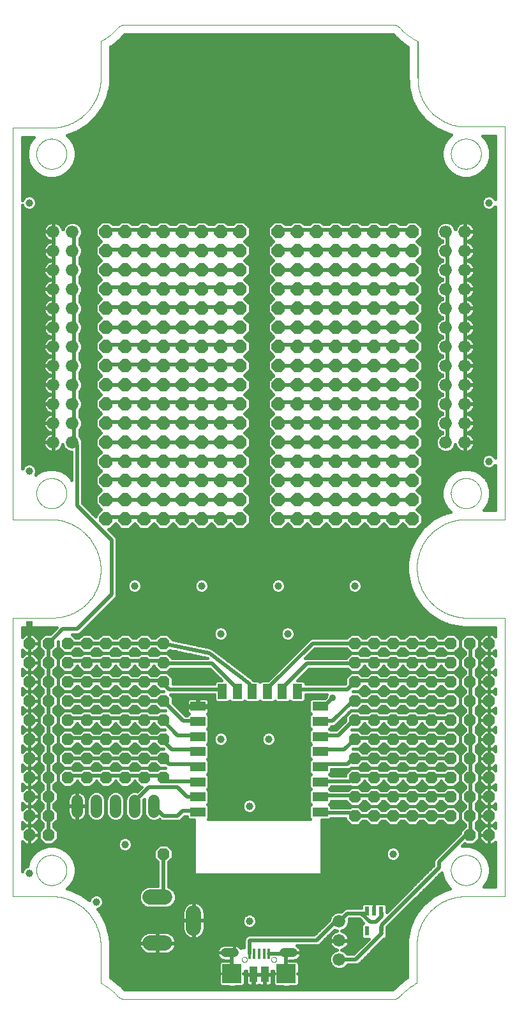
<source format=gtl>
G75*
%MOIN*%
%OFA0B0*%
%FSLAX25Y25*%
%IPPOS*%
%LPD*%
%AMOC8*
5,1,8,0,0,1.08239X$1,22.5*
%
%ADD10C,0.00394*%
%ADD11C,0.00100*%
%ADD12C,0.00000*%
%ADD13C,0.06600*%
%ADD14C,0.07874*%
%ADD15OC8,0.06300*%
%ADD16R,0.07874X0.04724*%
%ADD17R,0.04724X0.07874*%
%ADD18R,0.03937X0.07874*%
%ADD19R,0.01575X0.05315*%
%ADD20C,0.04756*%
%ADD21R,0.09843X0.09843*%
%ADD22R,0.02165X0.04724*%
%ADD23OC8,0.07000*%
%ADD24C,0.06000*%
%ADD25C,0.01600*%
%ADD26C,0.02000*%
%ADD27R,0.03600X0.03600*%
%ADD28C,0.03600*%
%ADD29C,0.03962*%
D10*
X0023139Y0064753D02*
X0023139Y0210146D01*
X0043375Y0210146D01*
X0044792Y0210186D01*
X0045396Y0210210D01*
X0045999Y0210248D01*
X0046601Y0210302D01*
X0047202Y0210369D01*
X0047801Y0210452D01*
X0048398Y0210549D01*
X0048992Y0210660D01*
X0049583Y0210785D01*
X0050171Y0210925D01*
X0050756Y0211079D01*
X0051336Y0211247D01*
X0051913Y0211429D01*
X0052485Y0211625D01*
X0053052Y0211835D01*
X0053613Y0212058D01*
X0054169Y0212295D01*
X0054720Y0212545D01*
X0055264Y0212808D01*
X0055801Y0213085D01*
X0056332Y0213374D01*
X0056855Y0213677D01*
X0057371Y0213991D01*
X0057880Y0214319D01*
X0058380Y0214658D01*
X0058872Y0215009D01*
X0059355Y0215372D01*
X0059829Y0215747D01*
X0060295Y0216133D01*
X0060750Y0216531D01*
X0061196Y0216939D01*
X0061632Y0217357D01*
X0062058Y0217787D01*
X0062473Y0218226D01*
X0062877Y0218675D01*
X0063271Y0219134D01*
X0063653Y0219603D01*
X0064024Y0220080D01*
X0064383Y0220566D01*
X0064730Y0221061D01*
X0065065Y0221564D01*
X0065388Y0222075D01*
X0065699Y0222594D01*
X0065996Y0223120D01*
X0066281Y0223653D01*
X0066554Y0224193D01*
X0066812Y0224739D01*
X0067058Y0225291D01*
X0067290Y0225849D01*
X0067509Y0226413D01*
X0067714Y0226981D01*
X0067905Y0227555D01*
X0068082Y0228133D01*
X0068246Y0228715D01*
X0068395Y0229301D01*
X0068530Y0229890D01*
X0068650Y0230482D01*
X0068756Y0231077D01*
X0068848Y0231675D01*
X0068925Y0232274D01*
X0068988Y0232875D01*
X0069037Y0233478D01*
X0069070Y0234081D01*
X0069089Y0234686D01*
X0069094Y0235290D01*
X0069084Y0235895D01*
X0069084Y0235894D02*
X0069057Y0236540D01*
X0069015Y0237184D01*
X0068957Y0237828D01*
X0068883Y0238469D01*
X0068794Y0239109D01*
X0068689Y0239746D01*
X0068568Y0240381D01*
X0068432Y0241013D01*
X0068281Y0241641D01*
X0068114Y0242265D01*
X0067933Y0242884D01*
X0067736Y0243500D01*
X0067524Y0244110D01*
X0067297Y0244715D01*
X0067055Y0245314D01*
X0066799Y0245907D01*
X0066529Y0246493D01*
X0066244Y0247073D01*
X0065946Y0247646D01*
X0065633Y0248211D01*
X0065307Y0248769D01*
X0064967Y0249318D01*
X0064613Y0249859D01*
X0064247Y0250391D01*
X0063868Y0250914D01*
X0063476Y0251427D01*
X0063072Y0251931D01*
X0062655Y0252425D01*
X0062227Y0252908D01*
X0061787Y0253381D01*
X0061335Y0253843D01*
X0060873Y0254294D01*
X0060399Y0254733D01*
X0059915Y0255161D01*
X0059421Y0255577D01*
X0058916Y0255980D01*
X0058402Y0256371D01*
X0057879Y0256750D01*
X0057346Y0257115D01*
X0056805Y0257467D01*
X0056255Y0257806D01*
X0055697Y0258132D01*
X0055131Y0258444D01*
X0054558Y0258742D01*
X0053978Y0259025D01*
X0053391Y0259295D01*
X0052797Y0259550D01*
X0052198Y0259791D01*
X0051593Y0260016D01*
X0050982Y0260227D01*
X0050367Y0260423D01*
X0049747Y0260604D01*
X0049122Y0260770D01*
X0048494Y0260920D01*
X0047862Y0261055D01*
X0047228Y0261175D01*
X0046590Y0261279D01*
X0045950Y0261367D01*
X0045308Y0261440D01*
X0044665Y0261497D01*
X0044020Y0261539D01*
X0043375Y0261564D01*
X0023178Y0261564D01*
X0023178Y0466091D01*
X0043375Y0466091D01*
X0044792Y0466131D01*
X0045155Y0466145D01*
X0045517Y0466166D01*
X0045878Y0466195D01*
X0046239Y0466232D01*
X0046599Y0466276D01*
X0046958Y0466328D01*
X0046958Y0466327D02*
X0047581Y0466431D01*
X0048202Y0466550D01*
X0048820Y0466685D01*
X0049434Y0466834D01*
X0050044Y0466997D01*
X0050651Y0467176D01*
X0051253Y0467369D01*
X0051850Y0467577D01*
X0052441Y0467799D01*
X0053028Y0468035D01*
X0053608Y0468285D01*
X0054182Y0468550D01*
X0054750Y0468828D01*
X0055311Y0469119D01*
X0055864Y0469424D01*
X0056410Y0469743D01*
X0056949Y0470074D01*
X0057479Y0470419D01*
X0058000Y0470776D01*
X0058513Y0471145D01*
X0059017Y0471527D01*
X0059511Y0471921D01*
X0059996Y0472327D01*
X0060470Y0472744D01*
X0060935Y0473173D01*
X0061389Y0473612D01*
X0061832Y0474063D01*
X0062264Y0474524D01*
X0062685Y0474996D01*
X0063095Y0475477D01*
X0063493Y0475968D01*
X0063878Y0476469D01*
X0064252Y0476979D01*
X0064613Y0477498D01*
X0064962Y0478025D01*
X0065297Y0478560D01*
X0065620Y0479104D01*
X0065929Y0479655D01*
X0066226Y0480214D01*
X0066508Y0480779D01*
X0066777Y0481351D01*
X0067032Y0481930D01*
X0067272Y0482514D01*
X0067499Y0483104D01*
X0067711Y0483700D01*
X0067909Y0484300D01*
X0068092Y0484905D01*
X0068261Y0485514D01*
X0068415Y0486127D01*
X0068554Y0486744D01*
X0068678Y0487363D01*
X0068787Y0487986D01*
X0068881Y0488611D01*
X0068960Y0489238D01*
X0069024Y0489867D01*
X0069072Y0490497D01*
X0069105Y0491128D01*
X0069123Y0491760D01*
X0069123Y0491761D02*
X0069123Y0511249D01*
X0070028Y0511761D01*
X0077754Y0518018D02*
X0077855Y0518128D01*
X0077958Y0518234D01*
X0078064Y0518339D01*
X0078173Y0518440D01*
X0078284Y0518538D01*
X0078398Y0518634D01*
X0078515Y0518726D01*
X0078634Y0518816D01*
X0078755Y0518902D01*
X0078878Y0518985D01*
X0079004Y0519064D01*
X0079131Y0519141D01*
X0079261Y0519214D01*
X0079392Y0519283D01*
X0079525Y0519349D01*
X0079660Y0519412D01*
X0079797Y0519471D01*
X0079935Y0519526D01*
X0080074Y0519578D01*
X0080215Y0519626D01*
X0080357Y0519670D01*
X0080500Y0519711D01*
X0080644Y0519747D01*
X0080789Y0519780D01*
X0080934Y0519809D01*
X0081081Y0519835D01*
X0081228Y0519856D01*
X0081375Y0519874D01*
X0081523Y0519887D01*
X0081672Y0519897D01*
X0081820Y0519903D01*
X0081969Y0519905D01*
X0221369Y0519905D01*
X0221406Y0519910D02*
X0221328Y0519910D01*
X0221288Y0519910D02*
X0081918Y0519910D01*
X0081770Y0519905D01*
X0081623Y0519896D01*
X0081476Y0519883D01*
X0081329Y0519866D01*
X0081183Y0519846D01*
X0081037Y0519822D01*
X0080892Y0519794D01*
X0080747Y0519762D01*
X0080604Y0519727D01*
X0080461Y0519688D01*
X0080320Y0519645D01*
X0080179Y0519599D01*
X0080040Y0519549D01*
X0079903Y0519496D01*
X0079766Y0519439D01*
X0079631Y0519379D01*
X0079498Y0519315D01*
X0079366Y0519248D01*
X0079236Y0519178D01*
X0079108Y0519104D01*
X0078982Y0519027D01*
X0078858Y0518947D01*
X0078736Y0518864D01*
X0078616Y0518777D01*
X0078499Y0518688D01*
X0078383Y0518595D01*
X0078271Y0518500D01*
X0078160Y0518401D01*
X0078052Y0518300D01*
X0077947Y0518197D01*
X0077845Y0518090D01*
X0077745Y0517981D01*
X0077744Y0517981D02*
X0077265Y0517456D01*
X0076773Y0516942D01*
X0076270Y0516440D01*
X0075754Y0515950D01*
X0075228Y0515472D01*
X0074690Y0515007D01*
X0074142Y0514554D01*
X0073583Y0514114D01*
X0073014Y0513687D01*
X0072435Y0513274D01*
X0071847Y0512875D01*
X0071249Y0512489D01*
X0070643Y0512118D01*
X0070028Y0511761D01*
X0224990Y0518572D02*
X0225138Y0518440D01*
X0225284Y0518305D01*
X0225426Y0518167D01*
X0225566Y0518025D01*
X0225702Y0517881D01*
X0225835Y0517734D01*
X0225965Y0517583D01*
X0226092Y0517430D01*
X0224989Y0518571D02*
X0224878Y0518665D01*
X0224765Y0518755D01*
X0224650Y0518843D01*
X0224533Y0518927D01*
X0224413Y0519008D01*
X0224291Y0519086D01*
X0224167Y0519161D01*
X0224041Y0519233D01*
X0223913Y0519301D01*
X0223784Y0519365D01*
X0223653Y0519427D01*
X0223520Y0519484D01*
X0223386Y0519539D01*
X0223250Y0519589D01*
X0223114Y0519636D01*
X0222976Y0519680D01*
X0222836Y0519719D01*
X0222696Y0519755D01*
X0222555Y0519788D01*
X0222413Y0519816D01*
X0222271Y0519841D01*
X0222127Y0519862D01*
X0221984Y0519879D01*
X0221840Y0519893D01*
X0221695Y0519902D01*
X0221551Y0519908D01*
X0221406Y0519910D01*
X0221368Y0519885D02*
X0221516Y0519883D01*
X0221664Y0519877D01*
X0221812Y0519867D01*
X0221959Y0519854D01*
X0222107Y0519836D01*
X0222253Y0519815D01*
X0222399Y0519790D01*
X0222544Y0519761D01*
X0222689Y0519728D01*
X0222832Y0519691D01*
X0222975Y0519651D01*
X0223116Y0519607D01*
X0223256Y0519559D01*
X0223395Y0519507D01*
X0223533Y0519452D01*
X0223669Y0519393D01*
X0223803Y0519331D01*
X0223936Y0519265D01*
X0224067Y0519196D01*
X0224196Y0519123D01*
X0224323Y0519047D01*
X0224448Y0518968D01*
X0224571Y0518885D01*
X0224692Y0518799D01*
X0224810Y0518710D01*
X0224926Y0518618D01*
X0225039Y0518523D01*
X0225150Y0518425D01*
X0225259Y0518324D01*
X0225365Y0518220D01*
X0225468Y0518114D01*
X0225568Y0518005D01*
X0226091Y0517430D02*
X0226211Y0517286D01*
X0226334Y0517145D01*
X0226460Y0517007D01*
X0226589Y0516871D01*
X0226722Y0516739D01*
X0226858Y0516611D01*
X0226997Y0516485D01*
X0234635Y0511131D02*
X0234635Y0491997D01*
X0234674Y0492430D02*
X0234674Y0511091D01*
X0234675Y0511092D02*
X0233765Y0511606D01*
X0232869Y0512142D01*
X0231986Y0512700D01*
X0231116Y0513279D01*
X0230262Y0513880D01*
X0229422Y0514501D01*
X0228598Y0515142D01*
X0227789Y0515804D01*
X0226997Y0516485D01*
X0234714Y0490461D02*
X0234746Y0489853D01*
X0234792Y0489246D01*
X0234854Y0488640D01*
X0234930Y0488036D01*
X0235022Y0487434D01*
X0235127Y0486834D01*
X0235248Y0486237D01*
X0235383Y0485643D01*
X0235533Y0485053D01*
X0235697Y0484466D01*
X0235875Y0483884D01*
X0236068Y0483306D01*
X0236275Y0482733D01*
X0236495Y0482165D01*
X0236730Y0481603D01*
X0236978Y0481047D01*
X0237240Y0480497D01*
X0237515Y0479954D01*
X0237803Y0479418D01*
X0238105Y0478889D01*
X0238419Y0478367D01*
X0238746Y0477853D01*
X0239086Y0477347D01*
X0239438Y0476850D01*
X0239802Y0476362D01*
X0240177Y0475883D01*
X0240565Y0475413D01*
X0240963Y0474952D01*
X0241373Y0474502D01*
X0241794Y0474062D01*
X0242226Y0473632D01*
X0242668Y0473213D01*
X0243120Y0472805D01*
X0243582Y0472408D01*
X0244053Y0472022D01*
X0244534Y0471648D01*
X0245024Y0471287D01*
X0245522Y0470937D01*
X0246029Y0470599D01*
X0246544Y0470274D01*
X0247067Y0469962D01*
X0247598Y0469663D01*
X0248135Y0469376D01*
X0248679Y0469103D01*
X0249230Y0468844D01*
X0249788Y0468598D01*
X0250351Y0468365D01*
X0250919Y0468147D01*
X0251493Y0467943D01*
X0252071Y0467752D01*
X0252654Y0467576D01*
X0253241Y0467414D01*
X0253832Y0467267D01*
X0254427Y0467134D01*
X0255024Y0467016D01*
X0255624Y0466913D01*
X0256227Y0466824D01*
X0256831Y0466750D01*
X0257438Y0466691D01*
X0258045Y0466646D01*
X0258653Y0466617D01*
X0259262Y0466603D01*
X0259871Y0466603D01*
X0280068Y0466603D01*
X0280068Y0261524D01*
X0259910Y0261524D01*
X0259871Y0261524D02*
X0258611Y0261485D01*
X0258000Y0261458D01*
X0257389Y0261417D01*
X0256779Y0261360D01*
X0256171Y0261289D01*
X0255565Y0261203D01*
X0254961Y0261103D01*
X0254360Y0260988D01*
X0253762Y0260858D01*
X0253167Y0260713D01*
X0252576Y0260555D01*
X0251989Y0260382D01*
X0251406Y0260194D01*
X0250828Y0259993D01*
X0250255Y0259777D01*
X0249687Y0259548D01*
X0249126Y0259305D01*
X0248570Y0259048D01*
X0248020Y0258778D01*
X0247478Y0258495D01*
X0246942Y0258198D01*
X0246414Y0257889D01*
X0245894Y0257566D01*
X0245381Y0257232D01*
X0244877Y0256884D01*
X0244382Y0256525D01*
X0243895Y0256154D01*
X0243417Y0255771D01*
X0242949Y0255376D01*
X0242491Y0254971D01*
X0242043Y0254554D01*
X0241605Y0254126D01*
X0241177Y0253688D01*
X0240760Y0253240D01*
X0240355Y0252781D01*
X0239960Y0252313D01*
X0239577Y0251835D01*
X0239206Y0251349D01*
X0238847Y0250853D01*
X0238500Y0250349D01*
X0238165Y0249836D01*
X0237843Y0249316D01*
X0237534Y0248788D01*
X0237237Y0248252D01*
X0236954Y0247709D01*
X0236684Y0247160D01*
X0236427Y0246604D01*
X0236184Y0246042D01*
X0235955Y0245475D01*
X0235740Y0244902D01*
X0235538Y0244324D01*
X0235351Y0243741D01*
X0235178Y0243154D01*
X0235019Y0242562D01*
X0234875Y0241968D01*
X0234745Y0241369D01*
X0234630Y0240768D01*
X0234530Y0240164D01*
X0234444Y0239558D01*
X0234373Y0238950D01*
X0234317Y0238341D01*
X0234276Y0237730D01*
X0234249Y0237118D01*
X0234238Y0236506D01*
X0234241Y0235894D01*
X0234260Y0235258D01*
X0234294Y0234622D01*
X0234344Y0233987D01*
X0234410Y0233354D01*
X0234490Y0232722D01*
X0234586Y0232093D01*
X0234698Y0231466D01*
X0234824Y0230842D01*
X0234966Y0230221D01*
X0235123Y0229604D01*
X0235294Y0228991D01*
X0235481Y0228382D01*
X0235682Y0227778D01*
X0235898Y0227179D01*
X0236128Y0226586D01*
X0236373Y0225998D01*
X0236632Y0225416D01*
X0236905Y0224841D01*
X0237192Y0224273D01*
X0237493Y0223712D01*
X0237807Y0223158D01*
X0238135Y0222612D01*
X0238476Y0222074D01*
X0238830Y0221545D01*
X0239196Y0221024D01*
X0239576Y0220513D01*
X0239967Y0220011D01*
X0240371Y0219518D01*
X0240786Y0219036D01*
X0241213Y0218563D01*
X0241652Y0218102D01*
X0242101Y0217651D01*
X0242562Y0217211D01*
X0243033Y0216782D01*
X0243514Y0216366D01*
X0244005Y0215960D01*
X0244506Y0215567D01*
X0245016Y0215187D01*
X0245536Y0214818D01*
X0246064Y0214463D01*
X0246601Y0214120D01*
X0247146Y0213791D01*
X0247698Y0213475D01*
X0248259Y0213173D01*
X0248826Y0212884D01*
X0249400Y0212609D01*
X0249981Y0212348D01*
X0250568Y0212102D01*
X0251161Y0211869D01*
X0251759Y0211652D01*
X0252363Y0211448D01*
X0252971Y0211260D01*
X0253584Y0211086D01*
X0254200Y0210928D01*
X0254820Y0210784D01*
X0255444Y0210656D01*
X0256071Y0210543D01*
X0256700Y0210445D01*
X0257331Y0210362D01*
X0257964Y0210295D01*
X0258599Y0210243D01*
X0259235Y0210206D01*
X0259871Y0210186D01*
X0280068Y0210186D01*
X0280068Y0064713D01*
X0259871Y0064713D01*
X0258650Y0064674D01*
X0258651Y0064674D02*
X0258036Y0064647D01*
X0257423Y0064604D01*
X0256811Y0064547D01*
X0256200Y0064475D01*
X0255592Y0064388D01*
X0254986Y0064286D01*
X0254382Y0064170D01*
X0253781Y0064039D01*
X0253184Y0063893D01*
X0252590Y0063733D01*
X0252001Y0063558D01*
X0251416Y0063369D01*
X0250836Y0063166D01*
X0250261Y0062948D01*
X0249691Y0062717D01*
X0249127Y0062472D01*
X0248570Y0062213D01*
X0248018Y0061941D01*
X0247474Y0061656D01*
X0246937Y0061357D01*
X0246407Y0061045D01*
X0245885Y0060720D01*
X0245370Y0060383D01*
X0244865Y0060034D01*
X0244368Y0059672D01*
X0243880Y0059298D01*
X0243401Y0058912D01*
X0242932Y0058515D01*
X0242472Y0058107D01*
X0242023Y0057687D01*
X0241584Y0057257D01*
X0241156Y0056816D01*
X0240738Y0056364D01*
X0240332Y0055903D01*
X0239937Y0055432D01*
X0239553Y0054951D01*
X0239182Y0054462D01*
X0238822Y0053963D01*
X0238475Y0053456D01*
X0238140Y0052940D01*
X0237818Y0052416D01*
X0237508Y0051885D01*
X0237212Y0051346D01*
X0236929Y0050801D01*
X0236659Y0050248D01*
X0236403Y0049689D01*
X0236161Y0049124D01*
X0235932Y0048554D01*
X0235718Y0047978D01*
X0235517Y0047396D01*
X0235331Y0046810D01*
X0235159Y0046220D01*
X0235001Y0045626D01*
X0234858Y0045028D01*
X0234730Y0044427D01*
X0234616Y0043823D01*
X0234517Y0043216D01*
X0234433Y0042607D01*
X0234364Y0041996D01*
X0234310Y0041384D01*
X0234270Y0040770D01*
X0234246Y0040156D01*
X0234236Y0039541D01*
X0234242Y0038926D01*
X0234241Y0038926D02*
X0234241Y0019556D01*
X0233887Y0019359D01*
X0224477Y0011958D02*
X0224379Y0011885D01*
X0224279Y0011815D01*
X0224177Y0011748D01*
X0224073Y0011684D01*
X0223967Y0011623D01*
X0223860Y0011565D01*
X0223750Y0011511D01*
X0223640Y0011460D01*
X0223527Y0011412D01*
X0223414Y0011367D01*
X0221643Y0011013D02*
X0081997Y0011013D01*
X0081843Y0011015D01*
X0081689Y0011021D01*
X0081536Y0011031D01*
X0081382Y0011044D01*
X0081229Y0011062D01*
X0081077Y0011083D01*
X0080925Y0011109D01*
X0080774Y0011138D01*
X0080623Y0011171D01*
X0080474Y0011207D01*
X0080325Y0011248D01*
X0080178Y0011292D01*
X0080031Y0011340D01*
X0079886Y0011392D01*
X0079743Y0011448D01*
X0079601Y0011507D01*
X0079460Y0011569D01*
X0079321Y0011635D01*
X0079184Y0011705D01*
X0079048Y0011778D01*
X0078914Y0011855D01*
X0078783Y0011935D01*
X0078653Y0012018D01*
X0078526Y0012105D01*
X0078401Y0012194D01*
X0078278Y0012287D01*
X0078158Y0012383D01*
X0078040Y0012482D01*
X0077924Y0012584D01*
X0077812Y0012689D01*
X0077701Y0012797D01*
X0077594Y0012907D01*
X0077490Y0013020D01*
X0077388Y0013136D01*
X0077290Y0013254D01*
X0077194Y0013375D01*
X0077060Y0013546D01*
X0076921Y0013713D01*
X0076780Y0013877D01*
X0076634Y0014038D01*
X0076485Y0014196D01*
X0076333Y0014350D01*
X0076177Y0014501D01*
X0076018Y0014649D01*
X0075855Y0014793D01*
X0069083Y0019517D02*
X0069083Y0039005D01*
X0069044Y0040028D01*
X0069122Y0019478D02*
X0070007Y0018957D01*
X0070880Y0018417D01*
X0071742Y0017859D01*
X0072591Y0017282D01*
X0073427Y0016686D01*
X0074250Y0016073D01*
X0075059Y0015441D01*
X0075855Y0014792D01*
X0069044Y0040028D02*
X0069012Y0040653D01*
X0068966Y0041277D01*
X0068904Y0041900D01*
X0068826Y0042520D01*
X0068734Y0043139D01*
X0068627Y0043756D01*
X0068505Y0044369D01*
X0068368Y0044980D01*
X0068216Y0045587D01*
X0068049Y0046190D01*
X0067868Y0046788D01*
X0067672Y0047383D01*
X0067462Y0047972D01*
X0067237Y0048556D01*
X0066999Y0049134D01*
X0066746Y0049707D01*
X0066480Y0050273D01*
X0066200Y0050832D01*
X0065906Y0051385D01*
X0065599Y0051930D01*
X0065279Y0052467D01*
X0064946Y0052997D01*
X0064600Y0053518D01*
X0064241Y0054031D01*
X0063870Y0054535D01*
X0063487Y0055029D01*
X0063092Y0055514D01*
X0062685Y0055990D01*
X0062267Y0056455D01*
X0061838Y0056910D01*
X0061398Y0057355D01*
X0060947Y0057789D01*
X0060485Y0058211D01*
X0060014Y0058622D01*
X0059533Y0059022D01*
X0059042Y0059410D01*
X0058541Y0059786D01*
X0058032Y0060149D01*
X0057514Y0060500D01*
X0056988Y0060838D01*
X0056454Y0061164D01*
X0055911Y0061476D01*
X0055362Y0061775D01*
X0054805Y0062060D01*
X0054242Y0062332D01*
X0053672Y0062590D01*
X0053096Y0062835D01*
X0052514Y0063065D01*
X0051927Y0063280D01*
X0051334Y0063482D01*
X0050737Y0063669D01*
X0050136Y0063841D01*
X0049530Y0063999D01*
X0048921Y0064142D01*
X0048309Y0064270D01*
X0047694Y0064383D01*
X0047076Y0064482D01*
X0046456Y0064565D01*
X0045834Y0064633D01*
X0045210Y0064686D01*
X0044586Y0064723D01*
X0043961Y0064746D01*
X0043335Y0064753D01*
X0023139Y0064753D01*
X0224477Y0011957D02*
X0224733Y0012159D01*
X0224984Y0012366D01*
X0225230Y0012580D01*
X0225470Y0012800D01*
X0225705Y0013025D01*
X0225934Y0013257D01*
X0223415Y0011367D02*
X0223283Y0011319D01*
X0223151Y0011275D01*
X0223017Y0011234D01*
X0222883Y0011197D01*
X0222748Y0011163D01*
X0222611Y0011132D01*
X0222475Y0011104D01*
X0222337Y0011081D01*
X0222199Y0011060D01*
X0222060Y0011043D01*
X0221921Y0011029D01*
X0221782Y0011019D01*
X0221643Y0011012D01*
X0225934Y0013257D02*
X0226478Y0013807D01*
X0227035Y0014345D01*
X0227604Y0014869D01*
X0228184Y0015381D01*
X0228776Y0015880D01*
X0229379Y0016364D01*
X0229993Y0016836D01*
X0230618Y0017293D01*
X0231252Y0017735D01*
X0231897Y0018164D01*
X0232551Y0018577D01*
X0233214Y0018976D01*
X0233886Y0019359D01*
X0234713Y0490462D02*
X0234684Y0491446D01*
X0234674Y0492430D01*
D11*
X0225521Y0012848D02*
X0225421Y0012741D01*
X0225319Y0012636D01*
X0225214Y0012535D01*
X0225106Y0012436D01*
X0224996Y0012339D01*
X0224884Y0012246D01*
X0224769Y0012156D01*
X0224651Y0012069D01*
X0224532Y0011984D01*
X0224410Y0011903D01*
X0224286Y0011826D01*
X0224161Y0011751D01*
X0224033Y0011680D01*
X0223904Y0011612D01*
X0223772Y0011547D01*
X0223640Y0011486D01*
X0223505Y0011429D01*
X0223369Y0011375D01*
X0223232Y0011324D01*
X0223094Y0011278D01*
X0222954Y0011234D01*
X0222813Y0011195D01*
X0222672Y0011159D01*
X0222529Y0011127D01*
X0222386Y0011098D01*
X0222242Y0011074D01*
X0222097Y0011053D01*
X0221952Y0011036D01*
X0221806Y0011022D01*
X0221660Y0011013D01*
X0221514Y0011007D01*
X0221368Y0011005D01*
X0221369Y0011005D02*
X0081969Y0011005D01*
X0081969Y0010925D02*
X0081821Y0010927D01*
X0081673Y0010933D01*
X0081525Y0010943D01*
X0081378Y0010956D01*
X0081230Y0010974D01*
X0081084Y0010995D01*
X0080938Y0011020D01*
X0080793Y0011049D01*
X0080648Y0011082D01*
X0080505Y0011119D01*
X0080362Y0011159D01*
X0080221Y0011203D01*
X0080081Y0011251D01*
X0079942Y0011303D01*
X0079804Y0011358D01*
X0079668Y0011417D01*
X0079534Y0011479D01*
X0079401Y0011545D01*
X0079270Y0011614D01*
X0079141Y0011687D01*
X0079014Y0011763D01*
X0078889Y0011842D01*
X0078766Y0011925D01*
X0078645Y0012011D01*
X0078527Y0012100D01*
X0078411Y0012192D01*
X0078298Y0012287D01*
X0078187Y0012385D01*
X0078078Y0012486D01*
X0077972Y0012590D01*
X0077869Y0012696D01*
X0077769Y0012805D01*
D12*
X0035501Y0078414D02*
X0035503Y0078607D01*
X0035510Y0078800D01*
X0035522Y0078993D01*
X0035539Y0079186D01*
X0035560Y0079378D01*
X0035586Y0079569D01*
X0035617Y0079760D01*
X0035652Y0079950D01*
X0035692Y0080139D01*
X0035737Y0080327D01*
X0035786Y0080514D01*
X0035840Y0080700D01*
X0035898Y0080884D01*
X0035961Y0081067D01*
X0036029Y0081248D01*
X0036100Y0081427D01*
X0036177Y0081605D01*
X0036257Y0081781D01*
X0036342Y0081954D01*
X0036431Y0082126D01*
X0036524Y0082295D01*
X0036621Y0082462D01*
X0036723Y0082627D01*
X0036828Y0082789D01*
X0036937Y0082948D01*
X0037051Y0083105D01*
X0037168Y0083258D01*
X0037288Y0083409D01*
X0037413Y0083557D01*
X0037541Y0083702D01*
X0037672Y0083843D01*
X0037807Y0083982D01*
X0037946Y0084117D01*
X0038087Y0084248D01*
X0038232Y0084376D01*
X0038380Y0084501D01*
X0038531Y0084621D01*
X0038684Y0084738D01*
X0038841Y0084852D01*
X0039000Y0084961D01*
X0039162Y0085066D01*
X0039327Y0085168D01*
X0039494Y0085265D01*
X0039663Y0085358D01*
X0039835Y0085447D01*
X0040008Y0085532D01*
X0040184Y0085612D01*
X0040362Y0085689D01*
X0040541Y0085760D01*
X0040722Y0085828D01*
X0040905Y0085891D01*
X0041089Y0085949D01*
X0041275Y0086003D01*
X0041462Y0086052D01*
X0041650Y0086097D01*
X0041839Y0086137D01*
X0042029Y0086172D01*
X0042220Y0086203D01*
X0042411Y0086229D01*
X0042603Y0086250D01*
X0042796Y0086267D01*
X0042989Y0086279D01*
X0043182Y0086286D01*
X0043375Y0086288D01*
X0043568Y0086286D01*
X0043761Y0086279D01*
X0043954Y0086267D01*
X0044147Y0086250D01*
X0044339Y0086229D01*
X0044530Y0086203D01*
X0044721Y0086172D01*
X0044911Y0086137D01*
X0045100Y0086097D01*
X0045288Y0086052D01*
X0045475Y0086003D01*
X0045661Y0085949D01*
X0045845Y0085891D01*
X0046028Y0085828D01*
X0046209Y0085760D01*
X0046388Y0085689D01*
X0046566Y0085612D01*
X0046742Y0085532D01*
X0046915Y0085447D01*
X0047087Y0085358D01*
X0047256Y0085265D01*
X0047423Y0085168D01*
X0047588Y0085066D01*
X0047750Y0084961D01*
X0047909Y0084852D01*
X0048066Y0084738D01*
X0048219Y0084621D01*
X0048370Y0084501D01*
X0048518Y0084376D01*
X0048663Y0084248D01*
X0048804Y0084117D01*
X0048943Y0083982D01*
X0049078Y0083843D01*
X0049209Y0083702D01*
X0049337Y0083557D01*
X0049462Y0083409D01*
X0049582Y0083258D01*
X0049699Y0083105D01*
X0049813Y0082948D01*
X0049922Y0082789D01*
X0050027Y0082627D01*
X0050129Y0082462D01*
X0050226Y0082295D01*
X0050319Y0082126D01*
X0050408Y0081954D01*
X0050493Y0081781D01*
X0050573Y0081605D01*
X0050650Y0081427D01*
X0050721Y0081248D01*
X0050789Y0081067D01*
X0050852Y0080884D01*
X0050910Y0080700D01*
X0050964Y0080514D01*
X0051013Y0080327D01*
X0051058Y0080139D01*
X0051098Y0079950D01*
X0051133Y0079760D01*
X0051164Y0079569D01*
X0051190Y0079378D01*
X0051211Y0079186D01*
X0051228Y0078993D01*
X0051240Y0078800D01*
X0051247Y0078607D01*
X0051249Y0078414D01*
X0051247Y0078221D01*
X0051240Y0078028D01*
X0051228Y0077835D01*
X0051211Y0077642D01*
X0051190Y0077450D01*
X0051164Y0077259D01*
X0051133Y0077068D01*
X0051098Y0076878D01*
X0051058Y0076689D01*
X0051013Y0076501D01*
X0050964Y0076314D01*
X0050910Y0076128D01*
X0050852Y0075944D01*
X0050789Y0075761D01*
X0050721Y0075580D01*
X0050650Y0075401D01*
X0050573Y0075223D01*
X0050493Y0075047D01*
X0050408Y0074874D01*
X0050319Y0074702D01*
X0050226Y0074533D01*
X0050129Y0074366D01*
X0050027Y0074201D01*
X0049922Y0074039D01*
X0049813Y0073880D01*
X0049699Y0073723D01*
X0049582Y0073570D01*
X0049462Y0073419D01*
X0049337Y0073271D01*
X0049209Y0073126D01*
X0049078Y0072985D01*
X0048943Y0072846D01*
X0048804Y0072711D01*
X0048663Y0072580D01*
X0048518Y0072452D01*
X0048370Y0072327D01*
X0048219Y0072207D01*
X0048066Y0072090D01*
X0047909Y0071976D01*
X0047750Y0071867D01*
X0047588Y0071762D01*
X0047423Y0071660D01*
X0047256Y0071563D01*
X0047087Y0071470D01*
X0046915Y0071381D01*
X0046742Y0071296D01*
X0046566Y0071216D01*
X0046388Y0071139D01*
X0046209Y0071068D01*
X0046028Y0071000D01*
X0045845Y0070937D01*
X0045661Y0070879D01*
X0045475Y0070825D01*
X0045288Y0070776D01*
X0045100Y0070731D01*
X0044911Y0070691D01*
X0044721Y0070656D01*
X0044530Y0070625D01*
X0044339Y0070599D01*
X0044147Y0070578D01*
X0043954Y0070561D01*
X0043761Y0070549D01*
X0043568Y0070542D01*
X0043375Y0070540D01*
X0043182Y0070542D01*
X0042989Y0070549D01*
X0042796Y0070561D01*
X0042603Y0070578D01*
X0042411Y0070599D01*
X0042220Y0070625D01*
X0042029Y0070656D01*
X0041839Y0070691D01*
X0041650Y0070731D01*
X0041462Y0070776D01*
X0041275Y0070825D01*
X0041089Y0070879D01*
X0040905Y0070937D01*
X0040722Y0071000D01*
X0040541Y0071068D01*
X0040362Y0071139D01*
X0040184Y0071216D01*
X0040008Y0071296D01*
X0039835Y0071381D01*
X0039663Y0071470D01*
X0039494Y0071563D01*
X0039327Y0071660D01*
X0039162Y0071762D01*
X0039000Y0071867D01*
X0038841Y0071976D01*
X0038684Y0072090D01*
X0038531Y0072207D01*
X0038380Y0072327D01*
X0038232Y0072452D01*
X0038087Y0072580D01*
X0037946Y0072711D01*
X0037807Y0072846D01*
X0037672Y0072985D01*
X0037541Y0073126D01*
X0037413Y0073271D01*
X0037288Y0073419D01*
X0037168Y0073570D01*
X0037051Y0073723D01*
X0036937Y0073880D01*
X0036828Y0074039D01*
X0036723Y0074201D01*
X0036621Y0074366D01*
X0036524Y0074533D01*
X0036431Y0074702D01*
X0036342Y0074874D01*
X0036257Y0075047D01*
X0036177Y0075223D01*
X0036100Y0075401D01*
X0036029Y0075580D01*
X0035961Y0075761D01*
X0035898Y0075944D01*
X0035840Y0076128D01*
X0035786Y0076314D01*
X0035737Y0076501D01*
X0035692Y0076689D01*
X0035652Y0076878D01*
X0035617Y0077068D01*
X0035586Y0077259D01*
X0035560Y0077450D01*
X0035539Y0077642D01*
X0035522Y0077835D01*
X0035510Y0078028D01*
X0035503Y0078221D01*
X0035501Y0078414D01*
X0136446Y0025501D02*
X0136446Y0023139D01*
X0136445Y0023139D02*
X0136453Y0023076D01*
X0136464Y0023014D01*
X0136479Y0022952D01*
X0136497Y0022892D01*
X0136519Y0022832D01*
X0136544Y0022774D01*
X0136573Y0022718D01*
X0136605Y0022663D01*
X0136640Y0022611D01*
X0136678Y0022560D01*
X0136718Y0022512D01*
X0136762Y0022466D01*
X0136808Y0022423D01*
X0136857Y0022382D01*
X0136908Y0022344D01*
X0136960Y0022310D01*
X0137015Y0022278D01*
X0137072Y0022250D01*
X0137130Y0022225D01*
X0137190Y0022204D01*
X0137250Y0022186D01*
X0137312Y0022172D01*
X0137374Y0022161D01*
X0137437Y0022154D01*
X0137500Y0022150D01*
X0137563Y0022151D01*
X0137626Y0022154D01*
X0137627Y0022154D02*
X0137690Y0022151D01*
X0137753Y0022150D01*
X0137816Y0022154D01*
X0137879Y0022161D01*
X0137941Y0022172D01*
X0138003Y0022186D01*
X0138063Y0022204D01*
X0138123Y0022225D01*
X0138181Y0022250D01*
X0138238Y0022278D01*
X0138293Y0022310D01*
X0138345Y0022344D01*
X0138396Y0022382D01*
X0138445Y0022423D01*
X0138491Y0022466D01*
X0138535Y0022512D01*
X0138575Y0022560D01*
X0138613Y0022611D01*
X0138648Y0022663D01*
X0138680Y0022718D01*
X0138709Y0022774D01*
X0138734Y0022832D01*
X0138756Y0022892D01*
X0138774Y0022952D01*
X0138789Y0023014D01*
X0138800Y0023076D01*
X0138808Y0023139D01*
X0138808Y0025501D01*
X0138808Y0025500D02*
X0138800Y0025563D01*
X0138789Y0025625D01*
X0138774Y0025687D01*
X0138756Y0025747D01*
X0138734Y0025807D01*
X0138709Y0025865D01*
X0138680Y0025921D01*
X0138648Y0025976D01*
X0138613Y0026028D01*
X0138575Y0026079D01*
X0138535Y0026127D01*
X0138491Y0026173D01*
X0138445Y0026216D01*
X0138396Y0026257D01*
X0138345Y0026295D01*
X0138293Y0026329D01*
X0138238Y0026361D01*
X0138181Y0026389D01*
X0138123Y0026414D01*
X0138063Y0026435D01*
X0138003Y0026453D01*
X0137941Y0026467D01*
X0137879Y0026478D01*
X0137816Y0026485D01*
X0137753Y0026489D01*
X0137690Y0026488D01*
X0137627Y0026485D01*
X0137626Y0026485D02*
X0137563Y0026488D01*
X0137500Y0026489D01*
X0137437Y0026485D01*
X0137374Y0026478D01*
X0137312Y0026467D01*
X0137250Y0026453D01*
X0137190Y0026435D01*
X0137130Y0026414D01*
X0137072Y0026389D01*
X0137015Y0026361D01*
X0136960Y0026329D01*
X0136908Y0026295D01*
X0136857Y0026257D01*
X0136808Y0026216D01*
X0136762Y0026173D01*
X0136718Y0026127D01*
X0136678Y0026079D01*
X0136640Y0026028D01*
X0136605Y0025976D01*
X0136573Y0025921D01*
X0136544Y0025865D01*
X0136519Y0025807D01*
X0136497Y0025747D01*
X0136479Y0025687D01*
X0136464Y0025625D01*
X0136453Y0025563D01*
X0136445Y0025500D01*
X0142745Y0031800D02*
X0142747Y0031874D01*
X0142753Y0031948D01*
X0142763Y0032021D01*
X0142777Y0032094D01*
X0142794Y0032166D01*
X0142816Y0032236D01*
X0142841Y0032306D01*
X0142870Y0032374D01*
X0142903Y0032440D01*
X0142939Y0032505D01*
X0142979Y0032567D01*
X0143021Y0032628D01*
X0143067Y0032686D01*
X0143116Y0032741D01*
X0143168Y0032794D01*
X0143223Y0032844D01*
X0143280Y0032890D01*
X0143340Y0032934D01*
X0143402Y0032974D01*
X0143466Y0033011D01*
X0143532Y0033045D01*
X0143600Y0033075D01*
X0143669Y0033101D01*
X0143740Y0033124D01*
X0143811Y0033142D01*
X0143884Y0033157D01*
X0143957Y0033168D01*
X0144031Y0033175D01*
X0144105Y0033178D01*
X0144178Y0033177D01*
X0144252Y0033172D01*
X0144326Y0033163D01*
X0144399Y0033150D01*
X0144471Y0033133D01*
X0144542Y0033113D01*
X0144612Y0033088D01*
X0144680Y0033060D01*
X0144747Y0033029D01*
X0144812Y0032993D01*
X0144875Y0032955D01*
X0144936Y0032913D01*
X0144995Y0032867D01*
X0145051Y0032819D01*
X0145104Y0032768D01*
X0145154Y0032714D01*
X0145202Y0032657D01*
X0145246Y0032598D01*
X0145288Y0032536D01*
X0145326Y0032473D01*
X0145360Y0032407D01*
X0145391Y0032340D01*
X0145418Y0032271D01*
X0145441Y0032201D01*
X0145461Y0032130D01*
X0145477Y0032057D01*
X0145489Y0031984D01*
X0145497Y0031911D01*
X0145501Y0031837D01*
X0145501Y0031763D01*
X0145497Y0031689D01*
X0145489Y0031616D01*
X0145477Y0031543D01*
X0145461Y0031470D01*
X0145441Y0031399D01*
X0145418Y0031329D01*
X0145391Y0031260D01*
X0145360Y0031193D01*
X0145326Y0031127D01*
X0145288Y0031064D01*
X0145246Y0031002D01*
X0145202Y0030943D01*
X0145154Y0030886D01*
X0145104Y0030832D01*
X0145051Y0030781D01*
X0144995Y0030733D01*
X0144936Y0030687D01*
X0144875Y0030645D01*
X0144812Y0030607D01*
X0144747Y0030571D01*
X0144680Y0030540D01*
X0144612Y0030512D01*
X0144542Y0030487D01*
X0144471Y0030467D01*
X0144399Y0030450D01*
X0144326Y0030437D01*
X0144252Y0030428D01*
X0144178Y0030423D01*
X0144105Y0030422D01*
X0144031Y0030425D01*
X0143957Y0030432D01*
X0143884Y0030443D01*
X0143811Y0030458D01*
X0143740Y0030476D01*
X0143669Y0030499D01*
X0143600Y0030525D01*
X0143532Y0030555D01*
X0143466Y0030589D01*
X0143402Y0030626D01*
X0143340Y0030666D01*
X0143280Y0030710D01*
X0143223Y0030756D01*
X0143168Y0030806D01*
X0143116Y0030859D01*
X0143067Y0030914D01*
X0143021Y0030972D01*
X0142979Y0031033D01*
X0142939Y0031095D01*
X0142903Y0031160D01*
X0142870Y0031226D01*
X0142841Y0031294D01*
X0142816Y0031364D01*
X0142794Y0031434D01*
X0142777Y0031506D01*
X0142763Y0031579D01*
X0142753Y0031652D01*
X0142747Y0031726D01*
X0142745Y0031800D01*
X0158099Y0031800D02*
X0158101Y0031874D01*
X0158107Y0031948D01*
X0158117Y0032021D01*
X0158131Y0032094D01*
X0158148Y0032166D01*
X0158170Y0032236D01*
X0158195Y0032306D01*
X0158224Y0032374D01*
X0158257Y0032440D01*
X0158293Y0032505D01*
X0158333Y0032567D01*
X0158375Y0032628D01*
X0158421Y0032686D01*
X0158470Y0032741D01*
X0158522Y0032794D01*
X0158577Y0032844D01*
X0158634Y0032890D01*
X0158694Y0032934D01*
X0158756Y0032974D01*
X0158820Y0033011D01*
X0158886Y0033045D01*
X0158954Y0033075D01*
X0159023Y0033101D01*
X0159094Y0033124D01*
X0159165Y0033142D01*
X0159238Y0033157D01*
X0159311Y0033168D01*
X0159385Y0033175D01*
X0159459Y0033178D01*
X0159532Y0033177D01*
X0159606Y0033172D01*
X0159680Y0033163D01*
X0159753Y0033150D01*
X0159825Y0033133D01*
X0159896Y0033113D01*
X0159966Y0033088D01*
X0160034Y0033060D01*
X0160101Y0033029D01*
X0160166Y0032993D01*
X0160229Y0032955D01*
X0160290Y0032913D01*
X0160349Y0032867D01*
X0160405Y0032819D01*
X0160458Y0032768D01*
X0160508Y0032714D01*
X0160556Y0032657D01*
X0160600Y0032598D01*
X0160642Y0032536D01*
X0160680Y0032473D01*
X0160714Y0032407D01*
X0160745Y0032340D01*
X0160772Y0032271D01*
X0160795Y0032201D01*
X0160815Y0032130D01*
X0160831Y0032057D01*
X0160843Y0031984D01*
X0160851Y0031911D01*
X0160855Y0031837D01*
X0160855Y0031763D01*
X0160851Y0031689D01*
X0160843Y0031616D01*
X0160831Y0031543D01*
X0160815Y0031470D01*
X0160795Y0031399D01*
X0160772Y0031329D01*
X0160745Y0031260D01*
X0160714Y0031193D01*
X0160680Y0031127D01*
X0160642Y0031064D01*
X0160600Y0031002D01*
X0160556Y0030943D01*
X0160508Y0030886D01*
X0160458Y0030832D01*
X0160405Y0030781D01*
X0160349Y0030733D01*
X0160290Y0030687D01*
X0160229Y0030645D01*
X0160166Y0030607D01*
X0160101Y0030571D01*
X0160034Y0030540D01*
X0159966Y0030512D01*
X0159896Y0030487D01*
X0159825Y0030467D01*
X0159753Y0030450D01*
X0159680Y0030437D01*
X0159606Y0030428D01*
X0159532Y0030423D01*
X0159459Y0030422D01*
X0159385Y0030425D01*
X0159311Y0030432D01*
X0159238Y0030443D01*
X0159165Y0030458D01*
X0159094Y0030476D01*
X0159023Y0030499D01*
X0158954Y0030525D01*
X0158886Y0030555D01*
X0158820Y0030589D01*
X0158756Y0030626D01*
X0158694Y0030666D01*
X0158634Y0030710D01*
X0158577Y0030756D01*
X0158522Y0030806D01*
X0158470Y0030859D01*
X0158421Y0030914D01*
X0158375Y0030972D01*
X0158333Y0031033D01*
X0158293Y0031095D01*
X0158257Y0031160D01*
X0158224Y0031226D01*
X0158195Y0031294D01*
X0158170Y0031364D01*
X0158148Y0031434D01*
X0158131Y0031506D01*
X0158117Y0031579D01*
X0158107Y0031652D01*
X0158101Y0031726D01*
X0158099Y0031800D01*
X0164792Y0025501D02*
X0164792Y0023139D01*
X0164800Y0023076D01*
X0164811Y0023014D01*
X0164826Y0022952D01*
X0164844Y0022892D01*
X0164866Y0022832D01*
X0164891Y0022774D01*
X0164920Y0022718D01*
X0164952Y0022663D01*
X0164987Y0022611D01*
X0165025Y0022560D01*
X0165065Y0022512D01*
X0165109Y0022466D01*
X0165155Y0022423D01*
X0165204Y0022382D01*
X0165255Y0022344D01*
X0165307Y0022310D01*
X0165362Y0022278D01*
X0165419Y0022250D01*
X0165477Y0022225D01*
X0165537Y0022204D01*
X0165597Y0022186D01*
X0165659Y0022172D01*
X0165721Y0022161D01*
X0165784Y0022154D01*
X0165847Y0022150D01*
X0165910Y0022151D01*
X0165973Y0022154D01*
X0165974Y0022154D02*
X0166037Y0022151D01*
X0166100Y0022150D01*
X0166163Y0022154D01*
X0166226Y0022161D01*
X0166288Y0022172D01*
X0166350Y0022186D01*
X0166410Y0022204D01*
X0166470Y0022225D01*
X0166528Y0022250D01*
X0166585Y0022278D01*
X0166640Y0022310D01*
X0166692Y0022344D01*
X0166743Y0022382D01*
X0166792Y0022423D01*
X0166838Y0022466D01*
X0166882Y0022512D01*
X0166922Y0022560D01*
X0166960Y0022611D01*
X0166995Y0022663D01*
X0167027Y0022718D01*
X0167056Y0022774D01*
X0167081Y0022832D01*
X0167103Y0022892D01*
X0167121Y0022952D01*
X0167136Y0023014D01*
X0167147Y0023076D01*
X0167155Y0023139D01*
X0167154Y0023139D02*
X0167154Y0025501D01*
X0167155Y0025500D02*
X0167147Y0025563D01*
X0167136Y0025625D01*
X0167121Y0025687D01*
X0167103Y0025747D01*
X0167081Y0025807D01*
X0167056Y0025865D01*
X0167027Y0025921D01*
X0166995Y0025976D01*
X0166960Y0026028D01*
X0166922Y0026079D01*
X0166882Y0026127D01*
X0166838Y0026173D01*
X0166792Y0026216D01*
X0166743Y0026257D01*
X0166692Y0026295D01*
X0166640Y0026329D01*
X0166585Y0026361D01*
X0166528Y0026389D01*
X0166470Y0026414D01*
X0166410Y0026435D01*
X0166350Y0026453D01*
X0166288Y0026467D01*
X0166226Y0026478D01*
X0166163Y0026485D01*
X0166100Y0026489D01*
X0166037Y0026488D01*
X0165974Y0026485D01*
X0165973Y0026485D02*
X0165910Y0026488D01*
X0165847Y0026489D01*
X0165784Y0026485D01*
X0165721Y0026478D01*
X0165659Y0026467D01*
X0165597Y0026453D01*
X0165537Y0026435D01*
X0165477Y0026414D01*
X0165419Y0026389D01*
X0165362Y0026361D01*
X0165307Y0026329D01*
X0165255Y0026295D01*
X0165204Y0026257D01*
X0165155Y0026216D01*
X0165109Y0026173D01*
X0165065Y0026127D01*
X0165025Y0026079D01*
X0164987Y0026028D01*
X0164952Y0025976D01*
X0164920Y0025921D01*
X0164891Y0025865D01*
X0164866Y0025807D01*
X0164844Y0025747D01*
X0164826Y0025687D01*
X0164811Y0025625D01*
X0164800Y0025563D01*
X0164792Y0025500D01*
X0251957Y0078414D02*
X0251959Y0078607D01*
X0251966Y0078800D01*
X0251978Y0078993D01*
X0251995Y0079186D01*
X0252016Y0079378D01*
X0252042Y0079569D01*
X0252073Y0079760D01*
X0252108Y0079950D01*
X0252148Y0080139D01*
X0252193Y0080327D01*
X0252242Y0080514D01*
X0252296Y0080700D01*
X0252354Y0080884D01*
X0252417Y0081067D01*
X0252485Y0081248D01*
X0252556Y0081427D01*
X0252633Y0081605D01*
X0252713Y0081781D01*
X0252798Y0081954D01*
X0252887Y0082126D01*
X0252980Y0082295D01*
X0253077Y0082462D01*
X0253179Y0082627D01*
X0253284Y0082789D01*
X0253393Y0082948D01*
X0253507Y0083105D01*
X0253624Y0083258D01*
X0253744Y0083409D01*
X0253869Y0083557D01*
X0253997Y0083702D01*
X0254128Y0083843D01*
X0254263Y0083982D01*
X0254402Y0084117D01*
X0254543Y0084248D01*
X0254688Y0084376D01*
X0254836Y0084501D01*
X0254987Y0084621D01*
X0255140Y0084738D01*
X0255297Y0084852D01*
X0255456Y0084961D01*
X0255618Y0085066D01*
X0255783Y0085168D01*
X0255950Y0085265D01*
X0256119Y0085358D01*
X0256291Y0085447D01*
X0256464Y0085532D01*
X0256640Y0085612D01*
X0256818Y0085689D01*
X0256997Y0085760D01*
X0257178Y0085828D01*
X0257361Y0085891D01*
X0257545Y0085949D01*
X0257731Y0086003D01*
X0257918Y0086052D01*
X0258106Y0086097D01*
X0258295Y0086137D01*
X0258485Y0086172D01*
X0258676Y0086203D01*
X0258867Y0086229D01*
X0259059Y0086250D01*
X0259252Y0086267D01*
X0259445Y0086279D01*
X0259638Y0086286D01*
X0259831Y0086288D01*
X0260024Y0086286D01*
X0260217Y0086279D01*
X0260410Y0086267D01*
X0260603Y0086250D01*
X0260795Y0086229D01*
X0260986Y0086203D01*
X0261177Y0086172D01*
X0261367Y0086137D01*
X0261556Y0086097D01*
X0261744Y0086052D01*
X0261931Y0086003D01*
X0262117Y0085949D01*
X0262301Y0085891D01*
X0262484Y0085828D01*
X0262665Y0085760D01*
X0262844Y0085689D01*
X0263022Y0085612D01*
X0263198Y0085532D01*
X0263371Y0085447D01*
X0263543Y0085358D01*
X0263712Y0085265D01*
X0263879Y0085168D01*
X0264044Y0085066D01*
X0264206Y0084961D01*
X0264365Y0084852D01*
X0264522Y0084738D01*
X0264675Y0084621D01*
X0264826Y0084501D01*
X0264974Y0084376D01*
X0265119Y0084248D01*
X0265260Y0084117D01*
X0265399Y0083982D01*
X0265534Y0083843D01*
X0265665Y0083702D01*
X0265793Y0083557D01*
X0265918Y0083409D01*
X0266038Y0083258D01*
X0266155Y0083105D01*
X0266269Y0082948D01*
X0266378Y0082789D01*
X0266483Y0082627D01*
X0266585Y0082462D01*
X0266682Y0082295D01*
X0266775Y0082126D01*
X0266864Y0081954D01*
X0266949Y0081781D01*
X0267029Y0081605D01*
X0267106Y0081427D01*
X0267177Y0081248D01*
X0267245Y0081067D01*
X0267308Y0080884D01*
X0267366Y0080700D01*
X0267420Y0080514D01*
X0267469Y0080327D01*
X0267514Y0080139D01*
X0267554Y0079950D01*
X0267589Y0079760D01*
X0267620Y0079569D01*
X0267646Y0079378D01*
X0267667Y0079186D01*
X0267684Y0078993D01*
X0267696Y0078800D01*
X0267703Y0078607D01*
X0267705Y0078414D01*
X0267703Y0078221D01*
X0267696Y0078028D01*
X0267684Y0077835D01*
X0267667Y0077642D01*
X0267646Y0077450D01*
X0267620Y0077259D01*
X0267589Y0077068D01*
X0267554Y0076878D01*
X0267514Y0076689D01*
X0267469Y0076501D01*
X0267420Y0076314D01*
X0267366Y0076128D01*
X0267308Y0075944D01*
X0267245Y0075761D01*
X0267177Y0075580D01*
X0267106Y0075401D01*
X0267029Y0075223D01*
X0266949Y0075047D01*
X0266864Y0074874D01*
X0266775Y0074702D01*
X0266682Y0074533D01*
X0266585Y0074366D01*
X0266483Y0074201D01*
X0266378Y0074039D01*
X0266269Y0073880D01*
X0266155Y0073723D01*
X0266038Y0073570D01*
X0265918Y0073419D01*
X0265793Y0073271D01*
X0265665Y0073126D01*
X0265534Y0072985D01*
X0265399Y0072846D01*
X0265260Y0072711D01*
X0265119Y0072580D01*
X0264974Y0072452D01*
X0264826Y0072327D01*
X0264675Y0072207D01*
X0264522Y0072090D01*
X0264365Y0071976D01*
X0264206Y0071867D01*
X0264044Y0071762D01*
X0263879Y0071660D01*
X0263712Y0071563D01*
X0263543Y0071470D01*
X0263371Y0071381D01*
X0263198Y0071296D01*
X0263022Y0071216D01*
X0262844Y0071139D01*
X0262665Y0071068D01*
X0262484Y0071000D01*
X0262301Y0070937D01*
X0262117Y0070879D01*
X0261931Y0070825D01*
X0261744Y0070776D01*
X0261556Y0070731D01*
X0261367Y0070691D01*
X0261177Y0070656D01*
X0260986Y0070625D01*
X0260795Y0070599D01*
X0260603Y0070578D01*
X0260410Y0070561D01*
X0260217Y0070549D01*
X0260024Y0070542D01*
X0259831Y0070540D01*
X0259638Y0070542D01*
X0259445Y0070549D01*
X0259252Y0070561D01*
X0259059Y0070578D01*
X0258867Y0070599D01*
X0258676Y0070625D01*
X0258485Y0070656D01*
X0258295Y0070691D01*
X0258106Y0070731D01*
X0257918Y0070776D01*
X0257731Y0070825D01*
X0257545Y0070879D01*
X0257361Y0070937D01*
X0257178Y0071000D01*
X0256997Y0071068D01*
X0256818Y0071139D01*
X0256640Y0071216D01*
X0256464Y0071296D01*
X0256291Y0071381D01*
X0256119Y0071470D01*
X0255950Y0071563D01*
X0255783Y0071660D01*
X0255618Y0071762D01*
X0255456Y0071867D01*
X0255297Y0071976D01*
X0255140Y0072090D01*
X0254987Y0072207D01*
X0254836Y0072327D01*
X0254688Y0072452D01*
X0254543Y0072580D01*
X0254402Y0072711D01*
X0254263Y0072846D01*
X0254128Y0072985D01*
X0253997Y0073126D01*
X0253869Y0073271D01*
X0253744Y0073419D01*
X0253624Y0073570D01*
X0253507Y0073723D01*
X0253393Y0073880D01*
X0253284Y0074039D01*
X0253179Y0074201D01*
X0253077Y0074366D01*
X0252980Y0074533D01*
X0252887Y0074702D01*
X0252798Y0074874D01*
X0252713Y0075047D01*
X0252633Y0075223D01*
X0252556Y0075401D01*
X0252485Y0075580D01*
X0252417Y0075761D01*
X0252354Y0075944D01*
X0252296Y0076128D01*
X0252242Y0076314D01*
X0252193Y0076501D01*
X0252148Y0076689D01*
X0252108Y0076878D01*
X0252073Y0077068D01*
X0252042Y0077259D01*
X0252016Y0077450D01*
X0251995Y0077642D01*
X0251978Y0077835D01*
X0251966Y0078028D01*
X0251959Y0078221D01*
X0251957Y0078414D01*
X0251997Y0275225D02*
X0251999Y0275418D01*
X0252006Y0275611D01*
X0252018Y0275804D01*
X0252035Y0275997D01*
X0252056Y0276189D01*
X0252082Y0276380D01*
X0252113Y0276571D01*
X0252148Y0276761D01*
X0252188Y0276950D01*
X0252233Y0277138D01*
X0252282Y0277325D01*
X0252336Y0277511D01*
X0252394Y0277695D01*
X0252457Y0277878D01*
X0252525Y0278059D01*
X0252596Y0278238D01*
X0252673Y0278416D01*
X0252753Y0278592D01*
X0252838Y0278765D01*
X0252927Y0278937D01*
X0253020Y0279106D01*
X0253117Y0279273D01*
X0253219Y0279438D01*
X0253324Y0279600D01*
X0253433Y0279759D01*
X0253547Y0279916D01*
X0253664Y0280069D01*
X0253784Y0280220D01*
X0253909Y0280368D01*
X0254037Y0280513D01*
X0254168Y0280654D01*
X0254303Y0280793D01*
X0254442Y0280928D01*
X0254583Y0281059D01*
X0254728Y0281187D01*
X0254876Y0281312D01*
X0255027Y0281432D01*
X0255180Y0281549D01*
X0255337Y0281663D01*
X0255496Y0281772D01*
X0255658Y0281877D01*
X0255823Y0281979D01*
X0255990Y0282076D01*
X0256159Y0282169D01*
X0256331Y0282258D01*
X0256504Y0282343D01*
X0256680Y0282423D01*
X0256858Y0282500D01*
X0257037Y0282571D01*
X0257218Y0282639D01*
X0257401Y0282702D01*
X0257585Y0282760D01*
X0257771Y0282814D01*
X0257958Y0282863D01*
X0258146Y0282908D01*
X0258335Y0282948D01*
X0258525Y0282983D01*
X0258716Y0283014D01*
X0258907Y0283040D01*
X0259099Y0283061D01*
X0259292Y0283078D01*
X0259485Y0283090D01*
X0259678Y0283097D01*
X0259871Y0283099D01*
X0260064Y0283097D01*
X0260257Y0283090D01*
X0260450Y0283078D01*
X0260643Y0283061D01*
X0260835Y0283040D01*
X0261026Y0283014D01*
X0261217Y0282983D01*
X0261407Y0282948D01*
X0261596Y0282908D01*
X0261784Y0282863D01*
X0261971Y0282814D01*
X0262157Y0282760D01*
X0262341Y0282702D01*
X0262524Y0282639D01*
X0262705Y0282571D01*
X0262884Y0282500D01*
X0263062Y0282423D01*
X0263238Y0282343D01*
X0263411Y0282258D01*
X0263583Y0282169D01*
X0263752Y0282076D01*
X0263919Y0281979D01*
X0264084Y0281877D01*
X0264246Y0281772D01*
X0264405Y0281663D01*
X0264562Y0281549D01*
X0264715Y0281432D01*
X0264866Y0281312D01*
X0265014Y0281187D01*
X0265159Y0281059D01*
X0265300Y0280928D01*
X0265439Y0280793D01*
X0265574Y0280654D01*
X0265705Y0280513D01*
X0265833Y0280368D01*
X0265958Y0280220D01*
X0266078Y0280069D01*
X0266195Y0279916D01*
X0266309Y0279759D01*
X0266418Y0279600D01*
X0266523Y0279438D01*
X0266625Y0279273D01*
X0266722Y0279106D01*
X0266815Y0278937D01*
X0266904Y0278765D01*
X0266989Y0278592D01*
X0267069Y0278416D01*
X0267146Y0278238D01*
X0267217Y0278059D01*
X0267285Y0277878D01*
X0267348Y0277695D01*
X0267406Y0277511D01*
X0267460Y0277325D01*
X0267509Y0277138D01*
X0267554Y0276950D01*
X0267594Y0276761D01*
X0267629Y0276571D01*
X0267660Y0276380D01*
X0267686Y0276189D01*
X0267707Y0275997D01*
X0267724Y0275804D01*
X0267736Y0275611D01*
X0267743Y0275418D01*
X0267745Y0275225D01*
X0267743Y0275032D01*
X0267736Y0274839D01*
X0267724Y0274646D01*
X0267707Y0274453D01*
X0267686Y0274261D01*
X0267660Y0274070D01*
X0267629Y0273879D01*
X0267594Y0273689D01*
X0267554Y0273500D01*
X0267509Y0273312D01*
X0267460Y0273125D01*
X0267406Y0272939D01*
X0267348Y0272755D01*
X0267285Y0272572D01*
X0267217Y0272391D01*
X0267146Y0272212D01*
X0267069Y0272034D01*
X0266989Y0271858D01*
X0266904Y0271685D01*
X0266815Y0271513D01*
X0266722Y0271344D01*
X0266625Y0271177D01*
X0266523Y0271012D01*
X0266418Y0270850D01*
X0266309Y0270691D01*
X0266195Y0270534D01*
X0266078Y0270381D01*
X0265958Y0270230D01*
X0265833Y0270082D01*
X0265705Y0269937D01*
X0265574Y0269796D01*
X0265439Y0269657D01*
X0265300Y0269522D01*
X0265159Y0269391D01*
X0265014Y0269263D01*
X0264866Y0269138D01*
X0264715Y0269018D01*
X0264562Y0268901D01*
X0264405Y0268787D01*
X0264246Y0268678D01*
X0264084Y0268573D01*
X0263919Y0268471D01*
X0263752Y0268374D01*
X0263583Y0268281D01*
X0263411Y0268192D01*
X0263238Y0268107D01*
X0263062Y0268027D01*
X0262884Y0267950D01*
X0262705Y0267879D01*
X0262524Y0267811D01*
X0262341Y0267748D01*
X0262157Y0267690D01*
X0261971Y0267636D01*
X0261784Y0267587D01*
X0261596Y0267542D01*
X0261407Y0267502D01*
X0261217Y0267467D01*
X0261026Y0267436D01*
X0260835Y0267410D01*
X0260643Y0267389D01*
X0260450Y0267372D01*
X0260257Y0267360D01*
X0260064Y0267353D01*
X0259871Y0267351D01*
X0259678Y0267353D01*
X0259485Y0267360D01*
X0259292Y0267372D01*
X0259099Y0267389D01*
X0258907Y0267410D01*
X0258716Y0267436D01*
X0258525Y0267467D01*
X0258335Y0267502D01*
X0258146Y0267542D01*
X0257958Y0267587D01*
X0257771Y0267636D01*
X0257585Y0267690D01*
X0257401Y0267748D01*
X0257218Y0267811D01*
X0257037Y0267879D01*
X0256858Y0267950D01*
X0256680Y0268027D01*
X0256504Y0268107D01*
X0256331Y0268192D01*
X0256159Y0268281D01*
X0255990Y0268374D01*
X0255823Y0268471D01*
X0255658Y0268573D01*
X0255496Y0268678D01*
X0255337Y0268787D01*
X0255180Y0268901D01*
X0255027Y0269018D01*
X0254876Y0269138D01*
X0254728Y0269263D01*
X0254583Y0269391D01*
X0254442Y0269522D01*
X0254303Y0269657D01*
X0254168Y0269796D01*
X0254037Y0269937D01*
X0253909Y0270082D01*
X0253784Y0270230D01*
X0253664Y0270381D01*
X0253547Y0270534D01*
X0253433Y0270691D01*
X0253324Y0270850D01*
X0253219Y0271012D01*
X0253117Y0271177D01*
X0253020Y0271344D01*
X0252927Y0271513D01*
X0252838Y0271685D01*
X0252753Y0271858D01*
X0252673Y0272034D01*
X0252596Y0272212D01*
X0252525Y0272391D01*
X0252457Y0272572D01*
X0252394Y0272755D01*
X0252336Y0272939D01*
X0252282Y0273125D01*
X0252233Y0273312D01*
X0252188Y0273500D01*
X0252148Y0273689D01*
X0252113Y0273879D01*
X0252082Y0274070D01*
X0252056Y0274261D01*
X0252035Y0274453D01*
X0252018Y0274646D01*
X0252006Y0274839D01*
X0251999Y0275032D01*
X0251997Y0275225D01*
X0251997Y0452430D02*
X0251999Y0452623D01*
X0252006Y0452816D01*
X0252018Y0453009D01*
X0252035Y0453202D01*
X0252056Y0453394D01*
X0252082Y0453585D01*
X0252113Y0453776D01*
X0252148Y0453966D01*
X0252188Y0454155D01*
X0252233Y0454343D01*
X0252282Y0454530D01*
X0252336Y0454716D01*
X0252394Y0454900D01*
X0252457Y0455083D01*
X0252525Y0455264D01*
X0252596Y0455443D01*
X0252673Y0455621D01*
X0252753Y0455797D01*
X0252838Y0455970D01*
X0252927Y0456142D01*
X0253020Y0456311D01*
X0253117Y0456478D01*
X0253219Y0456643D01*
X0253324Y0456805D01*
X0253433Y0456964D01*
X0253547Y0457121D01*
X0253664Y0457274D01*
X0253784Y0457425D01*
X0253909Y0457573D01*
X0254037Y0457718D01*
X0254168Y0457859D01*
X0254303Y0457998D01*
X0254442Y0458133D01*
X0254583Y0458264D01*
X0254728Y0458392D01*
X0254876Y0458517D01*
X0255027Y0458637D01*
X0255180Y0458754D01*
X0255337Y0458868D01*
X0255496Y0458977D01*
X0255658Y0459082D01*
X0255823Y0459184D01*
X0255990Y0459281D01*
X0256159Y0459374D01*
X0256331Y0459463D01*
X0256504Y0459548D01*
X0256680Y0459628D01*
X0256858Y0459705D01*
X0257037Y0459776D01*
X0257218Y0459844D01*
X0257401Y0459907D01*
X0257585Y0459965D01*
X0257771Y0460019D01*
X0257958Y0460068D01*
X0258146Y0460113D01*
X0258335Y0460153D01*
X0258525Y0460188D01*
X0258716Y0460219D01*
X0258907Y0460245D01*
X0259099Y0460266D01*
X0259292Y0460283D01*
X0259485Y0460295D01*
X0259678Y0460302D01*
X0259871Y0460304D01*
X0260064Y0460302D01*
X0260257Y0460295D01*
X0260450Y0460283D01*
X0260643Y0460266D01*
X0260835Y0460245D01*
X0261026Y0460219D01*
X0261217Y0460188D01*
X0261407Y0460153D01*
X0261596Y0460113D01*
X0261784Y0460068D01*
X0261971Y0460019D01*
X0262157Y0459965D01*
X0262341Y0459907D01*
X0262524Y0459844D01*
X0262705Y0459776D01*
X0262884Y0459705D01*
X0263062Y0459628D01*
X0263238Y0459548D01*
X0263411Y0459463D01*
X0263583Y0459374D01*
X0263752Y0459281D01*
X0263919Y0459184D01*
X0264084Y0459082D01*
X0264246Y0458977D01*
X0264405Y0458868D01*
X0264562Y0458754D01*
X0264715Y0458637D01*
X0264866Y0458517D01*
X0265014Y0458392D01*
X0265159Y0458264D01*
X0265300Y0458133D01*
X0265439Y0457998D01*
X0265574Y0457859D01*
X0265705Y0457718D01*
X0265833Y0457573D01*
X0265958Y0457425D01*
X0266078Y0457274D01*
X0266195Y0457121D01*
X0266309Y0456964D01*
X0266418Y0456805D01*
X0266523Y0456643D01*
X0266625Y0456478D01*
X0266722Y0456311D01*
X0266815Y0456142D01*
X0266904Y0455970D01*
X0266989Y0455797D01*
X0267069Y0455621D01*
X0267146Y0455443D01*
X0267217Y0455264D01*
X0267285Y0455083D01*
X0267348Y0454900D01*
X0267406Y0454716D01*
X0267460Y0454530D01*
X0267509Y0454343D01*
X0267554Y0454155D01*
X0267594Y0453966D01*
X0267629Y0453776D01*
X0267660Y0453585D01*
X0267686Y0453394D01*
X0267707Y0453202D01*
X0267724Y0453009D01*
X0267736Y0452816D01*
X0267743Y0452623D01*
X0267745Y0452430D01*
X0267743Y0452237D01*
X0267736Y0452044D01*
X0267724Y0451851D01*
X0267707Y0451658D01*
X0267686Y0451466D01*
X0267660Y0451275D01*
X0267629Y0451084D01*
X0267594Y0450894D01*
X0267554Y0450705D01*
X0267509Y0450517D01*
X0267460Y0450330D01*
X0267406Y0450144D01*
X0267348Y0449960D01*
X0267285Y0449777D01*
X0267217Y0449596D01*
X0267146Y0449417D01*
X0267069Y0449239D01*
X0266989Y0449063D01*
X0266904Y0448890D01*
X0266815Y0448718D01*
X0266722Y0448549D01*
X0266625Y0448382D01*
X0266523Y0448217D01*
X0266418Y0448055D01*
X0266309Y0447896D01*
X0266195Y0447739D01*
X0266078Y0447586D01*
X0265958Y0447435D01*
X0265833Y0447287D01*
X0265705Y0447142D01*
X0265574Y0447001D01*
X0265439Y0446862D01*
X0265300Y0446727D01*
X0265159Y0446596D01*
X0265014Y0446468D01*
X0264866Y0446343D01*
X0264715Y0446223D01*
X0264562Y0446106D01*
X0264405Y0445992D01*
X0264246Y0445883D01*
X0264084Y0445778D01*
X0263919Y0445676D01*
X0263752Y0445579D01*
X0263583Y0445486D01*
X0263411Y0445397D01*
X0263238Y0445312D01*
X0263062Y0445232D01*
X0262884Y0445155D01*
X0262705Y0445084D01*
X0262524Y0445016D01*
X0262341Y0444953D01*
X0262157Y0444895D01*
X0261971Y0444841D01*
X0261784Y0444792D01*
X0261596Y0444747D01*
X0261407Y0444707D01*
X0261217Y0444672D01*
X0261026Y0444641D01*
X0260835Y0444615D01*
X0260643Y0444594D01*
X0260450Y0444577D01*
X0260257Y0444565D01*
X0260064Y0444558D01*
X0259871Y0444556D01*
X0259678Y0444558D01*
X0259485Y0444565D01*
X0259292Y0444577D01*
X0259099Y0444594D01*
X0258907Y0444615D01*
X0258716Y0444641D01*
X0258525Y0444672D01*
X0258335Y0444707D01*
X0258146Y0444747D01*
X0257958Y0444792D01*
X0257771Y0444841D01*
X0257585Y0444895D01*
X0257401Y0444953D01*
X0257218Y0445016D01*
X0257037Y0445084D01*
X0256858Y0445155D01*
X0256680Y0445232D01*
X0256504Y0445312D01*
X0256331Y0445397D01*
X0256159Y0445486D01*
X0255990Y0445579D01*
X0255823Y0445676D01*
X0255658Y0445778D01*
X0255496Y0445883D01*
X0255337Y0445992D01*
X0255180Y0446106D01*
X0255027Y0446223D01*
X0254876Y0446343D01*
X0254728Y0446468D01*
X0254583Y0446596D01*
X0254442Y0446727D01*
X0254303Y0446862D01*
X0254168Y0447001D01*
X0254037Y0447142D01*
X0253909Y0447287D01*
X0253784Y0447435D01*
X0253664Y0447586D01*
X0253547Y0447739D01*
X0253433Y0447896D01*
X0253324Y0448055D01*
X0253219Y0448217D01*
X0253117Y0448382D01*
X0253020Y0448549D01*
X0252927Y0448718D01*
X0252838Y0448890D01*
X0252753Y0449063D01*
X0252673Y0449239D01*
X0252596Y0449417D01*
X0252525Y0449596D01*
X0252457Y0449777D01*
X0252394Y0449960D01*
X0252336Y0450144D01*
X0252282Y0450330D01*
X0252233Y0450517D01*
X0252188Y0450705D01*
X0252148Y0450894D01*
X0252113Y0451084D01*
X0252082Y0451275D01*
X0252056Y0451466D01*
X0252035Y0451658D01*
X0252018Y0451851D01*
X0252006Y0452044D01*
X0251999Y0452237D01*
X0251997Y0452430D01*
X0035501Y0452391D02*
X0035503Y0452584D01*
X0035510Y0452777D01*
X0035522Y0452970D01*
X0035539Y0453163D01*
X0035560Y0453355D01*
X0035586Y0453546D01*
X0035617Y0453737D01*
X0035652Y0453927D01*
X0035692Y0454116D01*
X0035737Y0454304D01*
X0035786Y0454491D01*
X0035840Y0454677D01*
X0035898Y0454861D01*
X0035961Y0455044D01*
X0036029Y0455225D01*
X0036100Y0455404D01*
X0036177Y0455582D01*
X0036257Y0455758D01*
X0036342Y0455931D01*
X0036431Y0456103D01*
X0036524Y0456272D01*
X0036621Y0456439D01*
X0036723Y0456604D01*
X0036828Y0456766D01*
X0036937Y0456925D01*
X0037051Y0457082D01*
X0037168Y0457235D01*
X0037288Y0457386D01*
X0037413Y0457534D01*
X0037541Y0457679D01*
X0037672Y0457820D01*
X0037807Y0457959D01*
X0037946Y0458094D01*
X0038087Y0458225D01*
X0038232Y0458353D01*
X0038380Y0458478D01*
X0038531Y0458598D01*
X0038684Y0458715D01*
X0038841Y0458829D01*
X0039000Y0458938D01*
X0039162Y0459043D01*
X0039327Y0459145D01*
X0039494Y0459242D01*
X0039663Y0459335D01*
X0039835Y0459424D01*
X0040008Y0459509D01*
X0040184Y0459589D01*
X0040362Y0459666D01*
X0040541Y0459737D01*
X0040722Y0459805D01*
X0040905Y0459868D01*
X0041089Y0459926D01*
X0041275Y0459980D01*
X0041462Y0460029D01*
X0041650Y0460074D01*
X0041839Y0460114D01*
X0042029Y0460149D01*
X0042220Y0460180D01*
X0042411Y0460206D01*
X0042603Y0460227D01*
X0042796Y0460244D01*
X0042989Y0460256D01*
X0043182Y0460263D01*
X0043375Y0460265D01*
X0043568Y0460263D01*
X0043761Y0460256D01*
X0043954Y0460244D01*
X0044147Y0460227D01*
X0044339Y0460206D01*
X0044530Y0460180D01*
X0044721Y0460149D01*
X0044911Y0460114D01*
X0045100Y0460074D01*
X0045288Y0460029D01*
X0045475Y0459980D01*
X0045661Y0459926D01*
X0045845Y0459868D01*
X0046028Y0459805D01*
X0046209Y0459737D01*
X0046388Y0459666D01*
X0046566Y0459589D01*
X0046742Y0459509D01*
X0046915Y0459424D01*
X0047087Y0459335D01*
X0047256Y0459242D01*
X0047423Y0459145D01*
X0047588Y0459043D01*
X0047750Y0458938D01*
X0047909Y0458829D01*
X0048066Y0458715D01*
X0048219Y0458598D01*
X0048370Y0458478D01*
X0048518Y0458353D01*
X0048663Y0458225D01*
X0048804Y0458094D01*
X0048943Y0457959D01*
X0049078Y0457820D01*
X0049209Y0457679D01*
X0049337Y0457534D01*
X0049462Y0457386D01*
X0049582Y0457235D01*
X0049699Y0457082D01*
X0049813Y0456925D01*
X0049922Y0456766D01*
X0050027Y0456604D01*
X0050129Y0456439D01*
X0050226Y0456272D01*
X0050319Y0456103D01*
X0050408Y0455931D01*
X0050493Y0455758D01*
X0050573Y0455582D01*
X0050650Y0455404D01*
X0050721Y0455225D01*
X0050789Y0455044D01*
X0050852Y0454861D01*
X0050910Y0454677D01*
X0050964Y0454491D01*
X0051013Y0454304D01*
X0051058Y0454116D01*
X0051098Y0453927D01*
X0051133Y0453737D01*
X0051164Y0453546D01*
X0051190Y0453355D01*
X0051211Y0453163D01*
X0051228Y0452970D01*
X0051240Y0452777D01*
X0051247Y0452584D01*
X0051249Y0452391D01*
X0051247Y0452198D01*
X0051240Y0452005D01*
X0051228Y0451812D01*
X0051211Y0451619D01*
X0051190Y0451427D01*
X0051164Y0451236D01*
X0051133Y0451045D01*
X0051098Y0450855D01*
X0051058Y0450666D01*
X0051013Y0450478D01*
X0050964Y0450291D01*
X0050910Y0450105D01*
X0050852Y0449921D01*
X0050789Y0449738D01*
X0050721Y0449557D01*
X0050650Y0449378D01*
X0050573Y0449200D01*
X0050493Y0449024D01*
X0050408Y0448851D01*
X0050319Y0448679D01*
X0050226Y0448510D01*
X0050129Y0448343D01*
X0050027Y0448178D01*
X0049922Y0448016D01*
X0049813Y0447857D01*
X0049699Y0447700D01*
X0049582Y0447547D01*
X0049462Y0447396D01*
X0049337Y0447248D01*
X0049209Y0447103D01*
X0049078Y0446962D01*
X0048943Y0446823D01*
X0048804Y0446688D01*
X0048663Y0446557D01*
X0048518Y0446429D01*
X0048370Y0446304D01*
X0048219Y0446184D01*
X0048066Y0446067D01*
X0047909Y0445953D01*
X0047750Y0445844D01*
X0047588Y0445739D01*
X0047423Y0445637D01*
X0047256Y0445540D01*
X0047087Y0445447D01*
X0046915Y0445358D01*
X0046742Y0445273D01*
X0046566Y0445193D01*
X0046388Y0445116D01*
X0046209Y0445045D01*
X0046028Y0444977D01*
X0045845Y0444914D01*
X0045661Y0444856D01*
X0045475Y0444802D01*
X0045288Y0444753D01*
X0045100Y0444708D01*
X0044911Y0444668D01*
X0044721Y0444633D01*
X0044530Y0444602D01*
X0044339Y0444576D01*
X0044147Y0444555D01*
X0043954Y0444538D01*
X0043761Y0444526D01*
X0043568Y0444519D01*
X0043375Y0444517D01*
X0043182Y0444519D01*
X0042989Y0444526D01*
X0042796Y0444538D01*
X0042603Y0444555D01*
X0042411Y0444576D01*
X0042220Y0444602D01*
X0042029Y0444633D01*
X0041839Y0444668D01*
X0041650Y0444708D01*
X0041462Y0444753D01*
X0041275Y0444802D01*
X0041089Y0444856D01*
X0040905Y0444914D01*
X0040722Y0444977D01*
X0040541Y0445045D01*
X0040362Y0445116D01*
X0040184Y0445193D01*
X0040008Y0445273D01*
X0039835Y0445358D01*
X0039663Y0445447D01*
X0039494Y0445540D01*
X0039327Y0445637D01*
X0039162Y0445739D01*
X0039000Y0445844D01*
X0038841Y0445953D01*
X0038684Y0446067D01*
X0038531Y0446184D01*
X0038380Y0446304D01*
X0038232Y0446429D01*
X0038087Y0446557D01*
X0037946Y0446688D01*
X0037807Y0446823D01*
X0037672Y0446962D01*
X0037541Y0447103D01*
X0037413Y0447248D01*
X0037288Y0447396D01*
X0037168Y0447547D01*
X0037051Y0447700D01*
X0036937Y0447857D01*
X0036828Y0448016D01*
X0036723Y0448178D01*
X0036621Y0448343D01*
X0036524Y0448510D01*
X0036431Y0448679D01*
X0036342Y0448851D01*
X0036257Y0449024D01*
X0036177Y0449200D01*
X0036100Y0449378D01*
X0036029Y0449557D01*
X0035961Y0449738D01*
X0035898Y0449921D01*
X0035840Y0450105D01*
X0035786Y0450291D01*
X0035737Y0450478D01*
X0035692Y0450666D01*
X0035652Y0450855D01*
X0035617Y0451045D01*
X0035586Y0451236D01*
X0035560Y0451427D01*
X0035539Y0451619D01*
X0035522Y0451812D01*
X0035510Y0452005D01*
X0035503Y0452198D01*
X0035501Y0452391D01*
X0035501Y0275186D02*
X0035503Y0275379D01*
X0035510Y0275572D01*
X0035522Y0275765D01*
X0035539Y0275958D01*
X0035560Y0276150D01*
X0035586Y0276341D01*
X0035617Y0276532D01*
X0035652Y0276722D01*
X0035692Y0276911D01*
X0035737Y0277099D01*
X0035786Y0277286D01*
X0035840Y0277472D01*
X0035898Y0277656D01*
X0035961Y0277839D01*
X0036029Y0278020D01*
X0036100Y0278199D01*
X0036177Y0278377D01*
X0036257Y0278553D01*
X0036342Y0278726D01*
X0036431Y0278898D01*
X0036524Y0279067D01*
X0036621Y0279234D01*
X0036723Y0279399D01*
X0036828Y0279561D01*
X0036937Y0279720D01*
X0037051Y0279877D01*
X0037168Y0280030D01*
X0037288Y0280181D01*
X0037413Y0280329D01*
X0037541Y0280474D01*
X0037672Y0280615D01*
X0037807Y0280754D01*
X0037946Y0280889D01*
X0038087Y0281020D01*
X0038232Y0281148D01*
X0038380Y0281273D01*
X0038531Y0281393D01*
X0038684Y0281510D01*
X0038841Y0281624D01*
X0039000Y0281733D01*
X0039162Y0281838D01*
X0039327Y0281940D01*
X0039494Y0282037D01*
X0039663Y0282130D01*
X0039835Y0282219D01*
X0040008Y0282304D01*
X0040184Y0282384D01*
X0040362Y0282461D01*
X0040541Y0282532D01*
X0040722Y0282600D01*
X0040905Y0282663D01*
X0041089Y0282721D01*
X0041275Y0282775D01*
X0041462Y0282824D01*
X0041650Y0282869D01*
X0041839Y0282909D01*
X0042029Y0282944D01*
X0042220Y0282975D01*
X0042411Y0283001D01*
X0042603Y0283022D01*
X0042796Y0283039D01*
X0042989Y0283051D01*
X0043182Y0283058D01*
X0043375Y0283060D01*
X0043568Y0283058D01*
X0043761Y0283051D01*
X0043954Y0283039D01*
X0044147Y0283022D01*
X0044339Y0283001D01*
X0044530Y0282975D01*
X0044721Y0282944D01*
X0044911Y0282909D01*
X0045100Y0282869D01*
X0045288Y0282824D01*
X0045475Y0282775D01*
X0045661Y0282721D01*
X0045845Y0282663D01*
X0046028Y0282600D01*
X0046209Y0282532D01*
X0046388Y0282461D01*
X0046566Y0282384D01*
X0046742Y0282304D01*
X0046915Y0282219D01*
X0047087Y0282130D01*
X0047256Y0282037D01*
X0047423Y0281940D01*
X0047588Y0281838D01*
X0047750Y0281733D01*
X0047909Y0281624D01*
X0048066Y0281510D01*
X0048219Y0281393D01*
X0048370Y0281273D01*
X0048518Y0281148D01*
X0048663Y0281020D01*
X0048804Y0280889D01*
X0048943Y0280754D01*
X0049078Y0280615D01*
X0049209Y0280474D01*
X0049337Y0280329D01*
X0049462Y0280181D01*
X0049582Y0280030D01*
X0049699Y0279877D01*
X0049813Y0279720D01*
X0049922Y0279561D01*
X0050027Y0279399D01*
X0050129Y0279234D01*
X0050226Y0279067D01*
X0050319Y0278898D01*
X0050408Y0278726D01*
X0050493Y0278553D01*
X0050573Y0278377D01*
X0050650Y0278199D01*
X0050721Y0278020D01*
X0050789Y0277839D01*
X0050852Y0277656D01*
X0050910Y0277472D01*
X0050964Y0277286D01*
X0051013Y0277099D01*
X0051058Y0276911D01*
X0051098Y0276722D01*
X0051133Y0276532D01*
X0051164Y0276341D01*
X0051190Y0276150D01*
X0051211Y0275958D01*
X0051228Y0275765D01*
X0051240Y0275572D01*
X0051247Y0275379D01*
X0051249Y0275186D01*
X0051247Y0274993D01*
X0051240Y0274800D01*
X0051228Y0274607D01*
X0051211Y0274414D01*
X0051190Y0274222D01*
X0051164Y0274031D01*
X0051133Y0273840D01*
X0051098Y0273650D01*
X0051058Y0273461D01*
X0051013Y0273273D01*
X0050964Y0273086D01*
X0050910Y0272900D01*
X0050852Y0272716D01*
X0050789Y0272533D01*
X0050721Y0272352D01*
X0050650Y0272173D01*
X0050573Y0271995D01*
X0050493Y0271819D01*
X0050408Y0271646D01*
X0050319Y0271474D01*
X0050226Y0271305D01*
X0050129Y0271138D01*
X0050027Y0270973D01*
X0049922Y0270811D01*
X0049813Y0270652D01*
X0049699Y0270495D01*
X0049582Y0270342D01*
X0049462Y0270191D01*
X0049337Y0270043D01*
X0049209Y0269898D01*
X0049078Y0269757D01*
X0048943Y0269618D01*
X0048804Y0269483D01*
X0048663Y0269352D01*
X0048518Y0269224D01*
X0048370Y0269099D01*
X0048219Y0268979D01*
X0048066Y0268862D01*
X0047909Y0268748D01*
X0047750Y0268639D01*
X0047588Y0268534D01*
X0047423Y0268432D01*
X0047256Y0268335D01*
X0047087Y0268242D01*
X0046915Y0268153D01*
X0046742Y0268068D01*
X0046566Y0267988D01*
X0046388Y0267911D01*
X0046209Y0267840D01*
X0046028Y0267772D01*
X0045845Y0267709D01*
X0045661Y0267651D01*
X0045475Y0267597D01*
X0045288Y0267548D01*
X0045100Y0267503D01*
X0044911Y0267463D01*
X0044721Y0267428D01*
X0044530Y0267397D01*
X0044339Y0267371D01*
X0044147Y0267350D01*
X0043954Y0267333D01*
X0043761Y0267321D01*
X0043568Y0267314D01*
X0043375Y0267312D01*
X0043182Y0267314D01*
X0042989Y0267321D01*
X0042796Y0267333D01*
X0042603Y0267350D01*
X0042411Y0267371D01*
X0042220Y0267397D01*
X0042029Y0267428D01*
X0041839Y0267463D01*
X0041650Y0267503D01*
X0041462Y0267548D01*
X0041275Y0267597D01*
X0041089Y0267651D01*
X0040905Y0267709D01*
X0040722Y0267772D01*
X0040541Y0267840D01*
X0040362Y0267911D01*
X0040184Y0267988D01*
X0040008Y0268068D01*
X0039835Y0268153D01*
X0039663Y0268242D01*
X0039494Y0268335D01*
X0039327Y0268432D01*
X0039162Y0268534D01*
X0039000Y0268639D01*
X0038841Y0268748D01*
X0038684Y0268862D01*
X0038531Y0268979D01*
X0038380Y0269099D01*
X0038232Y0269224D01*
X0038087Y0269352D01*
X0037946Y0269483D01*
X0037807Y0269618D01*
X0037672Y0269757D01*
X0037541Y0269898D01*
X0037413Y0270043D01*
X0037288Y0270191D01*
X0037168Y0270342D01*
X0037051Y0270495D01*
X0036937Y0270652D01*
X0036828Y0270811D01*
X0036723Y0270973D01*
X0036621Y0271138D01*
X0036524Y0271305D01*
X0036431Y0271474D01*
X0036342Y0271646D01*
X0036257Y0271819D01*
X0036177Y0271995D01*
X0036100Y0272173D01*
X0036029Y0272352D01*
X0035961Y0272533D01*
X0035898Y0272716D01*
X0035840Y0272900D01*
X0035786Y0273086D01*
X0035737Y0273273D01*
X0035692Y0273461D01*
X0035652Y0273650D01*
X0035617Y0273840D01*
X0035586Y0274031D01*
X0035560Y0274222D01*
X0035539Y0274414D01*
X0035522Y0274607D01*
X0035510Y0274800D01*
X0035503Y0274993D01*
X0035501Y0275186D01*
D13*
X0044300Y0301800D03*
X0044300Y0311800D03*
X0044300Y0321800D03*
X0044300Y0331800D03*
X0044300Y0341800D03*
X0044300Y0351800D03*
X0044300Y0361800D03*
X0044300Y0371800D03*
X0044300Y0381800D03*
X0044300Y0391800D03*
X0044300Y0401800D03*
X0044300Y0411800D03*
X0054300Y0411800D03*
X0054300Y0401800D03*
X0054300Y0391800D03*
X0054300Y0381800D03*
X0054300Y0371800D03*
X0054300Y0361800D03*
X0054300Y0351800D03*
X0054300Y0341800D03*
X0054300Y0331800D03*
X0054300Y0321800D03*
X0054300Y0311800D03*
X0054300Y0301800D03*
X0193650Y0051721D03*
X0193650Y0041721D03*
X0193650Y0031721D03*
X0249300Y0301800D03*
X0249300Y0311800D03*
X0249300Y0321800D03*
X0249300Y0331800D03*
X0249300Y0341800D03*
X0249300Y0351800D03*
X0249300Y0361800D03*
X0249300Y0371800D03*
X0249300Y0381800D03*
X0249300Y0391800D03*
X0249300Y0401800D03*
X0249300Y0411800D03*
X0259300Y0411800D03*
X0259300Y0401800D03*
X0259300Y0391800D03*
X0259300Y0381800D03*
X0259300Y0371800D03*
X0259300Y0361800D03*
X0259300Y0351800D03*
X0259300Y0341800D03*
X0259300Y0331800D03*
X0259300Y0321800D03*
X0259300Y0311800D03*
X0259300Y0301800D03*
D14*
X0117627Y0056091D02*
X0117627Y0048217D01*
X0102666Y0040343D02*
X0094792Y0040343D01*
X0094792Y0064359D02*
X0102666Y0064359D01*
D15*
X0101800Y0086800D03*
X0101800Y0126800D03*
X0101800Y0136800D03*
X0101800Y0146800D03*
X0101800Y0156800D03*
X0101800Y0166800D03*
X0101800Y0176800D03*
X0101800Y0186800D03*
X0101800Y0196800D03*
X0091800Y0196800D03*
X0091800Y0186800D03*
X0091800Y0176800D03*
X0091800Y0166800D03*
X0091800Y0156800D03*
X0091800Y0146800D03*
X0091800Y0136800D03*
X0091800Y0126800D03*
X0081800Y0126800D03*
X0081800Y0136800D03*
X0081800Y0146800D03*
X0081800Y0156800D03*
X0081800Y0166800D03*
X0081800Y0176800D03*
X0081800Y0186800D03*
X0081800Y0196800D03*
X0071800Y0196800D03*
X0071800Y0186800D03*
X0071800Y0176800D03*
X0071800Y0166800D03*
X0071800Y0156800D03*
X0071800Y0146800D03*
X0071800Y0136800D03*
X0071800Y0126800D03*
X0061800Y0126800D03*
X0061800Y0136800D03*
X0061800Y0146800D03*
X0061800Y0156800D03*
X0061800Y0166800D03*
X0061800Y0176800D03*
X0061800Y0186800D03*
X0061800Y0196800D03*
X0051800Y0196800D03*
X0051800Y0186800D03*
X0051800Y0176800D03*
X0051800Y0166800D03*
X0051800Y0156800D03*
X0051800Y0146800D03*
X0051800Y0136800D03*
X0051800Y0126800D03*
X0041800Y0126800D03*
X0041800Y0116800D03*
X0041800Y0106800D03*
X0041800Y0096800D03*
X0031800Y0096800D03*
X0031800Y0106800D03*
X0031800Y0116800D03*
X0031800Y0126800D03*
X0031800Y0136800D03*
X0031800Y0146800D03*
X0031800Y0156800D03*
X0031800Y0166800D03*
X0031800Y0176800D03*
X0031800Y0186800D03*
X0031800Y0196800D03*
X0041800Y0196800D03*
X0041800Y0186800D03*
X0041800Y0176800D03*
X0041800Y0166800D03*
X0041800Y0156800D03*
X0041800Y0146800D03*
X0041800Y0136800D03*
X0201800Y0136800D03*
X0201800Y0126800D03*
X0201800Y0116800D03*
X0201800Y0106800D03*
X0211800Y0106800D03*
X0211800Y0116800D03*
X0211800Y0126800D03*
X0211800Y0136800D03*
X0211800Y0146800D03*
X0211800Y0156800D03*
X0211800Y0166800D03*
X0211800Y0176800D03*
X0211800Y0186800D03*
X0211800Y0196800D03*
X0221800Y0196800D03*
X0221800Y0186800D03*
X0221800Y0176800D03*
X0221800Y0166800D03*
X0221800Y0156800D03*
X0221800Y0146800D03*
X0221800Y0136800D03*
X0221800Y0126800D03*
X0221800Y0116800D03*
X0221800Y0106800D03*
X0231800Y0106800D03*
X0231800Y0116800D03*
X0231800Y0126800D03*
X0231800Y0136800D03*
X0231800Y0146800D03*
X0231800Y0156800D03*
X0231800Y0166800D03*
X0231800Y0176800D03*
X0231800Y0186800D03*
X0231800Y0196800D03*
X0241800Y0196800D03*
X0241800Y0186800D03*
X0241800Y0176800D03*
X0241800Y0166800D03*
X0241800Y0156800D03*
X0241800Y0146800D03*
X0241800Y0136800D03*
X0241800Y0126800D03*
X0241800Y0116800D03*
X0241800Y0106800D03*
X0251800Y0106800D03*
X0251800Y0116800D03*
X0251800Y0126800D03*
X0251800Y0136800D03*
X0251800Y0146800D03*
X0251800Y0156800D03*
X0251800Y0166800D03*
X0251800Y0176800D03*
X0251800Y0186800D03*
X0251800Y0196800D03*
X0261800Y0196800D03*
X0261800Y0186800D03*
X0261800Y0176800D03*
X0261800Y0166800D03*
X0261800Y0156800D03*
X0261800Y0146800D03*
X0261800Y0136800D03*
X0261800Y0126800D03*
X0261800Y0116800D03*
X0261800Y0106800D03*
X0261800Y0096800D03*
X0271800Y0096800D03*
X0271800Y0106800D03*
X0271800Y0116800D03*
X0271800Y0126800D03*
X0271800Y0136800D03*
X0271800Y0146800D03*
X0271800Y0156800D03*
X0271800Y0166800D03*
X0271800Y0176800D03*
X0271800Y0186800D03*
X0271800Y0196800D03*
X0201800Y0196800D03*
X0201800Y0186800D03*
X0201800Y0176800D03*
X0201800Y0166800D03*
X0201800Y0156800D03*
X0201800Y0146800D03*
D16*
X0183690Y0148178D03*
X0183690Y0156052D03*
X0183690Y0163926D03*
X0183690Y0140304D03*
X0183690Y0132430D03*
X0183690Y0124556D03*
X0183690Y0116682D03*
X0183690Y0108808D03*
X0119910Y0108808D03*
X0119910Y0116682D03*
X0119910Y0124556D03*
X0119910Y0132430D03*
X0119910Y0140304D03*
X0119910Y0148178D03*
X0119910Y0156052D03*
X0119910Y0163926D03*
D17*
X0132509Y0171800D03*
X0140383Y0171800D03*
X0148257Y0171800D03*
X0156131Y0171800D03*
X0164005Y0171800D03*
X0171879Y0171800D03*
D18*
X0154753Y0023926D03*
X0148847Y0023926D03*
D19*
X0149241Y0034851D03*
X0151800Y0034851D03*
X0154359Y0034851D03*
X0156918Y0034851D03*
X0146682Y0034851D03*
D20*
X0138808Y0035343D02*
X0134052Y0035343D01*
X0164792Y0035343D02*
X0169548Y0035343D01*
D21*
X0165973Y0024320D03*
X0137627Y0024320D03*
D22*
X0208060Y0046681D03*
X0208060Y0056919D03*
X0211800Y0056919D03*
X0215540Y0056919D03*
X0215540Y0046681D03*
D23*
X0211800Y0261800D03*
X0211800Y0271800D03*
X0211800Y0281800D03*
X0211800Y0291800D03*
X0211800Y0301800D03*
X0211800Y0311800D03*
X0211800Y0321800D03*
X0211800Y0331800D03*
X0211800Y0341800D03*
X0211800Y0351800D03*
X0211800Y0361800D03*
X0211800Y0371800D03*
X0211800Y0381800D03*
X0211800Y0391800D03*
X0211800Y0401800D03*
X0211800Y0411800D03*
X0221800Y0411800D03*
X0221800Y0401800D03*
X0221800Y0391800D03*
X0221800Y0381800D03*
X0221800Y0371800D03*
X0221800Y0361800D03*
X0221800Y0351800D03*
X0221800Y0341800D03*
X0221800Y0331800D03*
X0221800Y0321800D03*
X0221800Y0311800D03*
X0221800Y0301800D03*
X0221800Y0291800D03*
X0221800Y0281800D03*
X0221800Y0271800D03*
X0221800Y0261800D03*
X0231800Y0261800D03*
X0231800Y0271800D03*
X0231800Y0281800D03*
X0231800Y0291800D03*
X0231800Y0301800D03*
X0231800Y0311800D03*
X0231800Y0321800D03*
X0231800Y0331800D03*
X0231800Y0341800D03*
X0231800Y0351800D03*
X0231800Y0361800D03*
X0231800Y0371800D03*
X0231800Y0381800D03*
X0231800Y0391800D03*
X0231800Y0401800D03*
X0231800Y0411800D03*
X0201800Y0411800D03*
X0201800Y0401800D03*
X0201800Y0391800D03*
X0201800Y0381800D03*
X0201800Y0371800D03*
X0201800Y0361800D03*
X0201800Y0351800D03*
X0201800Y0341800D03*
X0201800Y0331800D03*
X0201800Y0321800D03*
X0201800Y0311800D03*
X0201800Y0301800D03*
X0201800Y0291800D03*
X0201800Y0281800D03*
X0201800Y0271800D03*
X0201800Y0261800D03*
X0191800Y0261800D03*
X0191800Y0271800D03*
X0191800Y0281800D03*
X0191800Y0291800D03*
X0191800Y0301800D03*
X0191800Y0311800D03*
X0191800Y0321800D03*
X0191800Y0331800D03*
X0191800Y0341800D03*
X0191800Y0351800D03*
X0191800Y0361800D03*
X0191800Y0371800D03*
X0191800Y0381800D03*
X0191800Y0391800D03*
X0191800Y0401800D03*
X0191800Y0411800D03*
X0181800Y0411800D03*
X0181800Y0401800D03*
X0181800Y0391800D03*
X0181800Y0381800D03*
X0181800Y0371800D03*
X0181800Y0361800D03*
X0181800Y0351800D03*
X0181800Y0341800D03*
X0181800Y0331800D03*
X0181800Y0321800D03*
X0181800Y0311800D03*
X0181800Y0301800D03*
X0181800Y0291800D03*
X0181800Y0281800D03*
X0181800Y0271800D03*
X0181800Y0261800D03*
X0171800Y0261800D03*
X0171800Y0271800D03*
X0171800Y0281800D03*
X0171800Y0291800D03*
X0171800Y0301800D03*
X0171800Y0311800D03*
X0171800Y0321800D03*
X0171800Y0331800D03*
X0171800Y0341800D03*
X0171800Y0351800D03*
X0171800Y0361800D03*
X0171800Y0371800D03*
X0171800Y0381800D03*
X0171800Y0391800D03*
X0171800Y0401800D03*
X0171800Y0411800D03*
X0161800Y0411800D03*
X0161800Y0401800D03*
X0161800Y0391800D03*
X0161800Y0381800D03*
X0161800Y0371800D03*
X0161800Y0361800D03*
X0161800Y0351800D03*
X0161800Y0341800D03*
X0161800Y0331800D03*
X0161800Y0321800D03*
X0161800Y0311800D03*
X0161800Y0301800D03*
X0161800Y0291800D03*
X0161800Y0281800D03*
X0161800Y0271800D03*
X0161800Y0261800D03*
X0141800Y0261800D03*
X0141800Y0271800D03*
X0141800Y0281800D03*
X0141800Y0291800D03*
X0141800Y0301800D03*
X0141800Y0311800D03*
X0141800Y0321800D03*
X0141800Y0331800D03*
X0141800Y0341800D03*
X0141800Y0351800D03*
X0141800Y0361800D03*
X0141800Y0371800D03*
X0141800Y0381800D03*
X0141800Y0391800D03*
X0141800Y0401800D03*
X0141800Y0411800D03*
X0131800Y0411800D03*
X0131800Y0401800D03*
X0131800Y0391800D03*
X0131800Y0381800D03*
X0131800Y0371800D03*
X0131800Y0361800D03*
X0131800Y0351800D03*
X0131800Y0341800D03*
X0131800Y0331800D03*
X0131800Y0321800D03*
X0131800Y0311800D03*
X0131800Y0301800D03*
X0131800Y0291800D03*
X0131800Y0281800D03*
X0131800Y0271800D03*
X0131800Y0261800D03*
X0121800Y0261800D03*
X0121800Y0271800D03*
X0121800Y0281800D03*
X0121800Y0291800D03*
X0121800Y0301800D03*
X0121800Y0311800D03*
X0121800Y0321800D03*
X0121800Y0331800D03*
X0121800Y0341800D03*
X0121800Y0351800D03*
X0121800Y0361800D03*
X0121800Y0371800D03*
X0121800Y0381800D03*
X0121800Y0391800D03*
X0121800Y0401800D03*
X0121800Y0411800D03*
X0111800Y0411800D03*
X0111800Y0401800D03*
X0111800Y0391800D03*
X0111800Y0381800D03*
X0111800Y0371800D03*
X0111800Y0361800D03*
X0111800Y0351800D03*
X0111800Y0341800D03*
X0111800Y0331800D03*
X0111800Y0321800D03*
X0111800Y0311800D03*
X0111800Y0301800D03*
X0111800Y0291800D03*
X0111800Y0281800D03*
X0111800Y0271800D03*
X0111800Y0261800D03*
X0101800Y0261800D03*
X0101800Y0271800D03*
X0101800Y0281800D03*
X0101800Y0291800D03*
X0101800Y0301800D03*
X0101800Y0311800D03*
X0101800Y0321800D03*
X0101800Y0331800D03*
X0101800Y0341800D03*
X0101800Y0351800D03*
X0101800Y0361800D03*
X0101800Y0371800D03*
X0101800Y0381800D03*
X0101800Y0391800D03*
X0101800Y0401800D03*
X0101800Y0411800D03*
X0091800Y0411800D03*
X0091800Y0401800D03*
X0091800Y0391800D03*
X0091800Y0381800D03*
X0091800Y0371800D03*
X0091800Y0361800D03*
X0091800Y0351800D03*
X0091800Y0341800D03*
X0091800Y0331800D03*
X0091800Y0321800D03*
X0091800Y0311800D03*
X0091800Y0301800D03*
X0091800Y0291800D03*
X0091800Y0281800D03*
X0091800Y0271800D03*
X0091800Y0261800D03*
X0081800Y0261800D03*
X0081800Y0271800D03*
X0081800Y0281800D03*
X0081800Y0291800D03*
X0081800Y0301800D03*
X0081800Y0311800D03*
X0081800Y0321800D03*
X0081800Y0331800D03*
X0081800Y0341800D03*
X0081800Y0351800D03*
X0081800Y0361800D03*
X0081800Y0371800D03*
X0081800Y0381800D03*
X0081800Y0391800D03*
X0081800Y0401800D03*
X0081800Y0411800D03*
X0071800Y0411800D03*
X0071800Y0401800D03*
X0071800Y0391800D03*
X0071800Y0381800D03*
X0071800Y0371800D03*
X0071800Y0361800D03*
X0071800Y0351800D03*
X0071800Y0341800D03*
X0071800Y0331800D03*
X0071800Y0321800D03*
X0071800Y0311800D03*
X0071800Y0301800D03*
X0071800Y0291800D03*
X0071800Y0281800D03*
X0071800Y0271800D03*
X0071800Y0261800D03*
D24*
X0066800Y0114800D02*
X0066800Y0108800D01*
X0056800Y0108800D02*
X0056800Y0114800D01*
X0076800Y0114800D02*
X0076800Y0108800D01*
X0086800Y0108800D02*
X0086800Y0114800D01*
X0096800Y0114800D02*
X0096800Y0108800D01*
D25*
X0099714Y0104926D02*
X0100214Y0104426D01*
X0101243Y0104000D01*
X0109857Y0104000D01*
X0110886Y0104426D01*
X0112960Y0106500D01*
X0114173Y0106500D01*
X0114173Y0105700D01*
X0115228Y0104646D01*
X0117904Y0104646D01*
X0117890Y0104631D01*
X0117890Y0076469D01*
X0118358Y0076000D01*
X0184021Y0076000D01*
X0184490Y0076469D01*
X0184490Y0104631D01*
X0184475Y0104646D01*
X0188372Y0104646D01*
X0189227Y0105500D01*
X0196850Y0105500D01*
X0196850Y0104750D01*
X0199750Y0101850D01*
X0203850Y0101850D01*
X0206000Y0104000D01*
X0207600Y0104000D01*
X0209750Y0101850D01*
X0213850Y0101850D01*
X0216000Y0104000D01*
X0217600Y0104000D01*
X0219750Y0101850D01*
X0223850Y0101850D01*
X0226000Y0104000D01*
X0227600Y0104000D01*
X0229750Y0101850D01*
X0233850Y0101850D01*
X0236000Y0104000D01*
X0237600Y0104000D01*
X0239750Y0101850D01*
X0243850Y0101850D01*
X0246000Y0104000D01*
X0247600Y0104000D01*
X0249750Y0101850D01*
X0253850Y0101850D01*
X0256750Y0104750D01*
X0256750Y0108850D01*
X0253850Y0111750D01*
X0249750Y0111750D01*
X0247600Y0109600D01*
X0246000Y0109600D01*
X0243850Y0111750D01*
X0239750Y0111750D01*
X0237600Y0109600D01*
X0236000Y0109600D01*
X0233850Y0111750D01*
X0229750Y0111750D01*
X0227600Y0109600D01*
X0226000Y0109600D01*
X0223850Y0111750D01*
X0219750Y0111750D01*
X0217600Y0109600D01*
X0216000Y0109600D01*
X0213850Y0111750D01*
X0209750Y0111750D01*
X0207600Y0109600D01*
X0206000Y0109600D01*
X0203850Y0111750D01*
X0199750Y0111750D01*
X0199100Y0111100D01*
X0189427Y0111100D01*
X0189427Y0111916D01*
X0188598Y0112745D01*
X0189427Y0113574D01*
X0189427Y0114500D01*
X0197100Y0114500D01*
X0199750Y0111850D01*
X0203850Y0111850D01*
X0206500Y0114500D01*
X0207100Y0114500D01*
X0209750Y0111850D01*
X0213850Y0111850D01*
X0216500Y0114500D01*
X0217100Y0114500D01*
X0219750Y0111850D01*
X0223850Y0111850D01*
X0226500Y0114500D01*
X0227100Y0114500D01*
X0229750Y0111850D01*
X0233850Y0111850D01*
X0236500Y0114500D01*
X0237100Y0114500D01*
X0239750Y0111850D01*
X0243850Y0111850D01*
X0246500Y0114500D01*
X0247100Y0114500D01*
X0249750Y0111850D01*
X0253850Y0111850D01*
X0256750Y0114750D01*
X0256750Y0118850D01*
X0253850Y0121750D01*
X0249750Y0121750D01*
X0248100Y0120100D01*
X0245500Y0120100D01*
X0243850Y0121750D01*
X0239750Y0121750D01*
X0238100Y0120100D01*
X0235500Y0120100D01*
X0233850Y0121750D01*
X0229750Y0121750D01*
X0228100Y0120100D01*
X0225500Y0120100D01*
X0223850Y0121750D01*
X0219750Y0121750D01*
X0218100Y0120100D01*
X0215500Y0120100D01*
X0213850Y0121750D01*
X0209750Y0121750D01*
X0208100Y0120100D01*
X0205500Y0120100D01*
X0203850Y0121750D01*
X0199750Y0121750D01*
X0198100Y0120100D01*
X0189116Y0120100D01*
X0188598Y0120619D01*
X0189427Y0121448D01*
X0189427Y0122000D01*
X0199600Y0122000D01*
X0199750Y0121850D01*
X0203850Y0121850D01*
X0206750Y0124750D01*
X0206750Y0125000D01*
X0206850Y0125000D01*
X0206850Y0124750D01*
X0209750Y0121850D01*
X0213850Y0121850D01*
X0216750Y0124750D01*
X0216750Y0125000D01*
X0216850Y0125000D01*
X0216850Y0124750D01*
X0219750Y0121850D01*
X0223850Y0121850D01*
X0226750Y0124750D01*
X0226750Y0125000D01*
X0226850Y0125000D01*
X0226850Y0124750D01*
X0229750Y0121850D01*
X0233850Y0121850D01*
X0236750Y0124750D01*
X0236750Y0125000D01*
X0236850Y0125000D01*
X0236850Y0124750D01*
X0239750Y0121850D01*
X0243850Y0121850D01*
X0246750Y0124750D01*
X0246750Y0125000D01*
X0246850Y0125000D01*
X0246850Y0124750D01*
X0249750Y0121850D01*
X0253850Y0121850D01*
X0256750Y0124750D01*
X0256750Y0128850D01*
X0253850Y0131750D01*
X0249750Y0131750D01*
X0248600Y0130600D01*
X0245000Y0130600D01*
X0243850Y0131750D01*
X0239750Y0131750D01*
X0238600Y0130600D01*
X0235000Y0130600D01*
X0233850Y0131750D01*
X0229750Y0131750D01*
X0228600Y0130600D01*
X0225000Y0130600D01*
X0223850Y0131750D01*
X0219750Y0131750D01*
X0218600Y0130600D01*
X0215000Y0130600D01*
X0213850Y0131750D01*
X0209750Y0131750D01*
X0208600Y0130600D01*
X0205000Y0130600D01*
X0203850Y0131750D01*
X0199750Y0131750D01*
X0196850Y0128850D01*
X0196850Y0127600D01*
X0189427Y0127600D01*
X0189427Y0127664D01*
X0188598Y0128493D01*
X0189427Y0129322D01*
X0189427Y0131000D01*
X0198357Y0131000D01*
X0199386Y0131426D01*
X0199810Y0131850D01*
X0203850Y0131850D01*
X0206000Y0134000D01*
X0207600Y0134000D01*
X0209750Y0131850D01*
X0213850Y0131850D01*
X0216000Y0134000D01*
X0217600Y0134000D01*
X0219750Y0131850D01*
X0223850Y0131850D01*
X0226000Y0134000D01*
X0227600Y0134000D01*
X0229750Y0131850D01*
X0233850Y0131850D01*
X0236000Y0134000D01*
X0237600Y0134000D01*
X0239750Y0131850D01*
X0243850Y0131850D01*
X0246000Y0134000D01*
X0247600Y0134000D01*
X0249750Y0131850D01*
X0253850Y0131850D01*
X0256750Y0134750D01*
X0256750Y0138850D01*
X0253850Y0141750D01*
X0249750Y0141750D01*
X0247600Y0139600D01*
X0246000Y0139600D01*
X0243850Y0141750D01*
X0239750Y0141750D01*
X0237600Y0139600D01*
X0236000Y0139600D01*
X0233850Y0141750D01*
X0229750Y0141750D01*
X0227600Y0139600D01*
X0226000Y0139600D01*
X0223850Y0141750D01*
X0219750Y0141750D01*
X0217600Y0139600D01*
X0216000Y0139600D01*
X0213850Y0141750D01*
X0209750Y0141750D01*
X0207600Y0139600D01*
X0206000Y0139600D01*
X0203850Y0141750D01*
X0200710Y0141750D01*
X0200810Y0141850D01*
X0203850Y0141850D01*
X0206500Y0144500D01*
X0207100Y0144500D01*
X0209750Y0141850D01*
X0213850Y0141850D01*
X0216500Y0144500D01*
X0217100Y0144500D01*
X0219750Y0141850D01*
X0223850Y0141850D01*
X0226500Y0144500D01*
X0227100Y0144500D01*
X0229750Y0141850D01*
X0233850Y0141850D01*
X0236500Y0144500D01*
X0237100Y0144500D01*
X0239750Y0141850D01*
X0243850Y0141850D01*
X0246500Y0144500D01*
X0247100Y0144500D01*
X0249750Y0141850D01*
X0253850Y0141850D01*
X0256750Y0144750D01*
X0256750Y0148850D01*
X0253850Y0151750D01*
X0249750Y0151750D01*
X0248100Y0150100D01*
X0245500Y0150100D01*
X0243850Y0151750D01*
X0239750Y0151750D01*
X0238100Y0150100D01*
X0235500Y0150100D01*
X0233850Y0151750D01*
X0229750Y0151750D01*
X0228100Y0150100D01*
X0225500Y0150100D01*
X0223850Y0151750D01*
X0219750Y0151750D01*
X0218100Y0150100D01*
X0215500Y0150100D01*
X0213850Y0151750D01*
X0209750Y0151750D01*
X0208100Y0150100D01*
X0205500Y0150100D01*
X0203850Y0151750D01*
X0200210Y0151750D01*
X0200310Y0151850D01*
X0203850Y0151850D01*
X0206750Y0154750D01*
X0206750Y0155000D01*
X0206850Y0155000D01*
X0206850Y0154750D01*
X0209750Y0151850D01*
X0213850Y0151850D01*
X0216750Y0154750D01*
X0216750Y0155000D01*
X0216850Y0155000D01*
X0216850Y0154750D01*
X0219750Y0151850D01*
X0223850Y0151850D01*
X0226750Y0154750D01*
X0226750Y0155000D01*
X0226850Y0155000D01*
X0226850Y0154750D01*
X0229750Y0151850D01*
X0233850Y0151850D01*
X0236750Y0154750D01*
X0236750Y0155000D01*
X0236850Y0155000D01*
X0236850Y0154750D01*
X0239750Y0151850D01*
X0243850Y0151850D01*
X0246750Y0154750D01*
X0246750Y0155000D01*
X0246850Y0155000D01*
X0246850Y0154750D01*
X0249750Y0151850D01*
X0253850Y0151850D01*
X0256750Y0154750D01*
X0256750Y0158850D01*
X0253850Y0161750D01*
X0249750Y0161750D01*
X0248600Y0160600D01*
X0245000Y0160600D01*
X0243850Y0161750D01*
X0239750Y0161750D01*
X0238600Y0160600D01*
X0235000Y0160600D01*
X0233850Y0161750D01*
X0229750Y0161750D01*
X0228600Y0160600D01*
X0225000Y0160600D01*
X0223850Y0161750D01*
X0219750Y0161750D01*
X0218600Y0160600D01*
X0215000Y0160600D01*
X0213850Y0161750D01*
X0209750Y0161750D01*
X0208600Y0160600D01*
X0205000Y0160600D01*
X0203850Y0161750D01*
X0199750Y0161750D01*
X0196850Y0158850D01*
X0196850Y0156310D01*
X0192140Y0151600D01*
X0189112Y0151600D01*
X0188598Y0152115D01*
X0189427Y0152944D01*
X0189427Y0153500D01*
X0190857Y0153500D01*
X0191886Y0153926D01*
X0199810Y0161850D01*
X0203850Y0161850D01*
X0206000Y0164000D01*
X0207600Y0164000D01*
X0209750Y0161850D01*
X0213850Y0161850D01*
X0216000Y0164000D01*
X0217600Y0164000D01*
X0219750Y0161850D01*
X0223850Y0161850D01*
X0226000Y0164000D01*
X0227600Y0164000D01*
X0229750Y0161850D01*
X0233850Y0161850D01*
X0236000Y0164000D01*
X0237600Y0164000D01*
X0239750Y0161850D01*
X0243850Y0161850D01*
X0246000Y0164000D01*
X0247600Y0164000D01*
X0249750Y0161850D01*
X0253850Y0161850D01*
X0256750Y0164750D01*
X0256750Y0168850D01*
X0253850Y0171750D01*
X0249750Y0171750D01*
X0247600Y0169600D01*
X0246000Y0169600D01*
X0243850Y0171750D01*
X0239750Y0171750D01*
X0237600Y0169600D01*
X0236000Y0169600D01*
X0233850Y0171750D01*
X0229750Y0171750D01*
X0227600Y0169600D01*
X0226000Y0169600D01*
X0223850Y0171750D01*
X0219750Y0171750D01*
X0217600Y0169600D01*
X0216000Y0169600D01*
X0213850Y0171750D01*
X0209750Y0171750D01*
X0207600Y0169600D01*
X0206000Y0169600D01*
X0203850Y0171750D01*
X0200710Y0171750D01*
X0200810Y0171850D01*
X0203850Y0171850D01*
X0206500Y0174500D01*
X0207100Y0174500D01*
X0209750Y0171850D01*
X0213850Y0171850D01*
X0216500Y0174500D01*
X0217100Y0174500D01*
X0219750Y0171850D01*
X0223850Y0171850D01*
X0226500Y0174500D01*
X0227100Y0174500D01*
X0229750Y0171850D01*
X0233850Y0171850D01*
X0236500Y0174500D01*
X0237100Y0174500D01*
X0239750Y0171850D01*
X0243850Y0171850D01*
X0246500Y0174500D01*
X0247100Y0174500D01*
X0249750Y0171850D01*
X0253850Y0171850D01*
X0256750Y0174750D01*
X0256750Y0178850D01*
X0253850Y0181750D01*
X0249750Y0181750D01*
X0248100Y0180100D01*
X0245500Y0180100D01*
X0243850Y0181750D01*
X0239750Y0181750D01*
X0238100Y0180100D01*
X0235500Y0180100D01*
X0233850Y0181750D01*
X0229750Y0181750D01*
X0228100Y0180100D01*
X0225500Y0180100D01*
X0223850Y0181750D01*
X0219750Y0181750D01*
X0218100Y0180100D01*
X0215500Y0180100D01*
X0213850Y0181750D01*
X0209750Y0181750D01*
X0208100Y0180100D01*
X0205500Y0180100D01*
X0203850Y0181750D01*
X0199750Y0181750D01*
X0196850Y0178850D01*
X0196850Y0175810D01*
X0196640Y0175600D01*
X0176041Y0175600D01*
X0176041Y0176483D01*
X0174987Y0177537D01*
X0171997Y0177537D01*
X0177960Y0183500D01*
X0198100Y0183500D01*
X0199750Y0181850D01*
X0203850Y0181850D01*
X0206750Y0184750D01*
X0206750Y0185000D01*
X0206850Y0185000D01*
X0206850Y0184750D01*
X0209750Y0181850D01*
X0213850Y0181850D01*
X0216750Y0184750D01*
X0216750Y0185000D01*
X0216850Y0185000D01*
X0216850Y0184750D01*
X0219750Y0181850D01*
X0223850Y0181850D01*
X0226750Y0184750D01*
X0226750Y0185000D01*
X0226850Y0185000D01*
X0226850Y0184750D01*
X0229750Y0181850D01*
X0233850Y0181850D01*
X0236750Y0184750D01*
X0236750Y0185000D01*
X0236850Y0185000D01*
X0236850Y0184750D01*
X0239750Y0181850D01*
X0243850Y0181850D01*
X0246750Y0184750D01*
X0246750Y0185000D01*
X0246850Y0185000D01*
X0246850Y0184750D01*
X0249750Y0181850D01*
X0253850Y0181850D01*
X0256750Y0184750D01*
X0256750Y0188850D01*
X0253850Y0191750D01*
X0249750Y0191750D01*
X0248600Y0190600D01*
X0245000Y0190600D01*
X0243850Y0191750D01*
X0239750Y0191750D01*
X0238600Y0190600D01*
X0235000Y0190600D01*
X0233850Y0191750D01*
X0229750Y0191750D01*
X0228600Y0190600D01*
X0225000Y0190600D01*
X0223850Y0191750D01*
X0219750Y0191750D01*
X0218600Y0190600D01*
X0215000Y0190600D01*
X0213850Y0191750D01*
X0209750Y0191750D01*
X0208600Y0190600D01*
X0205000Y0190600D01*
X0203850Y0191750D01*
X0199750Y0191750D01*
X0197100Y0189100D01*
X0176243Y0189100D01*
X0175930Y0188970D01*
X0180960Y0194000D01*
X0197600Y0194000D01*
X0199750Y0191850D01*
X0203850Y0191850D01*
X0206000Y0194000D01*
X0207600Y0194000D01*
X0209750Y0191850D01*
X0213850Y0191850D01*
X0216000Y0194000D01*
X0217600Y0194000D01*
X0219750Y0191850D01*
X0223850Y0191850D01*
X0226000Y0194000D01*
X0227600Y0194000D01*
X0229750Y0191850D01*
X0233850Y0191850D01*
X0236000Y0194000D01*
X0237600Y0194000D01*
X0239750Y0191850D01*
X0243850Y0191850D01*
X0246000Y0194000D01*
X0247600Y0194000D01*
X0249750Y0191850D01*
X0253850Y0191850D01*
X0256750Y0194750D01*
X0256750Y0198850D01*
X0253850Y0201750D01*
X0249750Y0201750D01*
X0247600Y0199600D01*
X0246000Y0199600D01*
X0243850Y0201750D01*
X0239750Y0201750D01*
X0237600Y0199600D01*
X0236000Y0199600D01*
X0233850Y0201750D01*
X0229750Y0201750D01*
X0227600Y0199600D01*
X0226000Y0199600D01*
X0223850Y0201750D01*
X0219750Y0201750D01*
X0217600Y0199600D01*
X0216000Y0199600D01*
X0213850Y0201750D01*
X0209750Y0201750D01*
X0207600Y0199600D01*
X0206000Y0199600D01*
X0203850Y0201750D01*
X0199750Y0201750D01*
X0197600Y0199600D01*
X0179243Y0199600D01*
X0178214Y0199174D01*
X0177426Y0198386D01*
X0156577Y0177537D01*
X0153023Y0177537D01*
X0152194Y0176708D01*
X0151364Y0177537D01*
X0149029Y0177537D01*
X0148940Y0177690D01*
X0148647Y0177913D01*
X0148386Y0178174D01*
X0148208Y0178248D01*
X0127879Y0193736D01*
X0127837Y0193800D01*
X0127438Y0194072D01*
X0127054Y0194365D01*
X0126980Y0194384D01*
X0126916Y0194428D01*
X0126444Y0194526D01*
X0125977Y0194649D01*
X0125901Y0194639D01*
X0106750Y0198629D01*
X0106750Y0198850D01*
X0103850Y0201750D01*
X0099750Y0201750D01*
X0097600Y0199600D01*
X0096000Y0199600D01*
X0093850Y0201750D01*
X0089750Y0201750D01*
X0087600Y0199600D01*
X0086000Y0199600D01*
X0083850Y0201750D01*
X0079750Y0201750D01*
X0077600Y0199600D01*
X0076000Y0199600D01*
X0073850Y0201750D01*
X0069750Y0201750D01*
X0067600Y0199600D01*
X0066000Y0199600D01*
X0063850Y0201750D01*
X0059750Y0201750D01*
X0057600Y0199600D01*
X0056000Y0199600D01*
X0054100Y0201500D01*
X0057357Y0201500D01*
X0058386Y0201926D01*
X0076386Y0219926D01*
X0077174Y0220714D01*
X0077600Y0221743D01*
X0077600Y0251357D01*
X0077174Y0252386D01*
X0073060Y0256500D01*
X0073995Y0256500D01*
X0076800Y0259305D01*
X0079605Y0256500D01*
X0083995Y0256500D01*
X0086800Y0259305D01*
X0089605Y0256500D01*
X0093995Y0256500D01*
X0096800Y0259305D01*
X0099605Y0256500D01*
X0103995Y0256500D01*
X0106800Y0259305D01*
X0109605Y0256500D01*
X0113995Y0256500D01*
X0116800Y0259305D01*
X0119605Y0256500D01*
X0123995Y0256500D01*
X0126800Y0259305D01*
X0129605Y0256500D01*
X0133995Y0256500D01*
X0136800Y0259305D01*
X0139605Y0256500D01*
X0143995Y0256500D01*
X0147100Y0259605D01*
X0147100Y0263995D01*
X0144295Y0266800D01*
X0147100Y0269605D01*
X0147100Y0273995D01*
X0144295Y0276800D01*
X0147100Y0279605D01*
X0147100Y0283995D01*
X0144295Y0286800D01*
X0147100Y0289605D01*
X0147100Y0293995D01*
X0144295Y0296800D01*
X0147100Y0299605D01*
X0147100Y0303995D01*
X0144295Y0306800D01*
X0147100Y0309605D01*
X0147100Y0313995D01*
X0144295Y0316800D01*
X0147100Y0319605D01*
X0147100Y0323995D01*
X0144295Y0326800D01*
X0147100Y0329605D01*
X0147100Y0333995D01*
X0144295Y0336800D01*
X0147100Y0339605D01*
X0147100Y0343995D01*
X0144295Y0346800D01*
X0147100Y0349605D01*
X0147100Y0353995D01*
X0144295Y0356800D01*
X0147100Y0359605D01*
X0147100Y0363995D01*
X0144295Y0366800D01*
X0147100Y0369605D01*
X0147100Y0373995D01*
X0144295Y0376800D01*
X0147100Y0379605D01*
X0147100Y0383995D01*
X0144295Y0386800D01*
X0147100Y0389605D01*
X0147100Y0393995D01*
X0144295Y0396800D01*
X0147100Y0399605D01*
X0147100Y0403995D01*
X0144295Y0406800D01*
X0147100Y0409605D01*
X0147100Y0413995D01*
X0143995Y0417100D01*
X0139605Y0417100D01*
X0138105Y0415600D01*
X0135495Y0415600D01*
X0133995Y0417100D01*
X0129605Y0417100D01*
X0128105Y0415600D01*
X0125495Y0415600D01*
X0123995Y0417100D01*
X0119605Y0417100D01*
X0118105Y0415600D01*
X0115495Y0415600D01*
X0113995Y0417100D01*
X0109605Y0417100D01*
X0108105Y0415600D01*
X0105495Y0415600D01*
X0103995Y0417100D01*
X0099605Y0417100D01*
X0098105Y0415600D01*
X0095495Y0415600D01*
X0093995Y0417100D01*
X0089605Y0417100D01*
X0088105Y0415600D01*
X0085495Y0415600D01*
X0083995Y0417100D01*
X0079605Y0417100D01*
X0078105Y0415600D01*
X0075495Y0415600D01*
X0073995Y0417100D01*
X0069605Y0417100D01*
X0066500Y0413995D01*
X0066500Y0409605D01*
X0069305Y0406800D01*
X0066500Y0403995D01*
X0066500Y0399605D01*
X0069305Y0396800D01*
X0066500Y0393995D01*
X0066500Y0389605D01*
X0069305Y0386800D01*
X0066500Y0383995D01*
X0066500Y0379605D01*
X0069305Y0376800D01*
X0066500Y0373995D01*
X0066500Y0369605D01*
X0069305Y0366800D01*
X0066500Y0363995D01*
X0066500Y0359605D01*
X0069305Y0356800D01*
X0066500Y0353995D01*
X0066500Y0349605D01*
X0069305Y0346800D01*
X0066500Y0343995D01*
X0066500Y0339605D01*
X0069305Y0336800D01*
X0066500Y0333995D01*
X0066500Y0329605D01*
X0069305Y0326800D01*
X0066500Y0323995D01*
X0066500Y0319605D01*
X0069305Y0316800D01*
X0066500Y0313995D01*
X0066500Y0309605D01*
X0069305Y0306800D01*
X0066500Y0303995D01*
X0066500Y0299605D01*
X0069305Y0296800D01*
X0066500Y0293995D01*
X0066500Y0289605D01*
X0069305Y0286800D01*
X0066500Y0283995D01*
X0066500Y0279605D01*
X0069305Y0276800D01*
X0066500Y0273995D01*
X0066500Y0269605D01*
X0069305Y0266800D01*
X0066500Y0263995D01*
X0066500Y0263060D01*
X0059600Y0269960D01*
X0059600Y0300857D01*
X0059400Y0301340D01*
X0059400Y0302814D01*
X0058624Y0304689D01*
X0058100Y0305212D01*
X0058100Y0308388D01*
X0058624Y0308911D01*
X0059400Y0310786D01*
X0059400Y0312814D01*
X0058624Y0314689D01*
X0058100Y0315212D01*
X0058100Y0318388D01*
X0058624Y0318911D01*
X0059400Y0320786D01*
X0059400Y0322814D01*
X0058624Y0324689D01*
X0058100Y0325212D01*
X0058100Y0328388D01*
X0058624Y0328911D01*
X0059400Y0330786D01*
X0059400Y0332814D01*
X0058624Y0334689D01*
X0058100Y0335212D01*
X0058100Y0338388D01*
X0058624Y0338911D01*
X0059400Y0340786D01*
X0059400Y0342814D01*
X0058624Y0344689D01*
X0058100Y0345212D01*
X0058100Y0348387D01*
X0058624Y0348911D01*
X0059400Y0350786D01*
X0059400Y0352814D01*
X0058624Y0354689D01*
X0058100Y0355212D01*
X0058100Y0358388D01*
X0058624Y0358911D01*
X0059400Y0360786D01*
X0059400Y0362814D01*
X0058624Y0364689D01*
X0058100Y0365212D01*
X0058100Y0368387D01*
X0058624Y0368911D01*
X0059400Y0370786D01*
X0059400Y0372814D01*
X0058624Y0374689D01*
X0058100Y0375212D01*
X0058100Y0378388D01*
X0058624Y0378911D01*
X0059400Y0380786D01*
X0059400Y0382814D01*
X0058624Y0384689D01*
X0058100Y0385212D01*
X0058100Y0388387D01*
X0058624Y0388911D01*
X0059400Y0390786D01*
X0059400Y0392814D01*
X0058624Y0394689D01*
X0058100Y0395212D01*
X0058100Y0398388D01*
X0058624Y0398911D01*
X0059400Y0400786D01*
X0059400Y0402814D01*
X0058624Y0404689D01*
X0058100Y0405212D01*
X0058100Y0408388D01*
X0058624Y0408911D01*
X0059400Y0410786D01*
X0059400Y0412814D01*
X0058624Y0414689D01*
X0057189Y0416124D01*
X0055314Y0416900D01*
X0053286Y0416900D01*
X0051411Y0416124D01*
X0049976Y0414689D01*
X0049274Y0412994D01*
X0049274Y0412994D01*
X0049026Y0413758D01*
X0048662Y0414473D01*
X0048190Y0415122D01*
X0047622Y0415690D01*
X0046973Y0416162D01*
X0046258Y0416526D01*
X0045494Y0416774D01*
X0044701Y0416900D01*
X0044484Y0416900D01*
X0044484Y0411984D01*
X0044116Y0411984D01*
X0044116Y0411616D01*
X0044484Y0411616D01*
X0044484Y0406900D01*
X0044484Y0401984D01*
X0044116Y0401984D01*
X0044116Y0401616D01*
X0044484Y0401616D01*
X0044484Y0396700D01*
X0044484Y0391984D01*
X0044116Y0391984D01*
X0044116Y0391616D01*
X0044484Y0391616D01*
X0044484Y0386700D01*
X0044484Y0381984D01*
X0044116Y0381984D01*
X0044116Y0381616D01*
X0044484Y0381616D01*
X0044484Y0376700D01*
X0044484Y0371984D01*
X0044116Y0371984D01*
X0044116Y0371616D01*
X0044484Y0371616D01*
X0044484Y0366700D01*
X0044484Y0361984D01*
X0044116Y0361984D01*
X0044116Y0361616D01*
X0044484Y0361616D01*
X0044484Y0356700D01*
X0044484Y0351984D01*
X0044116Y0351984D01*
X0044116Y0351616D01*
X0044484Y0351616D01*
X0044484Y0346700D01*
X0044484Y0341984D01*
X0044116Y0341984D01*
X0044116Y0341616D01*
X0044484Y0341616D01*
X0044484Y0336900D01*
X0044484Y0331984D01*
X0044116Y0331984D01*
X0044116Y0331616D01*
X0044484Y0331616D01*
X0044484Y0326700D01*
X0044484Y0321984D01*
X0044116Y0321984D01*
X0044116Y0321616D01*
X0044484Y0321616D01*
X0044484Y0316700D01*
X0044484Y0311984D01*
X0044116Y0311984D01*
X0044116Y0311616D01*
X0044484Y0311616D01*
X0044484Y0306700D01*
X0044484Y0301984D01*
X0044116Y0301984D01*
X0044116Y0301616D01*
X0044484Y0301616D01*
X0044484Y0296700D01*
X0044701Y0296700D01*
X0045494Y0296826D01*
X0046258Y0297074D01*
X0046973Y0297438D01*
X0047622Y0297910D01*
X0048190Y0298478D01*
X0048662Y0299127D01*
X0049026Y0299842D01*
X0049274Y0300606D01*
X0049976Y0298911D01*
X0051411Y0297476D01*
X0053286Y0296700D01*
X0054000Y0296700D01*
X0054000Y0282130D01*
X0053517Y0282968D01*
X0051157Y0285328D01*
X0048267Y0286996D01*
X0045043Y0287860D01*
X0041706Y0287860D01*
X0038483Y0286996D01*
X0035593Y0285328D01*
X0035063Y0284798D01*
X0035581Y0286048D01*
X0035581Y0287552D01*
X0035005Y0288942D01*
X0033942Y0290005D01*
X0032552Y0290581D01*
X0031048Y0290581D01*
X0029658Y0290005D01*
X0028595Y0288942D01*
X0028175Y0287928D01*
X0028175Y0425672D01*
X0028595Y0424658D01*
X0029658Y0423595D01*
X0031048Y0423019D01*
X0032552Y0423019D01*
X0033942Y0423595D01*
X0035005Y0424658D01*
X0035581Y0426048D01*
X0035581Y0427552D01*
X0035005Y0428942D01*
X0033942Y0430005D01*
X0032552Y0430581D01*
X0031048Y0430581D01*
X0029658Y0430005D01*
X0028595Y0428942D01*
X0028175Y0427928D01*
X0028175Y0461094D01*
X0034155Y0461094D01*
X0033233Y0460173D01*
X0031565Y0457283D01*
X0030701Y0454059D01*
X0030701Y0450722D01*
X0031565Y0447499D01*
X0033233Y0444609D01*
X0035593Y0442249D01*
X0038483Y0440580D01*
X0041706Y0439717D01*
X0045043Y0439717D01*
X0048267Y0440580D01*
X0051157Y0442249D01*
X0053517Y0444609D01*
X0055185Y0447499D01*
X0056049Y0450722D01*
X0056049Y0454059D01*
X0055185Y0457283D01*
X0053517Y0460173D01*
X0051549Y0462140D01*
X0056685Y0464035D01*
X0062008Y0467327D01*
X0066570Y0471610D01*
X0070190Y0476715D01*
X0072723Y0482438D01*
X0074067Y0488550D01*
X0074103Y0490727D01*
X0074120Y0490767D01*
X0074120Y0491720D01*
X0074135Y0492672D01*
X0074120Y0492712D01*
X0074120Y0508333D01*
X0075016Y0508840D01*
X0075016Y0508840D01*
X0079540Y0512487D01*
X0079540Y0512487D01*
X0080946Y0514063D01*
X0081474Y0514655D01*
X0081550Y0514729D01*
X0081728Y0514843D01*
X0081930Y0514905D01*
X0081936Y0514906D01*
X0081968Y0514908D01*
X0220327Y0514908D01*
X0220375Y0514888D01*
X0221369Y0514888D01*
X0221457Y0514882D01*
X0221627Y0514833D01*
X0221773Y0514741D01*
X0221834Y0514683D01*
X0221841Y0514677D01*
X0222375Y0514079D01*
X0222831Y0513515D01*
X0222831Y0513515D01*
X0222884Y0513450D01*
X0222884Y0513450D01*
X0222947Y0513394D01*
X0223692Y0512737D01*
X0225664Y0510999D01*
X0229638Y0508207D01*
X0229638Y0491003D01*
X0229697Y0490861D01*
X0229718Y0490328D01*
X0229721Y0490262D01*
X0229724Y0490177D01*
X0229760Y0489268D01*
X0229853Y0486959D01*
X0231555Y0480572D01*
X0234614Y0474712D01*
X0238881Y0469663D01*
X0244149Y0465670D01*
X0250163Y0462926D01*
X0252046Y0462529D01*
X0249729Y0460212D01*
X0248061Y0457322D01*
X0247197Y0454098D01*
X0247197Y0450761D01*
X0248061Y0447538D01*
X0249729Y0444648D01*
X0252089Y0442288D01*
X0254979Y0440620D01*
X0258202Y0439756D01*
X0261539Y0439756D01*
X0264763Y0440620D01*
X0267653Y0442288D01*
X0270013Y0444648D01*
X0271681Y0447538D01*
X0272545Y0450761D01*
X0272545Y0454098D01*
X0271681Y0457322D01*
X0270013Y0460212D01*
X0268618Y0461606D01*
X0275071Y0461606D01*
X0275071Y0428784D01*
X0275005Y0428942D01*
X0273942Y0430005D01*
X0272552Y0430581D01*
X0271048Y0430581D01*
X0269658Y0430005D01*
X0268595Y0428942D01*
X0268019Y0427552D01*
X0268019Y0426048D01*
X0268595Y0424658D01*
X0269658Y0423595D01*
X0271048Y0423019D01*
X0272552Y0423019D01*
X0273942Y0423595D01*
X0275005Y0424658D01*
X0275071Y0424816D01*
X0275071Y0293784D01*
X0275005Y0293942D01*
X0273942Y0295005D01*
X0272552Y0295581D01*
X0271048Y0295581D01*
X0269658Y0295005D01*
X0268595Y0293942D01*
X0268019Y0292552D01*
X0268019Y0291048D01*
X0268595Y0289658D01*
X0269658Y0288595D01*
X0271048Y0288019D01*
X0272552Y0288019D01*
X0273942Y0288595D01*
X0275005Y0289658D01*
X0275071Y0289816D01*
X0275071Y0266521D01*
X0269091Y0266521D01*
X0270013Y0267443D01*
X0271681Y0270333D01*
X0272545Y0273557D01*
X0272545Y0276894D01*
X0271681Y0280117D01*
X0270013Y0283007D01*
X0267653Y0285367D01*
X0264763Y0287035D01*
X0261539Y0287899D01*
X0258202Y0287899D01*
X0254979Y0287035D01*
X0252089Y0285367D01*
X0249729Y0283007D01*
X0248061Y0280117D01*
X0247197Y0276894D01*
X0247197Y0273557D01*
X0248061Y0270333D01*
X0249729Y0267443D01*
X0251681Y0265491D01*
X0248568Y0264684D01*
X0242581Y0261596D01*
X0242581Y0261596D01*
X0237423Y0257264D01*
X0237423Y0257264D01*
X0233347Y0251900D01*
X0230556Y0245769D01*
X0229186Y0239174D01*
X0229244Y0235852D01*
X0229245Y0235807D01*
X0229245Y0235773D01*
X0229262Y0234813D01*
X0229262Y0234813D01*
X0229298Y0232812D01*
X0230541Y0226953D01*
X0232878Y0221438D01*
X0232878Y0221438D01*
X0236222Y0216468D01*
X0240451Y0212226D01*
X0245410Y0208867D01*
X0250918Y0206514D01*
X0256773Y0205252D01*
X0256773Y0205252D01*
X0258827Y0205209D01*
X0258877Y0205189D01*
X0259819Y0205189D01*
X0260761Y0205170D01*
X0260811Y0205189D01*
X0275071Y0205189D01*
X0275071Y0200529D01*
X0273850Y0201750D01*
X0271900Y0201750D01*
X0271900Y0196900D01*
X0271700Y0196900D01*
X0271700Y0201750D01*
X0269750Y0201750D01*
X0266850Y0198850D01*
X0266850Y0196900D01*
X0271700Y0196900D01*
X0271700Y0196700D01*
X0271900Y0196700D01*
X0271900Y0191850D01*
X0273850Y0191850D01*
X0275071Y0193071D01*
X0275071Y0190529D01*
X0273850Y0191750D01*
X0271900Y0191750D01*
X0271900Y0186900D01*
X0271700Y0186900D01*
X0271700Y0191750D01*
X0269750Y0191750D01*
X0266850Y0188850D01*
X0266850Y0186900D01*
X0271700Y0186900D01*
X0271700Y0186700D01*
X0271900Y0186700D01*
X0271900Y0181850D01*
X0273850Y0181850D01*
X0275071Y0183071D01*
X0275071Y0180529D01*
X0273850Y0181750D01*
X0271900Y0181750D01*
X0271900Y0176900D01*
X0271700Y0176900D01*
X0271700Y0181750D01*
X0269750Y0181750D01*
X0266850Y0178850D01*
X0266850Y0176900D01*
X0271700Y0176900D01*
X0271700Y0176700D01*
X0271900Y0176700D01*
X0271900Y0171850D01*
X0273850Y0171850D01*
X0275071Y0173071D01*
X0275071Y0170529D01*
X0273850Y0171750D01*
X0271900Y0171750D01*
X0271900Y0166900D01*
X0271700Y0166900D01*
X0271700Y0171750D01*
X0269750Y0171750D01*
X0266850Y0168850D01*
X0266850Y0166900D01*
X0271700Y0166900D01*
X0271700Y0166700D01*
X0271900Y0166700D01*
X0271900Y0161850D01*
X0273850Y0161850D01*
X0275071Y0163071D01*
X0275071Y0160529D01*
X0273850Y0161750D01*
X0271900Y0161750D01*
X0271900Y0156900D01*
X0271700Y0156900D01*
X0271700Y0161750D01*
X0269750Y0161750D01*
X0266850Y0158850D01*
X0266850Y0156900D01*
X0271700Y0156900D01*
X0271700Y0156700D01*
X0271900Y0156700D01*
X0271900Y0151850D01*
X0273850Y0151850D01*
X0275071Y0153071D01*
X0275071Y0150529D01*
X0273850Y0151750D01*
X0271900Y0151750D01*
X0271900Y0146900D01*
X0271700Y0146900D01*
X0271700Y0151750D01*
X0269750Y0151750D01*
X0266850Y0148850D01*
X0266850Y0146900D01*
X0271700Y0146900D01*
X0271700Y0146700D01*
X0271900Y0146700D01*
X0271900Y0141850D01*
X0273850Y0141850D01*
X0275071Y0143071D01*
X0275071Y0140529D01*
X0273850Y0141750D01*
X0271900Y0141750D01*
X0271900Y0136900D01*
X0271700Y0136900D01*
X0271700Y0141750D01*
X0269750Y0141750D01*
X0266850Y0138850D01*
X0266850Y0136900D01*
X0271700Y0136900D01*
X0271700Y0136700D01*
X0271900Y0136700D01*
X0271900Y0131850D01*
X0273850Y0131850D01*
X0275071Y0133071D01*
X0275071Y0130529D01*
X0273850Y0131750D01*
X0271900Y0131750D01*
X0271900Y0126900D01*
X0271700Y0126900D01*
X0271700Y0131750D01*
X0269750Y0131750D01*
X0266850Y0128850D01*
X0266850Y0126900D01*
X0271700Y0126900D01*
X0271700Y0126700D01*
X0271900Y0126700D01*
X0271900Y0121850D01*
X0273850Y0121850D01*
X0275071Y0123071D01*
X0275071Y0120529D01*
X0273850Y0121750D01*
X0271900Y0121750D01*
X0271900Y0116900D01*
X0271700Y0116900D01*
X0271700Y0121750D01*
X0269750Y0121750D01*
X0266850Y0118850D01*
X0266850Y0116900D01*
X0271700Y0116900D01*
X0271700Y0116700D01*
X0271900Y0116700D01*
X0271900Y0111850D01*
X0273850Y0111850D01*
X0275071Y0113071D01*
X0275071Y0110529D01*
X0273850Y0111750D01*
X0271900Y0111750D01*
X0271900Y0106900D01*
X0271700Y0106900D01*
X0271700Y0111750D01*
X0269750Y0111750D01*
X0266850Y0108850D01*
X0266850Y0106900D01*
X0271700Y0106900D01*
X0271700Y0106700D01*
X0271900Y0106700D01*
X0271900Y0101850D01*
X0273850Y0101850D01*
X0275071Y0103071D01*
X0275071Y0100529D01*
X0273850Y0101750D01*
X0271900Y0101750D01*
X0271900Y0096900D01*
X0271700Y0096900D01*
X0271700Y0101750D01*
X0269750Y0101750D01*
X0266850Y0098850D01*
X0266850Y0096900D01*
X0271700Y0096900D01*
X0271700Y0096700D01*
X0271900Y0096700D01*
X0271900Y0091850D01*
X0273850Y0091850D01*
X0275071Y0093071D01*
X0275071Y0069710D01*
X0269051Y0069710D01*
X0269973Y0070632D01*
X0271642Y0073522D01*
X0272505Y0076746D01*
X0272505Y0080083D01*
X0271642Y0083306D01*
X0269973Y0086196D01*
X0267614Y0088556D01*
X0264723Y0090224D01*
X0261500Y0091088D01*
X0258163Y0091088D01*
X0258006Y0091046D01*
X0259280Y0092320D01*
X0259750Y0091850D01*
X0263850Y0091850D01*
X0266750Y0094750D01*
X0266750Y0098850D01*
X0265100Y0100500D01*
X0265100Y0103100D01*
X0266750Y0104750D01*
X0266750Y0108850D01*
X0265100Y0110500D01*
X0265100Y0113100D01*
X0266750Y0114750D01*
X0266750Y0118850D01*
X0265100Y0120500D01*
X0265100Y0123100D01*
X0266750Y0124750D01*
X0266750Y0128850D01*
X0265100Y0130500D01*
X0265100Y0133100D01*
X0266750Y0134750D01*
X0266750Y0138850D01*
X0265100Y0140500D01*
X0265100Y0143100D01*
X0266750Y0144750D01*
X0266750Y0148850D01*
X0265100Y0150500D01*
X0265100Y0153100D01*
X0266750Y0154750D01*
X0266750Y0158850D01*
X0265100Y0160500D01*
X0265100Y0163100D01*
X0266750Y0164750D01*
X0266750Y0168850D01*
X0265100Y0170500D01*
X0265100Y0173100D01*
X0266750Y0174750D01*
X0266750Y0178850D01*
X0265100Y0180500D01*
X0265100Y0183100D01*
X0266750Y0184750D01*
X0266750Y0188850D01*
X0265100Y0190500D01*
X0265100Y0193100D01*
X0266750Y0194750D01*
X0266750Y0198850D01*
X0263850Y0201750D01*
X0259750Y0201750D01*
X0256850Y0198850D01*
X0256850Y0194750D01*
X0259500Y0192100D01*
X0259500Y0191500D01*
X0256850Y0188850D01*
X0256850Y0184750D01*
X0259500Y0182100D01*
X0259500Y0181500D01*
X0256850Y0178850D01*
X0256850Y0174750D01*
X0259500Y0172100D01*
X0259500Y0171500D01*
X0256850Y0168850D01*
X0256850Y0164750D01*
X0259500Y0162100D01*
X0259500Y0161500D01*
X0256850Y0158850D01*
X0256850Y0154750D01*
X0259500Y0152100D01*
X0259500Y0151500D01*
X0256850Y0148850D01*
X0256850Y0144750D01*
X0259500Y0142100D01*
X0259500Y0141500D01*
X0256850Y0138850D01*
X0256850Y0134750D01*
X0259500Y0132100D01*
X0259500Y0131500D01*
X0256850Y0128850D01*
X0256850Y0124750D01*
X0259500Y0122100D01*
X0259500Y0121500D01*
X0256850Y0118850D01*
X0256850Y0114750D01*
X0259500Y0112100D01*
X0259500Y0111500D01*
X0256850Y0108850D01*
X0256850Y0104750D01*
X0259500Y0102100D01*
X0259500Y0101500D01*
X0256850Y0098850D01*
X0256850Y0097810D01*
X0243426Y0084386D01*
X0243000Y0083357D01*
X0243000Y0080960D01*
X0218541Y0056500D01*
X0218475Y0056658D01*
X0218423Y0056884D01*
X0218423Y0060026D01*
X0217368Y0061081D01*
X0213712Y0061081D01*
X0213585Y0060954D01*
X0213577Y0060958D01*
X0213120Y0061081D01*
X0211800Y0061081D01*
X0210480Y0061081D01*
X0210023Y0060958D01*
X0210015Y0060954D01*
X0209888Y0061081D01*
X0206232Y0061081D01*
X0205177Y0060026D01*
X0205177Y0058600D01*
X0197243Y0058600D01*
X0196214Y0058174D01*
X0194804Y0056764D01*
X0194665Y0056821D01*
X0192636Y0056821D01*
X0190761Y0056045D01*
X0189327Y0054610D01*
X0188550Y0052736D01*
X0188550Y0052510D01*
X0180640Y0044600D01*
X0146243Y0044600D01*
X0145214Y0044174D01*
X0144426Y0043386D01*
X0144000Y0042357D01*
X0144000Y0037978D01*
X0142894Y0037978D01*
X0142251Y0037712D01*
X0141995Y0038065D01*
X0141530Y0038530D01*
X0140998Y0038917D01*
X0140412Y0039215D01*
X0139786Y0039418D01*
X0139137Y0039521D01*
X0138808Y0039521D01*
X0138808Y0035343D01*
X0129874Y0035343D01*
X0129874Y0035014D01*
X0129977Y0034365D01*
X0130180Y0033740D01*
X0130479Y0033154D01*
X0130865Y0032622D01*
X0131330Y0032157D01*
X0131862Y0031770D01*
X0132448Y0031471D01*
X0133074Y0031268D01*
X0133723Y0031165D01*
X0136216Y0031165D01*
X0136189Y0031151D01*
X0135835Y0031041D01*
X0132469Y0031041D01*
X0132011Y0030918D01*
X0131600Y0030681D01*
X0131265Y0030346D01*
X0131028Y0029936D01*
X0130906Y0029478D01*
X0130906Y0024320D01*
X0131646Y0024320D01*
X0131646Y0024320D01*
X0130906Y0024320D01*
X0130906Y0019161D01*
X0131028Y0018704D01*
X0131265Y0018293D01*
X0131600Y0017958D01*
X0132011Y0017721D01*
X0132469Y0017598D01*
X0135835Y0017598D01*
X0136189Y0017488D01*
X0136241Y0017460D01*
X0136292Y0017456D01*
X0136895Y0017268D01*
X0136895Y0017268D01*
X0137627Y0017335D01*
X0138358Y0017268D01*
X0138358Y0017268D01*
X0138961Y0017456D01*
X0139012Y0017460D01*
X0139065Y0017488D01*
X0139419Y0017598D01*
X0142785Y0017598D01*
X0143243Y0017721D01*
X0143653Y0017958D01*
X0143988Y0018293D01*
X0144225Y0018704D01*
X0144348Y0019161D01*
X0144348Y0024320D01*
X0144348Y0025622D01*
X0145079Y0025622D01*
X0145079Y0024110D01*
X0148663Y0024110D01*
X0148663Y0023742D01*
X0145079Y0023742D01*
X0145079Y0019752D01*
X0145201Y0019294D01*
X0145438Y0018884D01*
X0145774Y0018549D01*
X0146184Y0018312D01*
X0146642Y0018189D01*
X0148663Y0018189D01*
X0148663Y0023742D01*
X0149031Y0023742D01*
X0149031Y0018189D01*
X0151053Y0018189D01*
X0151511Y0018312D01*
X0151800Y0018479D01*
X0152089Y0018312D01*
X0152547Y0018189D01*
X0154568Y0018189D01*
X0154568Y0023742D01*
X0150984Y0023742D01*
X0149032Y0023742D01*
X0149032Y0024110D01*
X0154568Y0024110D01*
X0154568Y0023742D01*
X0154937Y0023742D01*
X0154937Y0024110D01*
X0158521Y0024110D01*
X0158521Y0025622D01*
X0159252Y0025622D01*
X0159252Y0024320D01*
X0159992Y0024320D01*
X0159992Y0024320D01*
X0159252Y0024320D01*
X0159252Y0019161D01*
X0159375Y0018704D01*
X0159612Y0018293D01*
X0159947Y0017958D01*
X0160357Y0017721D01*
X0160815Y0017598D01*
X0164181Y0017598D01*
X0164535Y0017488D01*
X0164588Y0017460D01*
X0164639Y0017456D01*
X0165242Y0017268D01*
X0165973Y0017335D01*
X0166705Y0017268D01*
X0167308Y0017456D01*
X0167359Y0017460D01*
X0167411Y0017488D01*
X0167765Y0017598D01*
X0171131Y0017598D01*
X0171589Y0017721D01*
X0172000Y0017958D01*
X0172335Y0018293D01*
X0172572Y0018704D01*
X0172694Y0019161D01*
X0172694Y0024320D01*
X0172694Y0029478D01*
X0172572Y0029936D01*
X0172335Y0030346D01*
X0172000Y0030681D01*
X0171589Y0030918D01*
X0171131Y0031041D01*
X0167765Y0031041D01*
X0167411Y0031151D01*
X0167384Y0031165D01*
X0169877Y0031165D01*
X0170526Y0031268D01*
X0171152Y0031471D01*
X0171738Y0031770D01*
X0172270Y0032157D01*
X0172735Y0032622D01*
X0173121Y0033154D01*
X0173420Y0033740D01*
X0173623Y0034365D01*
X0173726Y0035014D01*
X0173726Y0035343D01*
X0164792Y0035343D01*
X0164792Y0035343D01*
X0173726Y0035343D01*
X0173726Y0035672D01*
X0173623Y0036322D01*
X0173420Y0036947D01*
X0173121Y0037533D01*
X0172735Y0038065D01*
X0172270Y0038530D01*
X0171738Y0038917D01*
X0171574Y0039000D01*
X0182357Y0039000D01*
X0183386Y0039426D01*
X0191183Y0047223D01*
X0192456Y0046696D01*
X0191693Y0046448D01*
X0190977Y0046083D01*
X0190328Y0045611D01*
X0189760Y0045044D01*
X0189288Y0044394D01*
X0188924Y0043679D01*
X0188676Y0042916D01*
X0188550Y0042123D01*
X0188550Y0041906D01*
X0193466Y0041906D01*
X0193466Y0041537D01*
X0188550Y0041537D01*
X0188550Y0041320D01*
X0188676Y0040527D01*
X0188924Y0039764D01*
X0189288Y0039048D01*
X0189760Y0038399D01*
X0190328Y0037831D01*
X0190977Y0037359D01*
X0191693Y0036995D01*
X0192456Y0036747D01*
X0192456Y0036747D01*
X0190761Y0036045D01*
X0189327Y0034610D01*
X0188550Y0032736D01*
X0188550Y0030707D01*
X0189327Y0028832D01*
X0190761Y0027398D01*
X0192636Y0026621D01*
X0194665Y0026621D01*
X0196539Y0027398D01*
X0197974Y0028832D01*
X0198043Y0029000D01*
X0202857Y0029000D01*
X0203886Y0029426D01*
X0204674Y0030214D01*
X0216979Y0042519D01*
X0217368Y0042519D01*
X0218423Y0043574D01*
X0218423Y0044175D01*
X0218426Y0044180D01*
X0218487Y0044470D01*
X0218600Y0044743D01*
X0218600Y0045009D01*
X0218655Y0045270D01*
X0218600Y0045561D01*
X0218600Y0045857D01*
X0218520Y0046050D01*
X0218600Y0046243D01*
X0218600Y0046294D01*
X0218618Y0046342D01*
X0218600Y0046849D01*
X0218600Y0048640D01*
X0247157Y0077198D01*
X0247157Y0076746D01*
X0248021Y0073522D01*
X0249690Y0070632D01*
X0251662Y0068660D01*
X0248566Y0067853D01*
X0242561Y0064743D01*
X0237392Y0060383D01*
X0233314Y0054989D01*
X0233314Y0054989D01*
X0230529Y0048826D01*
X0229174Y0042201D01*
X0229244Y0038874D01*
X0229244Y0022496D01*
X0228935Y0022324D01*
X0228935Y0022324D01*
X0224351Y0018807D01*
X0222343Y0016731D01*
X0222343Y0016731D01*
X0221903Y0016309D01*
X0221549Y0016016D01*
X0221493Y0016009D01*
X0081997Y0016009D01*
X0081835Y0016022D01*
X0081526Y0016119D01*
X0081260Y0016304D01*
X0081151Y0016425D01*
X0080545Y0017212D01*
X0080545Y0017212D01*
X0080247Y0017599D01*
X0079841Y0017950D01*
X0079818Y0017993D01*
X0079091Y0018600D01*
X0078375Y0019220D01*
X0078329Y0019235D01*
X0077310Y0020085D01*
X0074080Y0022333D01*
X0074080Y0038110D01*
X0074115Y0038204D01*
X0074080Y0039101D01*
X0074080Y0039999D01*
X0074042Y0040091D01*
X0074022Y0040621D01*
X0073907Y0043594D01*
X0072188Y0050124D01*
X0069092Y0056124D01*
X0067510Y0058019D01*
X0067552Y0058019D01*
X0068942Y0058595D01*
X0070005Y0059658D01*
X0070581Y0061048D01*
X0070581Y0062552D01*
X0070005Y0063942D01*
X0068942Y0065005D01*
X0067552Y0065581D01*
X0066048Y0065581D01*
X0064658Y0065005D01*
X0063595Y0063942D01*
X0063051Y0062629D01*
X0059417Y0065428D01*
X0053300Y0068289D01*
X0051559Y0068675D01*
X0053517Y0070632D01*
X0055185Y0073522D01*
X0056049Y0076746D01*
X0056049Y0080083D01*
X0055185Y0083306D01*
X0053517Y0086196D01*
X0051157Y0088556D01*
X0048267Y0090224D01*
X0045043Y0091088D01*
X0041706Y0091088D01*
X0038483Y0090224D01*
X0035593Y0088556D01*
X0033233Y0086196D01*
X0031565Y0083306D01*
X0030808Y0080482D01*
X0029658Y0080005D01*
X0028595Y0078942D01*
X0028135Y0077833D01*
X0028135Y0093464D01*
X0029750Y0091850D01*
X0031700Y0091850D01*
X0031700Y0096700D01*
X0031900Y0096700D01*
X0031900Y0096900D01*
X0031700Y0096900D01*
X0031700Y0101750D01*
X0029750Y0101750D01*
X0028135Y0100136D01*
X0028135Y0103464D01*
X0029750Y0101850D01*
X0031700Y0101850D01*
X0031700Y0106700D01*
X0031900Y0106700D01*
X0031900Y0106900D01*
X0031700Y0106900D01*
X0031700Y0111750D01*
X0029750Y0111750D01*
X0028135Y0110136D01*
X0028135Y0113464D01*
X0029750Y0111850D01*
X0031700Y0111850D01*
X0031700Y0116700D01*
X0031900Y0116700D01*
X0031900Y0116900D01*
X0031700Y0116900D01*
X0031700Y0121750D01*
X0029750Y0121750D01*
X0028135Y0120136D01*
X0028135Y0123464D01*
X0029750Y0121850D01*
X0031700Y0121850D01*
X0031700Y0126700D01*
X0031900Y0126700D01*
X0031900Y0126900D01*
X0031700Y0126900D01*
X0031700Y0131750D01*
X0029750Y0131750D01*
X0028135Y0130136D01*
X0028135Y0133464D01*
X0029750Y0131850D01*
X0031700Y0131850D01*
X0031700Y0136700D01*
X0031900Y0136700D01*
X0031900Y0136900D01*
X0031700Y0136900D01*
X0031700Y0141750D01*
X0029750Y0141750D01*
X0028135Y0140136D01*
X0028135Y0143464D01*
X0029750Y0141850D01*
X0031700Y0141850D01*
X0031700Y0146700D01*
X0031900Y0146700D01*
X0031900Y0146900D01*
X0031700Y0146900D01*
X0031700Y0151750D01*
X0029750Y0151750D01*
X0028135Y0150136D01*
X0028135Y0153464D01*
X0029750Y0151850D01*
X0031700Y0151850D01*
X0031700Y0156700D01*
X0031900Y0156700D01*
X0031900Y0156900D01*
X0031700Y0156900D01*
X0031700Y0161750D01*
X0029750Y0161750D01*
X0028135Y0160136D01*
X0028135Y0163464D01*
X0029750Y0161850D01*
X0031700Y0161850D01*
X0031700Y0166700D01*
X0031900Y0166700D01*
X0031900Y0166900D01*
X0031700Y0166900D01*
X0031700Y0171750D01*
X0029750Y0171750D01*
X0028135Y0170136D01*
X0028135Y0173464D01*
X0029750Y0171850D01*
X0031700Y0171850D01*
X0031700Y0176700D01*
X0031900Y0176700D01*
X0031900Y0176900D01*
X0031700Y0176900D01*
X0031700Y0181750D01*
X0029750Y0181750D01*
X0028135Y0180136D01*
X0028135Y0183464D01*
X0029750Y0181850D01*
X0031700Y0181850D01*
X0031700Y0186700D01*
X0031900Y0186700D01*
X0031900Y0186900D01*
X0031700Y0186900D01*
X0031700Y0191750D01*
X0029750Y0191750D01*
X0028135Y0190136D01*
X0028135Y0193464D01*
X0029750Y0191850D01*
X0031700Y0191850D01*
X0031700Y0196700D01*
X0031900Y0196700D01*
X0031900Y0196900D01*
X0031700Y0196900D01*
X0031700Y0201750D01*
X0029750Y0201750D01*
X0028135Y0200136D01*
X0028135Y0205150D01*
X0042453Y0205150D01*
X0042520Y0205124D01*
X0043444Y0205150D01*
X0044369Y0205150D01*
X0044435Y0205177D01*
X0045866Y0205217D01*
X0046268Y0205228D01*
X0042790Y0201750D01*
X0039750Y0201750D01*
X0036850Y0198850D01*
X0036850Y0194750D01*
X0039000Y0192600D01*
X0039000Y0191000D01*
X0036850Y0188850D01*
X0036850Y0184750D01*
X0039000Y0182600D01*
X0039000Y0181000D01*
X0036850Y0178850D01*
X0036850Y0174750D01*
X0039000Y0172600D01*
X0039000Y0171000D01*
X0036850Y0168850D01*
X0036850Y0164750D01*
X0039000Y0162600D01*
X0039000Y0161000D01*
X0036850Y0158850D01*
X0036850Y0154750D01*
X0039000Y0152600D01*
X0039000Y0151000D01*
X0036850Y0148850D01*
X0036850Y0144750D01*
X0039000Y0142600D01*
X0039000Y0141000D01*
X0036850Y0138850D01*
X0036850Y0134750D01*
X0039000Y0132600D01*
X0039000Y0131000D01*
X0036850Y0128850D01*
X0036850Y0124750D01*
X0039000Y0122600D01*
X0039000Y0121000D01*
X0036850Y0118850D01*
X0036850Y0114750D01*
X0039000Y0112600D01*
X0039000Y0111000D01*
X0036850Y0108850D01*
X0036850Y0104750D01*
X0039000Y0102600D01*
X0039000Y0101000D01*
X0036850Y0098850D01*
X0036850Y0094750D01*
X0039750Y0091850D01*
X0043850Y0091850D01*
X0046750Y0094750D01*
X0046750Y0098850D01*
X0044600Y0101000D01*
X0044600Y0102600D01*
X0046750Y0104750D01*
X0046750Y0108850D01*
X0044600Y0111000D01*
X0044600Y0112600D01*
X0046750Y0114750D01*
X0046750Y0118850D01*
X0044600Y0121000D01*
X0044600Y0122600D01*
X0046750Y0124750D01*
X0046750Y0128850D01*
X0044600Y0131000D01*
X0044600Y0132600D01*
X0046750Y0134750D01*
X0046750Y0138850D01*
X0044600Y0141000D01*
X0044600Y0142600D01*
X0046750Y0144750D01*
X0046750Y0148850D01*
X0044600Y0151000D01*
X0044600Y0152600D01*
X0046750Y0154750D01*
X0046750Y0158850D01*
X0044600Y0161000D01*
X0044600Y0162600D01*
X0046750Y0164750D01*
X0046750Y0168850D01*
X0044600Y0171000D01*
X0044600Y0172600D01*
X0046750Y0174750D01*
X0046750Y0178850D01*
X0044600Y0181000D01*
X0044600Y0182600D01*
X0046750Y0184750D01*
X0046750Y0188850D01*
X0044600Y0191000D01*
X0044600Y0192600D01*
X0046750Y0194750D01*
X0046750Y0197790D01*
X0046850Y0197890D01*
X0046850Y0194750D01*
X0049750Y0191850D01*
X0053850Y0191850D01*
X0056000Y0194000D01*
X0057600Y0194000D01*
X0059750Y0191850D01*
X0063850Y0191850D01*
X0066000Y0194000D01*
X0067600Y0194000D01*
X0069750Y0191850D01*
X0073850Y0191850D01*
X0076000Y0194000D01*
X0077600Y0194000D01*
X0079750Y0191850D01*
X0083850Y0191850D01*
X0086000Y0194000D01*
X0087600Y0194000D01*
X0089750Y0191850D01*
X0093850Y0191850D01*
X0096000Y0194000D01*
X0097600Y0194000D01*
X0099750Y0191850D01*
X0103850Y0191850D01*
X0105226Y0193226D01*
X0124608Y0189188D01*
X0124724Y0189100D01*
X0106500Y0189100D01*
X0103850Y0191750D01*
X0099750Y0191750D01*
X0098600Y0190600D01*
X0095000Y0190600D01*
X0093850Y0191750D01*
X0089750Y0191750D01*
X0088600Y0190600D01*
X0085000Y0190600D01*
X0083850Y0191750D01*
X0079750Y0191750D01*
X0078600Y0190600D01*
X0075000Y0190600D01*
X0073850Y0191750D01*
X0069750Y0191750D01*
X0068600Y0190600D01*
X0065000Y0190600D01*
X0063850Y0191750D01*
X0059750Y0191750D01*
X0058600Y0190600D01*
X0055000Y0190600D01*
X0053850Y0191750D01*
X0049750Y0191750D01*
X0046850Y0188850D01*
X0046850Y0184750D01*
X0049750Y0181850D01*
X0053850Y0181850D01*
X0056750Y0184750D01*
X0056750Y0185000D01*
X0056850Y0185000D01*
X0056850Y0184750D01*
X0059750Y0181850D01*
X0063850Y0181850D01*
X0066750Y0184750D01*
X0066750Y0185000D01*
X0066850Y0185000D01*
X0066850Y0184750D01*
X0069750Y0181850D01*
X0073850Y0181850D01*
X0076750Y0184750D01*
X0076750Y0185000D01*
X0076850Y0185000D01*
X0076850Y0184750D01*
X0079750Y0181850D01*
X0083850Y0181850D01*
X0086750Y0184750D01*
X0086750Y0185000D01*
X0086850Y0185000D01*
X0086850Y0184750D01*
X0089750Y0181850D01*
X0093850Y0181850D01*
X0096750Y0184750D01*
X0096750Y0185000D01*
X0096850Y0185000D01*
X0096850Y0184750D01*
X0099750Y0181850D01*
X0103850Y0181850D01*
X0105500Y0183500D01*
X0126140Y0183500D01*
X0132103Y0177537D01*
X0129401Y0177537D01*
X0128346Y0176483D01*
X0128346Y0175600D01*
X0106750Y0175600D01*
X0106750Y0178850D01*
X0103850Y0181750D01*
X0099750Y0181750D01*
X0098100Y0180100D01*
X0095500Y0180100D01*
X0093850Y0181750D01*
X0089750Y0181750D01*
X0088100Y0180100D01*
X0085500Y0180100D01*
X0083850Y0181750D01*
X0079750Y0181750D01*
X0078100Y0180100D01*
X0075500Y0180100D01*
X0073850Y0181750D01*
X0069750Y0181750D01*
X0068100Y0180100D01*
X0065500Y0180100D01*
X0063850Y0181750D01*
X0059750Y0181750D01*
X0058100Y0180100D01*
X0055500Y0180100D01*
X0053850Y0181750D01*
X0049750Y0181750D01*
X0046850Y0178850D01*
X0046850Y0174750D01*
X0049750Y0171850D01*
X0053850Y0171850D01*
X0056500Y0174500D01*
X0057100Y0174500D01*
X0059750Y0171850D01*
X0063850Y0171850D01*
X0066500Y0174500D01*
X0067100Y0174500D01*
X0069750Y0171850D01*
X0073850Y0171850D01*
X0076500Y0174500D01*
X0077100Y0174500D01*
X0079750Y0171850D01*
X0083850Y0171850D01*
X0086500Y0174500D01*
X0087100Y0174500D01*
X0089750Y0171850D01*
X0093850Y0171850D01*
X0096500Y0174500D01*
X0097100Y0174500D01*
X0099750Y0171850D01*
X0101790Y0171850D01*
X0101890Y0171750D01*
X0099750Y0171750D01*
X0097600Y0169600D01*
X0096000Y0169600D01*
X0093850Y0171750D01*
X0089750Y0171750D01*
X0087600Y0169600D01*
X0086000Y0169600D01*
X0083850Y0171750D01*
X0079750Y0171750D01*
X0077600Y0169600D01*
X0076000Y0169600D01*
X0073850Y0171750D01*
X0069750Y0171750D01*
X0067600Y0169600D01*
X0066000Y0169600D01*
X0063850Y0171750D01*
X0059750Y0171750D01*
X0057600Y0169600D01*
X0056000Y0169600D01*
X0053850Y0171750D01*
X0049750Y0171750D01*
X0046850Y0168850D01*
X0046850Y0164750D01*
X0049750Y0161850D01*
X0053850Y0161850D01*
X0056000Y0164000D01*
X0057600Y0164000D01*
X0059750Y0161850D01*
X0063850Y0161850D01*
X0066000Y0164000D01*
X0067600Y0164000D01*
X0069750Y0161850D01*
X0073850Y0161850D01*
X0076000Y0164000D01*
X0077600Y0164000D01*
X0079750Y0161850D01*
X0083850Y0161850D01*
X0086000Y0164000D01*
X0087600Y0164000D01*
X0089750Y0161850D01*
X0093850Y0161850D01*
X0096000Y0164000D01*
X0097600Y0164000D01*
X0099750Y0161850D01*
X0102790Y0161850D01*
X0102890Y0161750D01*
X0099750Y0161750D01*
X0098600Y0160600D01*
X0095000Y0160600D01*
X0093850Y0161750D01*
X0089750Y0161750D01*
X0088600Y0160600D01*
X0085000Y0160600D01*
X0083850Y0161750D01*
X0079750Y0161750D01*
X0078600Y0160600D01*
X0075000Y0160600D01*
X0073850Y0161750D01*
X0069750Y0161750D01*
X0068600Y0160600D01*
X0065000Y0160600D01*
X0063850Y0161750D01*
X0059750Y0161750D01*
X0058600Y0160600D01*
X0055000Y0160600D01*
X0053850Y0161750D01*
X0049750Y0161750D01*
X0046850Y0158850D01*
X0046850Y0154750D01*
X0049750Y0151850D01*
X0053850Y0151850D01*
X0056750Y0154750D01*
X0056750Y0155000D01*
X0056850Y0155000D01*
X0056850Y0154750D01*
X0059750Y0151850D01*
X0063850Y0151850D01*
X0066750Y0154750D01*
X0066750Y0155000D01*
X0066850Y0155000D01*
X0066850Y0154750D01*
X0069750Y0151850D01*
X0073850Y0151850D01*
X0076750Y0154750D01*
X0076750Y0155000D01*
X0076850Y0155000D01*
X0076850Y0154750D01*
X0079750Y0151850D01*
X0083850Y0151850D01*
X0086750Y0154750D01*
X0086750Y0155000D01*
X0086850Y0155000D01*
X0086850Y0154750D01*
X0089750Y0151850D01*
X0093850Y0151850D01*
X0096750Y0154750D01*
X0096750Y0155000D01*
X0096850Y0155000D01*
X0096850Y0154750D01*
X0099750Y0151850D01*
X0102290Y0151850D01*
X0102390Y0151750D01*
X0099750Y0151750D01*
X0098100Y0150100D01*
X0095500Y0150100D01*
X0093850Y0151750D01*
X0089750Y0151750D01*
X0088100Y0150100D01*
X0085500Y0150100D01*
X0083850Y0151750D01*
X0079750Y0151750D01*
X0078100Y0150100D01*
X0075500Y0150100D01*
X0073850Y0151750D01*
X0069750Y0151750D01*
X0068100Y0150100D01*
X0065500Y0150100D01*
X0063850Y0151750D01*
X0059750Y0151750D01*
X0058100Y0150100D01*
X0055500Y0150100D01*
X0053850Y0151750D01*
X0049750Y0151750D01*
X0046850Y0148850D01*
X0046850Y0144750D01*
X0049750Y0141850D01*
X0053850Y0141850D01*
X0056500Y0144500D01*
X0057100Y0144500D01*
X0059750Y0141850D01*
X0063850Y0141850D01*
X0066500Y0144500D01*
X0067100Y0144500D01*
X0069750Y0141850D01*
X0073850Y0141850D01*
X0076500Y0144500D01*
X0077100Y0144500D01*
X0079750Y0141850D01*
X0083850Y0141850D01*
X0086500Y0144500D01*
X0087100Y0144500D01*
X0089750Y0141850D01*
X0093850Y0141850D01*
X0096500Y0144500D01*
X0097100Y0144500D01*
X0099750Y0141850D01*
X0101790Y0141850D01*
X0101890Y0141750D01*
X0099750Y0141750D01*
X0097600Y0139600D01*
X0096000Y0139600D01*
X0093850Y0141750D01*
X0089750Y0141750D01*
X0087600Y0139600D01*
X0086000Y0139600D01*
X0083850Y0141750D01*
X0079750Y0141750D01*
X0077600Y0139600D01*
X0076000Y0139600D01*
X0073850Y0141750D01*
X0069750Y0141750D01*
X0067600Y0139600D01*
X0066000Y0139600D01*
X0063850Y0141750D01*
X0059750Y0141750D01*
X0057600Y0139600D01*
X0056000Y0139600D01*
X0053850Y0141750D01*
X0049750Y0141750D01*
X0046850Y0138850D01*
X0046850Y0134750D01*
X0049750Y0131850D01*
X0053850Y0131850D01*
X0056000Y0134000D01*
X0057600Y0134000D01*
X0059750Y0131850D01*
X0063850Y0131850D01*
X0066000Y0134000D01*
X0067600Y0134000D01*
X0069750Y0131850D01*
X0073850Y0131850D01*
X0076000Y0134000D01*
X0077600Y0134000D01*
X0079750Y0131850D01*
X0083850Y0131850D01*
X0086000Y0134000D01*
X0087600Y0134000D01*
X0089750Y0131850D01*
X0093850Y0131850D01*
X0096000Y0134000D01*
X0097600Y0134000D01*
X0099750Y0131850D01*
X0102790Y0131850D01*
X0102890Y0131750D01*
X0099750Y0131750D01*
X0098600Y0130600D01*
X0095000Y0130600D01*
X0093850Y0131750D01*
X0089750Y0131750D01*
X0088600Y0130600D01*
X0085000Y0130600D01*
X0083850Y0131750D01*
X0079750Y0131750D01*
X0078600Y0130600D01*
X0075000Y0130600D01*
X0073850Y0131750D01*
X0069750Y0131750D01*
X0068600Y0130600D01*
X0065000Y0130600D01*
X0063850Y0131750D01*
X0059750Y0131750D01*
X0058600Y0130600D01*
X0055000Y0130600D01*
X0053850Y0131750D01*
X0049750Y0131750D01*
X0046850Y0128850D01*
X0046850Y0124750D01*
X0049750Y0121850D01*
X0053850Y0121850D01*
X0056750Y0124750D01*
X0056750Y0125000D01*
X0056850Y0125000D01*
X0056850Y0124750D01*
X0059750Y0121850D01*
X0063850Y0121850D01*
X0066750Y0124750D01*
X0066750Y0125000D01*
X0066850Y0125000D01*
X0066850Y0124750D01*
X0069750Y0121850D01*
X0073850Y0121850D01*
X0076750Y0124750D01*
X0076750Y0125000D01*
X0076850Y0125000D01*
X0076850Y0124750D01*
X0079750Y0121850D01*
X0083850Y0121850D01*
X0086750Y0124750D01*
X0086750Y0125000D01*
X0086850Y0125000D01*
X0086850Y0124750D01*
X0089750Y0121850D01*
X0090390Y0121850D01*
X0088027Y0119487D01*
X0087755Y0119600D01*
X0085845Y0119600D01*
X0084081Y0118869D01*
X0082731Y0117519D01*
X0082000Y0115755D01*
X0082000Y0107845D01*
X0082731Y0106081D01*
X0084081Y0104731D01*
X0085845Y0104000D01*
X0087755Y0104000D01*
X0089519Y0104731D01*
X0090869Y0106081D01*
X0091600Y0107845D01*
X0091600Y0115140D01*
X0092000Y0115540D01*
X0092000Y0107845D01*
X0092731Y0106081D01*
X0094081Y0104731D01*
X0095845Y0104000D01*
X0097755Y0104000D01*
X0099519Y0104731D01*
X0099714Y0104926D01*
X0099922Y0104718D02*
X0099488Y0104718D01*
X0094112Y0104718D02*
X0089488Y0104718D01*
X0090967Y0106317D02*
X0092633Y0106317D01*
X0092000Y0107915D02*
X0091600Y0107915D01*
X0091600Y0109514D02*
X0092000Y0109514D01*
X0092000Y0111112D02*
X0091600Y0111112D01*
X0091600Y0112711D02*
X0092000Y0112711D01*
X0092000Y0114309D02*
X0091600Y0114309D01*
X0089243Y0120703D02*
X0044897Y0120703D01*
X0044600Y0122302D02*
X0049298Y0122302D01*
X0047699Y0123900D02*
X0045901Y0123900D01*
X0046750Y0125499D02*
X0046850Y0125499D01*
X0046850Y0127097D02*
X0046750Y0127097D01*
X0046750Y0128696D02*
X0046850Y0128696D01*
X0048294Y0130294D02*
X0045306Y0130294D01*
X0044600Y0131893D02*
X0049707Y0131893D01*
X0048108Y0133491D02*
X0045492Y0133491D01*
X0046750Y0135090D02*
X0046850Y0135090D01*
X0046850Y0136688D02*
X0046750Y0136688D01*
X0046750Y0138287D02*
X0046850Y0138287D01*
X0047885Y0139885D02*
X0045715Y0139885D01*
X0044600Y0141484D02*
X0049484Y0141484D01*
X0048517Y0143082D02*
X0045083Y0143082D01*
X0046681Y0144681D02*
X0046919Y0144681D01*
X0046850Y0146279D02*
X0046750Y0146279D01*
X0046750Y0147878D02*
X0046850Y0147878D01*
X0047476Y0149476D02*
X0046124Y0149476D01*
X0044600Y0151075D02*
X0049075Y0151075D01*
X0048926Y0152673D02*
X0044674Y0152673D01*
X0046272Y0154272D02*
X0047328Y0154272D01*
X0046850Y0155870D02*
X0046750Y0155870D01*
X0046750Y0157469D02*
X0046850Y0157469D01*
X0047067Y0159068D02*
X0046533Y0159068D01*
X0044934Y0160666D02*
X0048666Y0160666D01*
X0049335Y0162265D02*
X0044600Y0162265D01*
X0045863Y0163863D02*
X0047737Y0163863D01*
X0046850Y0165462D02*
X0046750Y0165462D01*
X0046750Y0167060D02*
X0046850Y0167060D01*
X0046850Y0168659D02*
X0046750Y0168659D01*
X0045343Y0170257D02*
X0048257Y0170257D01*
X0049744Y0171856D02*
X0044600Y0171856D01*
X0045454Y0173454D02*
X0048146Y0173454D01*
X0046850Y0175053D02*
X0046750Y0175053D01*
X0046750Y0176651D02*
X0046850Y0176651D01*
X0046850Y0178250D02*
X0046750Y0178250D01*
X0045752Y0179848D02*
X0047848Y0179848D01*
X0049446Y0181447D02*
X0044600Y0181447D01*
X0045046Y0183045D02*
X0048554Y0183045D01*
X0046956Y0184644D02*
X0046644Y0184644D01*
X0046750Y0186242D02*
X0046850Y0186242D01*
X0046850Y0187841D02*
X0046750Y0187841D01*
X0046161Y0189439D02*
X0047439Y0189439D01*
X0049037Y0191038D02*
X0044600Y0191038D01*
X0044637Y0192636D02*
X0048963Y0192636D01*
X0047365Y0194235D02*
X0046235Y0194235D01*
X0046750Y0195833D02*
X0046850Y0195833D01*
X0046850Y0197432D02*
X0046750Y0197432D01*
X0043268Y0202227D02*
X0028135Y0202227D01*
X0028135Y0200629D02*
X0028628Y0200629D01*
X0031700Y0200629D02*
X0031900Y0200629D01*
X0031900Y0201750D02*
X0031900Y0196900D01*
X0036750Y0196900D01*
X0036750Y0198850D01*
X0033850Y0201750D01*
X0031900Y0201750D01*
X0031900Y0199030D02*
X0031700Y0199030D01*
X0031700Y0197432D02*
X0031900Y0197432D01*
X0031900Y0196700D02*
X0036750Y0196700D01*
X0036750Y0194750D01*
X0033850Y0191850D01*
X0031900Y0191850D01*
X0031900Y0196700D01*
X0031900Y0195833D02*
X0031700Y0195833D01*
X0031700Y0194235D02*
X0031900Y0194235D01*
X0031900Y0192636D02*
X0031700Y0192636D01*
X0031900Y0191750D02*
X0031900Y0186900D01*
X0036750Y0186900D01*
X0036750Y0188850D01*
X0033850Y0191750D01*
X0031900Y0191750D01*
X0031900Y0191038D02*
X0031700Y0191038D01*
X0031700Y0189439D02*
X0031900Y0189439D01*
X0031900Y0187841D02*
X0031700Y0187841D01*
X0031900Y0186700D02*
X0036750Y0186700D01*
X0036750Y0184750D01*
X0033850Y0181850D01*
X0031900Y0181850D01*
X0031900Y0186700D01*
X0031900Y0186242D02*
X0031700Y0186242D01*
X0031700Y0184644D02*
X0031900Y0184644D01*
X0031900Y0183045D02*
X0031700Y0183045D01*
X0031900Y0181750D02*
X0031900Y0176900D01*
X0036750Y0176900D01*
X0036750Y0178850D01*
X0033850Y0181750D01*
X0031900Y0181750D01*
X0031900Y0181447D02*
X0031700Y0181447D01*
X0031700Y0179848D02*
X0031900Y0179848D01*
X0031900Y0178250D02*
X0031700Y0178250D01*
X0031900Y0176700D02*
X0036750Y0176700D01*
X0036750Y0174750D01*
X0033850Y0171850D01*
X0031900Y0171850D01*
X0031900Y0176700D01*
X0031900Y0176651D02*
X0031700Y0176651D01*
X0031700Y0175053D02*
X0031900Y0175053D01*
X0031900Y0173454D02*
X0031700Y0173454D01*
X0031700Y0171856D02*
X0031900Y0171856D01*
X0031900Y0171750D02*
X0031900Y0166900D01*
X0036750Y0166900D01*
X0036750Y0168850D01*
X0033850Y0171750D01*
X0031900Y0171750D01*
X0031900Y0170257D02*
X0031700Y0170257D01*
X0031700Y0168659D02*
X0031900Y0168659D01*
X0031900Y0167060D02*
X0031700Y0167060D01*
X0031900Y0166700D02*
X0036750Y0166700D01*
X0036750Y0164750D01*
X0033850Y0161850D01*
X0031900Y0161850D01*
X0031900Y0166700D01*
X0031900Y0165462D02*
X0031700Y0165462D01*
X0031700Y0163863D02*
X0031900Y0163863D01*
X0031900Y0162265D02*
X0031700Y0162265D01*
X0031900Y0161750D02*
X0031900Y0156900D01*
X0036750Y0156900D01*
X0036750Y0158850D01*
X0033850Y0161750D01*
X0031900Y0161750D01*
X0031900Y0160666D02*
X0031700Y0160666D01*
X0031700Y0159068D02*
X0031900Y0159068D01*
X0031900Y0157469D02*
X0031700Y0157469D01*
X0031900Y0156700D02*
X0036750Y0156700D01*
X0036750Y0154750D01*
X0033850Y0151850D01*
X0031900Y0151850D01*
X0031900Y0156700D01*
X0031900Y0155870D02*
X0031700Y0155870D01*
X0031700Y0154272D02*
X0031900Y0154272D01*
X0031900Y0152673D02*
X0031700Y0152673D01*
X0031900Y0151750D02*
X0031900Y0146900D01*
X0036750Y0146900D01*
X0036750Y0148850D01*
X0033850Y0151750D01*
X0031900Y0151750D01*
X0031900Y0151075D02*
X0031700Y0151075D01*
X0031700Y0149476D02*
X0031900Y0149476D01*
X0031900Y0147878D02*
X0031700Y0147878D01*
X0031900Y0146700D02*
X0036750Y0146700D01*
X0036750Y0144750D01*
X0033850Y0141850D01*
X0031900Y0141850D01*
X0031900Y0146700D01*
X0031900Y0146279D02*
X0031700Y0146279D01*
X0031700Y0144681D02*
X0031900Y0144681D01*
X0031900Y0143082D02*
X0031700Y0143082D01*
X0031900Y0141750D02*
X0031900Y0136900D01*
X0036750Y0136900D01*
X0036750Y0138850D01*
X0033850Y0141750D01*
X0031900Y0141750D01*
X0031900Y0141484D02*
X0031700Y0141484D01*
X0031700Y0139885D02*
X0031900Y0139885D01*
X0031900Y0138287D02*
X0031700Y0138287D01*
X0031700Y0136688D02*
X0031900Y0136688D01*
X0031900Y0136700D02*
X0031900Y0131850D01*
X0033850Y0131850D01*
X0036750Y0134750D01*
X0036750Y0136700D01*
X0031900Y0136700D01*
X0031900Y0135090D02*
X0031700Y0135090D01*
X0031700Y0133491D02*
X0031900Y0133491D01*
X0031900Y0131893D02*
X0031700Y0131893D01*
X0031900Y0131750D02*
X0031900Y0126900D01*
X0036750Y0126900D01*
X0036750Y0128850D01*
X0033850Y0131750D01*
X0031900Y0131750D01*
X0031900Y0130294D02*
X0031700Y0130294D01*
X0031700Y0128696D02*
X0031900Y0128696D01*
X0031900Y0127097D02*
X0031700Y0127097D01*
X0031900Y0126700D02*
X0036750Y0126700D01*
X0036750Y0124750D01*
X0033850Y0121850D01*
X0031900Y0121850D01*
X0031900Y0126700D01*
X0031900Y0125499D02*
X0031700Y0125499D01*
X0031700Y0123900D02*
X0031900Y0123900D01*
X0031900Y0122302D02*
X0031700Y0122302D01*
X0031900Y0121750D02*
X0031900Y0116900D01*
X0036750Y0116900D01*
X0036750Y0118850D01*
X0033850Y0121750D01*
X0031900Y0121750D01*
X0031900Y0120703D02*
X0031700Y0120703D01*
X0031700Y0119105D02*
X0031900Y0119105D01*
X0031900Y0117506D02*
X0031700Y0117506D01*
X0031900Y0116700D02*
X0036750Y0116700D01*
X0036750Y0114750D01*
X0033850Y0111850D01*
X0031900Y0111850D01*
X0031900Y0116700D01*
X0031900Y0115908D02*
X0031700Y0115908D01*
X0031700Y0114309D02*
X0031900Y0114309D01*
X0031900Y0112711D02*
X0031700Y0112711D01*
X0031900Y0111750D02*
X0031900Y0106900D01*
X0036750Y0106900D01*
X0036750Y0108850D01*
X0033850Y0111750D01*
X0031900Y0111750D01*
X0031900Y0111112D02*
X0031700Y0111112D01*
X0031700Y0109514D02*
X0031900Y0109514D01*
X0031900Y0107915D02*
X0031700Y0107915D01*
X0031900Y0106700D02*
X0036750Y0106700D01*
X0036750Y0104750D01*
X0033850Y0101850D01*
X0031900Y0101850D01*
X0031900Y0106700D01*
X0031900Y0106317D02*
X0031700Y0106317D01*
X0031700Y0104718D02*
X0031900Y0104718D01*
X0031900Y0103120D02*
X0031700Y0103120D01*
X0031900Y0101750D02*
X0031900Y0096900D01*
X0036750Y0096900D01*
X0036750Y0098850D01*
X0033850Y0101750D01*
X0031900Y0101750D01*
X0031900Y0101521D02*
X0031700Y0101521D01*
X0031700Y0099923D02*
X0031900Y0099923D01*
X0031900Y0098324D02*
X0031700Y0098324D01*
X0031900Y0096726D02*
X0036850Y0096726D01*
X0036750Y0096700D02*
X0031900Y0096700D01*
X0031900Y0091850D01*
X0033850Y0091850D01*
X0036750Y0094750D01*
X0036750Y0096700D01*
X0036750Y0095127D02*
X0036850Y0095127D01*
X0038071Y0093529D02*
X0035529Y0093529D01*
X0033930Y0091930D02*
X0039670Y0091930D01*
X0038882Y0090332D02*
X0028135Y0090332D01*
X0028135Y0091930D02*
X0029670Y0091930D01*
X0031700Y0091930D02*
X0031900Y0091930D01*
X0031900Y0093529D02*
X0031700Y0093529D01*
X0031700Y0095127D02*
X0031900Y0095127D01*
X0034079Y0101521D02*
X0039000Y0101521D01*
X0038480Y0103120D02*
X0035120Y0103120D01*
X0036718Y0104718D02*
X0036882Y0104718D01*
X0036850Y0106317D02*
X0036750Y0106317D01*
X0036750Y0107915D02*
X0036850Y0107915D01*
X0037513Y0109514D02*
X0036087Y0109514D01*
X0034488Y0111112D02*
X0039000Y0111112D01*
X0038889Y0112711D02*
X0034711Y0112711D01*
X0036310Y0114309D02*
X0037290Y0114309D01*
X0036850Y0115908D02*
X0036750Y0115908D01*
X0036750Y0117506D02*
X0036850Y0117506D01*
X0037104Y0119105D02*
X0036496Y0119105D01*
X0034897Y0120703D02*
X0038703Y0120703D01*
X0039000Y0122302D02*
X0034302Y0122302D01*
X0035901Y0123900D02*
X0037699Y0123900D01*
X0036850Y0125499D02*
X0036750Y0125499D01*
X0036750Y0127097D02*
X0036850Y0127097D01*
X0036850Y0128696D02*
X0036750Y0128696D01*
X0035306Y0130294D02*
X0038294Y0130294D01*
X0039000Y0131893D02*
X0033893Y0131893D01*
X0035492Y0133491D02*
X0038108Y0133491D01*
X0036850Y0135090D02*
X0036750Y0135090D01*
X0036750Y0136688D02*
X0036850Y0136688D01*
X0036850Y0138287D02*
X0036750Y0138287D01*
X0035715Y0139885D02*
X0037885Y0139885D01*
X0039000Y0141484D02*
X0034116Y0141484D01*
X0035083Y0143082D02*
X0038517Y0143082D01*
X0036919Y0144681D02*
X0036681Y0144681D01*
X0036750Y0146279D02*
X0036850Y0146279D01*
X0036850Y0147878D02*
X0036750Y0147878D01*
X0036124Y0149476D02*
X0037476Y0149476D01*
X0039000Y0151075D02*
X0034525Y0151075D01*
X0034674Y0152673D02*
X0038926Y0152673D01*
X0037328Y0154272D02*
X0036272Y0154272D01*
X0036750Y0155870D02*
X0036850Y0155870D01*
X0036850Y0157469D02*
X0036750Y0157469D01*
X0036533Y0159068D02*
X0037067Y0159068D01*
X0038666Y0160666D02*
X0034934Y0160666D01*
X0034265Y0162265D02*
X0039000Y0162265D01*
X0037737Y0163863D02*
X0035863Y0163863D01*
X0036750Y0165462D02*
X0036850Y0165462D01*
X0036850Y0167060D02*
X0036750Y0167060D01*
X0036750Y0168659D02*
X0036850Y0168659D01*
X0038257Y0170257D02*
X0035343Y0170257D01*
X0033856Y0171856D02*
X0039000Y0171856D01*
X0038146Y0173454D02*
X0035454Y0173454D01*
X0036750Y0175053D02*
X0036850Y0175053D01*
X0036850Y0176651D02*
X0036750Y0176651D01*
X0036750Y0178250D02*
X0036850Y0178250D01*
X0037848Y0179848D02*
X0035752Y0179848D01*
X0034154Y0181447D02*
X0039000Y0181447D01*
X0038554Y0183045D02*
X0035046Y0183045D01*
X0036644Y0184644D02*
X0036956Y0184644D01*
X0036850Y0186242D02*
X0036750Y0186242D01*
X0036750Y0187841D02*
X0036850Y0187841D01*
X0037439Y0189439D02*
X0036161Y0189439D01*
X0034563Y0191038D02*
X0039000Y0191038D01*
X0038963Y0192636D02*
X0034637Y0192636D01*
X0036235Y0194235D02*
X0037365Y0194235D01*
X0036850Y0195833D02*
X0036750Y0195833D01*
X0036750Y0197432D02*
X0036850Y0197432D01*
X0037030Y0199030D02*
X0036570Y0199030D01*
X0034972Y0200629D02*
X0038628Y0200629D01*
X0044866Y0203826D02*
X0028135Y0203826D01*
X0028135Y0192636D02*
X0028963Y0192636D01*
X0029037Y0191038D02*
X0028135Y0191038D01*
X0028135Y0183045D02*
X0028554Y0183045D01*
X0028135Y0181447D02*
X0029446Y0181447D01*
X0028146Y0173454D02*
X0028135Y0173454D01*
X0028135Y0171856D02*
X0029744Y0171856D01*
X0028257Y0170257D02*
X0028135Y0170257D01*
X0028135Y0162265D02*
X0029335Y0162265D01*
X0028666Y0160666D02*
X0028135Y0160666D01*
X0028135Y0152673D02*
X0028926Y0152673D01*
X0029075Y0151075D02*
X0028135Y0151075D01*
X0028135Y0143082D02*
X0028517Y0143082D01*
X0028135Y0141484D02*
X0029484Y0141484D01*
X0029707Y0131893D02*
X0028135Y0131893D01*
X0028135Y0130294D02*
X0028294Y0130294D01*
X0028135Y0122302D02*
X0029298Y0122302D01*
X0028703Y0120703D02*
X0028135Y0120703D01*
X0028135Y0112711D02*
X0028889Y0112711D01*
X0029112Y0111112D02*
X0028135Y0111112D01*
X0028135Y0103120D02*
X0028480Y0103120D01*
X0028135Y0101521D02*
X0029521Y0101521D01*
X0035678Y0099923D02*
X0037922Y0099923D01*
X0036850Y0098324D02*
X0036750Y0098324D01*
X0043930Y0091930D02*
X0078019Y0091930D01*
X0078019Y0092552D02*
X0078019Y0091048D01*
X0078595Y0089658D01*
X0079658Y0088595D01*
X0081048Y0088019D01*
X0082552Y0088019D01*
X0083942Y0088595D01*
X0085005Y0089658D01*
X0085581Y0091048D01*
X0085581Y0092552D01*
X0085005Y0093942D01*
X0083942Y0095005D01*
X0082552Y0095581D01*
X0081048Y0095581D01*
X0079658Y0095005D01*
X0078595Y0093942D01*
X0078019Y0092552D01*
X0078423Y0093529D02*
X0045529Y0093529D01*
X0046750Y0095127D02*
X0079952Y0095127D01*
X0083648Y0095127D02*
X0117890Y0095127D01*
X0117890Y0093529D02*
X0085177Y0093529D01*
X0085581Y0091930D02*
X0117890Y0091930D01*
X0117890Y0090332D02*
X0105269Y0090332D01*
X0103850Y0091750D02*
X0099750Y0091750D01*
X0096850Y0088850D01*
X0096850Y0084750D01*
X0099000Y0082600D01*
X0099000Y0070096D01*
X0093651Y0070096D01*
X0091542Y0069223D01*
X0089929Y0067609D01*
X0089055Y0065500D01*
X0089055Y0063218D01*
X0089929Y0061109D01*
X0091542Y0059495D01*
X0093651Y0058622D01*
X0103807Y0058622D01*
X0105916Y0059495D01*
X0107530Y0061109D01*
X0108403Y0063218D01*
X0108403Y0065500D01*
X0107530Y0067609D01*
X0105916Y0069223D01*
X0104600Y0069768D01*
X0104600Y0082600D01*
X0106750Y0084750D01*
X0106750Y0088850D01*
X0103850Y0091750D01*
X0106750Y0088733D02*
X0117890Y0088733D01*
X0117890Y0087134D02*
X0106750Y0087134D01*
X0106750Y0085536D02*
X0117890Y0085536D01*
X0117890Y0083937D02*
X0105938Y0083937D01*
X0104600Y0082339D02*
X0117890Y0082339D01*
X0117890Y0080740D02*
X0104600Y0080740D01*
X0104600Y0079142D02*
X0117890Y0079142D01*
X0117890Y0077543D02*
X0104600Y0077543D01*
X0104600Y0075945D02*
X0237985Y0075945D01*
X0236387Y0074346D02*
X0104600Y0074346D01*
X0104600Y0072748D02*
X0234788Y0072748D01*
X0233190Y0071149D02*
X0104600Y0071149D01*
X0105123Y0069551D02*
X0231591Y0069551D01*
X0229993Y0067952D02*
X0107186Y0067952D01*
X0108050Y0066354D02*
X0228394Y0066354D01*
X0226796Y0064755D02*
X0108403Y0064755D01*
X0108378Y0063157D02*
X0225197Y0063157D01*
X0223599Y0061558D02*
X0119366Y0061558D01*
X0118970Y0061687D02*
X0118078Y0061828D01*
X0117811Y0061828D01*
X0117811Y0052339D01*
X0117442Y0052339D01*
X0117442Y0051970D01*
X0111890Y0051970D01*
X0111890Y0047766D01*
X0112031Y0046874D01*
X0112310Y0046015D01*
X0112720Y0045210D01*
X0113251Y0044480D01*
X0113889Y0043841D01*
X0114620Y0043311D01*
X0115425Y0042901D01*
X0116283Y0042622D01*
X0117175Y0042480D01*
X0117442Y0042480D01*
X0117442Y0051970D01*
X0117811Y0051970D01*
X0117811Y0042480D01*
X0118078Y0042480D01*
X0118970Y0042622D01*
X0119829Y0042901D01*
X0120634Y0043311D01*
X0121364Y0043841D01*
X0122003Y0044480D01*
X0122533Y0045210D01*
X0122943Y0046015D01*
X0123223Y0046874D01*
X0123364Y0047766D01*
X0123364Y0051970D01*
X0117811Y0051970D01*
X0117811Y0052339D01*
X0123364Y0052339D01*
X0123364Y0056543D01*
X0123223Y0057435D01*
X0122943Y0058294D01*
X0122533Y0059098D01*
X0122003Y0059829D01*
X0121364Y0060467D01*
X0120634Y0060998D01*
X0119829Y0061408D01*
X0118970Y0061687D01*
X0117811Y0061558D02*
X0117442Y0061558D01*
X0117442Y0061828D02*
X0117175Y0061828D01*
X0116283Y0061687D01*
X0115425Y0061408D01*
X0114620Y0060998D01*
X0113889Y0060467D01*
X0113251Y0059829D01*
X0112720Y0059098D01*
X0112310Y0058294D01*
X0112031Y0057435D01*
X0111890Y0056543D01*
X0111890Y0052339D01*
X0117442Y0052339D01*
X0117442Y0061828D01*
X0115887Y0061558D02*
X0107716Y0061558D01*
X0106380Y0059960D02*
X0113382Y0059960D01*
X0112345Y0058361D02*
X0068379Y0058361D01*
X0068559Y0056763D02*
X0111925Y0056763D01*
X0111890Y0055164D02*
X0069587Y0055164D01*
X0069092Y0056124D02*
X0069092Y0056124D01*
X0070412Y0053566D02*
X0111890Y0053566D01*
X0111890Y0051967D02*
X0071237Y0051967D01*
X0072062Y0050369D02*
X0111890Y0050369D01*
X0111890Y0048770D02*
X0072545Y0048770D01*
X0072188Y0050124D02*
X0072188Y0050124D01*
X0072966Y0047172D02*
X0111984Y0047172D01*
X0112535Y0045573D02*
X0105039Y0045573D01*
X0104868Y0045660D02*
X0104010Y0045939D01*
X0103118Y0046080D01*
X0098913Y0046080D01*
X0098913Y0040528D01*
X0098545Y0040528D01*
X0098545Y0046080D01*
X0094341Y0046080D01*
X0093449Y0045939D01*
X0092590Y0045660D01*
X0091785Y0045250D01*
X0091055Y0044719D01*
X0090416Y0044081D01*
X0089885Y0043350D01*
X0089475Y0042546D01*
X0089196Y0041687D01*
X0089055Y0040795D01*
X0089055Y0040528D01*
X0098545Y0040528D01*
X0098545Y0040159D01*
X0098913Y0040159D01*
X0098913Y0034606D01*
X0103118Y0034606D01*
X0104010Y0034748D01*
X0104868Y0035027D01*
X0105673Y0035437D01*
X0106404Y0035967D01*
X0107042Y0036606D01*
X0107573Y0037336D01*
X0107983Y0038141D01*
X0108262Y0039000D01*
X0108403Y0039892D01*
X0108403Y0040159D01*
X0098913Y0040159D01*
X0098913Y0040528D01*
X0108403Y0040528D01*
X0108403Y0040795D01*
X0108262Y0041687D01*
X0107983Y0042546D01*
X0107573Y0043350D01*
X0107042Y0044081D01*
X0106404Y0044719D01*
X0105673Y0045250D01*
X0104868Y0045660D01*
X0107119Y0043975D02*
X0113756Y0043975D01*
X0117442Y0043975D02*
X0117811Y0043975D01*
X0117811Y0045573D02*
X0117442Y0045573D01*
X0117442Y0047172D02*
X0117811Y0047172D01*
X0117811Y0048770D02*
X0117442Y0048770D01*
X0117442Y0050369D02*
X0117811Y0050369D01*
X0117811Y0051967D02*
X0117442Y0051967D01*
X0117442Y0053566D02*
X0117811Y0053566D01*
X0117811Y0055164D02*
X0117442Y0055164D01*
X0117442Y0056763D02*
X0117811Y0056763D01*
X0117811Y0058361D02*
X0117442Y0058361D01*
X0117442Y0059960D02*
X0117811Y0059960D01*
X0121872Y0059960D02*
X0205177Y0059960D01*
X0204140Y0053000D02*
X0198960Y0053000D01*
X0198734Y0052775D01*
X0198750Y0052736D01*
X0198750Y0050707D01*
X0197974Y0048832D01*
X0196539Y0047398D01*
X0194845Y0046696D01*
X0194845Y0046696D01*
X0195608Y0046448D01*
X0196323Y0046083D01*
X0196973Y0045611D01*
X0197540Y0045044D01*
X0198012Y0044394D01*
X0198377Y0043679D01*
X0198625Y0042916D01*
X0198750Y0042123D01*
X0198750Y0041906D01*
X0193835Y0041906D01*
X0193835Y0041537D01*
X0198750Y0041537D01*
X0198750Y0041320D01*
X0198625Y0040527D01*
X0198377Y0039764D01*
X0198012Y0039048D01*
X0197540Y0038399D01*
X0196973Y0037831D01*
X0196323Y0037359D01*
X0195608Y0036995D01*
X0194845Y0036747D01*
X0194845Y0036747D01*
X0196539Y0036045D01*
X0197974Y0034610D01*
X0197978Y0034600D01*
X0201140Y0034600D01*
X0209060Y0042519D01*
X0206232Y0042519D01*
X0205177Y0043574D01*
X0205177Y0049789D01*
X0206232Y0050844D01*
X0206297Y0050844D01*
X0204140Y0053000D01*
X0205173Y0051967D02*
X0198750Y0051967D01*
X0198610Y0050369D02*
X0205757Y0050369D01*
X0205177Y0048770D02*
X0197912Y0048770D01*
X0195994Y0047172D02*
X0205177Y0047172D01*
X0205177Y0045573D02*
X0197011Y0045573D01*
X0198226Y0043975D02*
X0205177Y0043975D01*
X0207318Y0040778D02*
X0198665Y0040778D01*
X0198710Y0042376D02*
X0208916Y0042376D01*
X0205719Y0039179D02*
X0198079Y0039179D01*
X0196628Y0037581D02*
X0204121Y0037581D01*
X0202522Y0035982D02*
X0196602Y0035982D01*
X0197131Y0027990D02*
X0229244Y0027990D01*
X0229244Y0029588D02*
X0204048Y0029588D01*
X0205646Y0031187D02*
X0229244Y0031187D01*
X0229244Y0032785D02*
X0207245Y0032785D01*
X0208843Y0034384D02*
X0229244Y0034384D01*
X0229244Y0035982D02*
X0210442Y0035982D01*
X0212040Y0037581D02*
X0229244Y0037581D01*
X0229238Y0039179D02*
X0213639Y0039179D01*
X0215237Y0040778D02*
X0229204Y0040778D01*
X0229174Y0042201D02*
X0229174Y0042201D01*
X0229210Y0042376D02*
X0216836Y0042376D01*
X0218423Y0043975D02*
X0229537Y0043975D01*
X0229863Y0045573D02*
X0218600Y0045573D01*
X0218600Y0047172D02*
X0230190Y0047172D01*
X0230517Y0048770D02*
X0218730Y0048770D01*
X0220329Y0050369D02*
X0231226Y0050369D01*
X0230529Y0048826D02*
X0230529Y0048826D01*
X0231948Y0051967D02*
X0221927Y0051967D01*
X0223526Y0053566D02*
X0232671Y0053566D01*
X0233447Y0055164D02*
X0225124Y0055164D01*
X0226723Y0056763D02*
X0234655Y0056763D01*
X0235863Y0058361D02*
X0228321Y0058361D01*
X0229920Y0059960D02*
X0237072Y0059960D01*
X0237392Y0060383D02*
X0237392Y0060383D01*
X0237392Y0060383D01*
X0238785Y0061558D02*
X0231518Y0061558D01*
X0233117Y0063157D02*
X0240680Y0063157D01*
X0242561Y0064743D02*
X0242561Y0064743D01*
X0242585Y0064755D02*
X0234715Y0064755D01*
X0236314Y0066354D02*
X0245671Y0066354D01*
X0248566Y0067853D02*
X0248566Y0067853D01*
X0248947Y0067952D02*
X0237912Y0067952D01*
X0239511Y0069551D02*
X0250771Y0069551D01*
X0249391Y0071149D02*
X0241109Y0071149D01*
X0242708Y0072748D02*
X0248468Y0072748D01*
X0247800Y0074346D02*
X0244306Y0074346D01*
X0245905Y0075945D02*
X0247372Y0075945D01*
X0244576Y0085536D02*
X0225369Y0085536D01*
X0225581Y0086048D02*
X0225005Y0084658D01*
X0223942Y0083595D01*
X0222552Y0083019D01*
X0221048Y0083019D01*
X0219658Y0083595D01*
X0218595Y0084658D01*
X0218019Y0086048D01*
X0218019Y0087552D01*
X0218595Y0088942D01*
X0219658Y0090005D01*
X0221048Y0090581D01*
X0222552Y0090581D01*
X0223942Y0090005D01*
X0225005Y0088942D01*
X0225581Y0087552D01*
X0225581Y0086048D01*
X0225581Y0087134D02*
X0246175Y0087134D01*
X0247773Y0088733D02*
X0225092Y0088733D01*
X0223155Y0090332D02*
X0249372Y0090332D01*
X0250970Y0091930D02*
X0184490Y0091930D01*
X0184490Y0090332D02*
X0220445Y0090332D01*
X0218508Y0088733D02*
X0184490Y0088733D01*
X0184490Y0087134D02*
X0218019Y0087134D01*
X0218231Y0085536D02*
X0184490Y0085536D01*
X0184490Y0083937D02*
X0219315Y0083937D01*
X0224285Y0083937D02*
X0243240Y0083937D01*
X0243000Y0082339D02*
X0184490Y0082339D01*
X0184490Y0080740D02*
X0242781Y0080740D01*
X0241182Y0079142D02*
X0184490Y0079142D01*
X0184490Y0077543D02*
X0239584Y0077543D01*
X0252569Y0093529D02*
X0184490Y0093529D01*
X0184490Y0095127D02*
X0254167Y0095127D01*
X0255766Y0096726D02*
X0184490Y0096726D01*
X0184490Y0098324D02*
X0256850Y0098324D01*
X0257922Y0099923D02*
X0184490Y0099923D01*
X0184490Y0101521D02*
X0259500Y0101521D01*
X0258480Y0103120D02*
X0255120Y0103120D01*
X0256718Y0104718D02*
X0256882Y0104718D01*
X0256850Y0106317D02*
X0256750Y0106317D01*
X0256750Y0107915D02*
X0256850Y0107915D01*
X0257513Y0109514D02*
X0256087Y0109514D01*
X0254488Y0111112D02*
X0259112Y0111112D01*
X0258889Y0112711D02*
X0254711Y0112711D01*
X0256310Y0114309D02*
X0257290Y0114309D01*
X0256850Y0115908D02*
X0256750Y0115908D01*
X0256750Y0117506D02*
X0256850Y0117506D01*
X0257104Y0119105D02*
X0256496Y0119105D01*
X0254897Y0120703D02*
X0258703Y0120703D01*
X0259298Y0122302D02*
X0254302Y0122302D01*
X0255901Y0123900D02*
X0257699Y0123900D01*
X0256850Y0125499D02*
X0256750Y0125499D01*
X0256750Y0127097D02*
X0256850Y0127097D01*
X0256850Y0128696D02*
X0256750Y0128696D01*
X0255306Y0130294D02*
X0258294Y0130294D01*
X0259500Y0131893D02*
X0253893Y0131893D01*
X0255492Y0133491D02*
X0258108Y0133491D01*
X0256850Y0135090D02*
X0256750Y0135090D01*
X0256750Y0136688D02*
X0256850Y0136688D01*
X0256850Y0138287D02*
X0256750Y0138287D01*
X0255715Y0139885D02*
X0257885Y0139885D01*
X0259484Y0141484D02*
X0254116Y0141484D01*
X0255083Y0143082D02*
X0258517Y0143082D01*
X0256919Y0144681D02*
X0256681Y0144681D01*
X0256750Y0146279D02*
X0256850Y0146279D01*
X0256850Y0147878D02*
X0256750Y0147878D01*
X0256124Y0149476D02*
X0257476Y0149476D01*
X0259075Y0151075D02*
X0254525Y0151075D01*
X0254674Y0152673D02*
X0258926Y0152673D01*
X0257328Y0154272D02*
X0256272Y0154272D01*
X0256750Y0155870D02*
X0256850Y0155870D01*
X0256850Y0157469D02*
X0256750Y0157469D01*
X0256533Y0159068D02*
X0257067Y0159068D01*
X0258666Y0160666D02*
X0254934Y0160666D01*
X0254265Y0162265D02*
X0259335Y0162265D01*
X0257737Y0163863D02*
X0255863Y0163863D01*
X0256750Y0165462D02*
X0256850Y0165462D01*
X0256850Y0167060D02*
X0256750Y0167060D01*
X0256750Y0168659D02*
X0256850Y0168659D01*
X0258257Y0170257D02*
X0255343Y0170257D01*
X0253856Y0171856D02*
X0259500Y0171856D01*
X0258146Y0173454D02*
X0255454Y0173454D01*
X0256750Y0175053D02*
X0256850Y0175053D01*
X0256850Y0176651D02*
X0256750Y0176651D01*
X0256750Y0178250D02*
X0256850Y0178250D01*
X0257848Y0179848D02*
X0255752Y0179848D01*
X0254154Y0181447D02*
X0259446Y0181447D01*
X0258554Y0183045D02*
X0255046Y0183045D01*
X0256644Y0184644D02*
X0256956Y0184644D01*
X0256850Y0186242D02*
X0256750Y0186242D01*
X0256750Y0187841D02*
X0256850Y0187841D01*
X0257439Y0189439D02*
X0256161Y0189439D01*
X0254563Y0191038D02*
X0259037Y0191038D01*
X0258963Y0192636D02*
X0254637Y0192636D01*
X0256235Y0194235D02*
X0257365Y0194235D01*
X0256850Y0195833D02*
X0256750Y0195833D01*
X0256750Y0197432D02*
X0256850Y0197432D01*
X0257030Y0199030D02*
X0256570Y0199030D01*
X0254972Y0200629D02*
X0258628Y0200629D01*
X0255973Y0205424D02*
X0167931Y0205424D01*
X0167552Y0205581D02*
X0166048Y0205581D01*
X0164658Y0205005D01*
X0163595Y0203942D01*
X0163019Y0202552D01*
X0163019Y0201048D01*
X0163595Y0199658D01*
X0164658Y0198595D01*
X0166048Y0198019D01*
X0167552Y0198019D01*
X0168942Y0198595D01*
X0170005Y0199658D01*
X0170581Y0201048D01*
X0170581Y0202552D01*
X0170005Y0203942D01*
X0168942Y0205005D01*
X0167552Y0205581D01*
X0165669Y0205424D02*
X0132931Y0205424D01*
X0132552Y0205581D02*
X0131048Y0205581D01*
X0129658Y0205005D01*
X0128595Y0203942D01*
X0128019Y0202552D01*
X0128019Y0201048D01*
X0128595Y0199658D01*
X0129658Y0198595D01*
X0131048Y0198019D01*
X0132552Y0198019D01*
X0133942Y0198595D01*
X0135005Y0199658D01*
X0135581Y0201048D01*
X0135581Y0202552D01*
X0135005Y0203942D01*
X0133942Y0205005D01*
X0132552Y0205581D01*
X0130669Y0205424D02*
X0061884Y0205424D01*
X0060286Y0203826D02*
X0128546Y0203826D01*
X0128019Y0202227D02*
X0058687Y0202227D01*
X0058628Y0200629D02*
X0054972Y0200629D01*
X0054637Y0192636D02*
X0058963Y0192636D01*
X0059037Y0191038D02*
X0054563Y0191038D01*
X0056644Y0184644D02*
X0056956Y0184644D01*
X0058554Y0183045D02*
X0055046Y0183045D01*
X0054154Y0181447D02*
X0059446Y0181447D01*
X0064154Y0181447D02*
X0069446Y0181447D01*
X0068554Y0183045D02*
X0065046Y0183045D01*
X0066644Y0184644D02*
X0066956Y0184644D01*
X0069037Y0191038D02*
X0064563Y0191038D01*
X0064637Y0192636D02*
X0068963Y0192636D01*
X0074637Y0192636D02*
X0078963Y0192636D01*
X0079037Y0191038D02*
X0074563Y0191038D01*
X0076644Y0184644D02*
X0076956Y0184644D01*
X0078554Y0183045D02*
X0075046Y0183045D01*
X0074154Y0181447D02*
X0079446Y0181447D01*
X0084154Y0181447D02*
X0089446Y0181447D01*
X0088554Y0183045D02*
X0085046Y0183045D01*
X0086644Y0184644D02*
X0086956Y0184644D01*
X0089037Y0191038D02*
X0084563Y0191038D01*
X0084637Y0192636D02*
X0088963Y0192636D01*
X0094637Y0192636D02*
X0098963Y0192636D01*
X0099037Y0191038D02*
X0094563Y0191038D01*
X0096644Y0184644D02*
X0096956Y0184644D01*
X0098554Y0183045D02*
X0095046Y0183045D01*
X0094154Y0181447D02*
X0099446Y0181447D01*
X0098146Y0173454D02*
X0095454Y0173454D01*
X0093856Y0171856D02*
X0099744Y0171856D01*
X0098257Y0170257D02*
X0095343Y0170257D01*
X0095863Y0163863D02*
X0097737Y0163863D01*
X0099335Y0162265D02*
X0094265Y0162265D01*
X0094934Y0160666D02*
X0098666Y0160666D01*
X0097328Y0154272D02*
X0096272Y0154272D01*
X0094674Y0152673D02*
X0098926Y0152673D01*
X0099075Y0151075D02*
X0094525Y0151075D01*
X0089075Y0151075D02*
X0084525Y0151075D01*
X0084674Y0152673D02*
X0088926Y0152673D01*
X0087328Y0154272D02*
X0086272Y0154272D01*
X0084934Y0160666D02*
X0088666Y0160666D01*
X0089335Y0162265D02*
X0084265Y0162265D01*
X0085863Y0163863D02*
X0087737Y0163863D01*
X0088257Y0170257D02*
X0085343Y0170257D01*
X0083856Y0171856D02*
X0089744Y0171856D01*
X0088146Y0173454D02*
X0085454Y0173454D01*
X0079744Y0171856D02*
X0073856Y0171856D01*
X0075343Y0170257D02*
X0078257Y0170257D01*
X0078146Y0173454D02*
X0075454Y0173454D01*
X0069744Y0171856D02*
X0063856Y0171856D01*
X0065343Y0170257D02*
X0068257Y0170257D01*
X0068146Y0173454D02*
X0065454Y0173454D01*
X0059744Y0171856D02*
X0053856Y0171856D01*
X0055343Y0170257D02*
X0058257Y0170257D01*
X0058146Y0173454D02*
X0055454Y0173454D01*
X0055863Y0163863D02*
X0057737Y0163863D01*
X0059335Y0162265D02*
X0054265Y0162265D01*
X0054934Y0160666D02*
X0058666Y0160666D01*
X0057328Y0154272D02*
X0056272Y0154272D01*
X0054674Y0152673D02*
X0058926Y0152673D01*
X0059075Y0151075D02*
X0054525Y0151075D01*
X0055083Y0143082D02*
X0058517Y0143082D01*
X0059484Y0141484D02*
X0054116Y0141484D01*
X0055715Y0139885D02*
X0057885Y0139885D01*
X0058108Y0133491D02*
X0055492Y0133491D01*
X0053893Y0131893D02*
X0059707Y0131893D01*
X0063893Y0131893D02*
X0069707Y0131893D01*
X0068108Y0133491D02*
X0065492Y0133491D01*
X0065715Y0139885D02*
X0067885Y0139885D01*
X0069484Y0141484D02*
X0064116Y0141484D01*
X0065083Y0143082D02*
X0068517Y0143082D01*
X0074116Y0141484D02*
X0079484Y0141484D01*
X0078517Y0143082D02*
X0075083Y0143082D01*
X0075715Y0139885D02*
X0077885Y0139885D01*
X0078108Y0133491D02*
X0075492Y0133491D01*
X0073893Y0131893D02*
X0079707Y0131893D01*
X0083893Y0131893D02*
X0089707Y0131893D01*
X0088108Y0133491D02*
X0085492Y0133491D01*
X0085715Y0139885D02*
X0087885Y0139885D01*
X0089484Y0141484D02*
X0084116Y0141484D01*
X0085083Y0143082D02*
X0088517Y0143082D01*
X0094116Y0141484D02*
X0099484Y0141484D01*
X0098517Y0143082D02*
X0095083Y0143082D01*
X0095715Y0139885D02*
X0097885Y0139885D01*
X0098108Y0133491D02*
X0095492Y0133491D01*
X0093893Y0131893D02*
X0099707Y0131893D01*
X0089298Y0122302D02*
X0084302Y0122302D01*
X0085901Y0123900D02*
X0087699Y0123900D01*
X0084650Y0119105D02*
X0078950Y0119105D01*
X0079519Y0118869D02*
X0077755Y0119600D01*
X0075845Y0119600D01*
X0074081Y0118869D01*
X0072731Y0117519D01*
X0072000Y0115755D01*
X0072000Y0107845D01*
X0072731Y0106081D01*
X0074081Y0104731D01*
X0075845Y0104000D01*
X0077755Y0104000D01*
X0079519Y0104731D01*
X0080869Y0106081D01*
X0081600Y0107845D01*
X0081600Y0115755D01*
X0080869Y0117519D01*
X0079519Y0118869D01*
X0080875Y0117506D02*
X0082725Y0117506D01*
X0082063Y0115908D02*
X0081537Y0115908D01*
X0081600Y0114309D02*
X0082000Y0114309D01*
X0082000Y0112711D02*
X0081600Y0112711D01*
X0081600Y0111112D02*
X0082000Y0111112D01*
X0082000Y0109514D02*
X0081600Y0109514D01*
X0081600Y0107915D02*
X0082000Y0107915D01*
X0082633Y0106317D02*
X0080967Y0106317D01*
X0079488Y0104718D02*
X0084112Y0104718D01*
X0074112Y0104718D02*
X0069488Y0104718D01*
X0069519Y0104731D02*
X0070869Y0106081D01*
X0071600Y0107845D01*
X0071600Y0115755D01*
X0070869Y0117519D01*
X0069519Y0118869D01*
X0067755Y0119600D01*
X0065845Y0119600D01*
X0064081Y0118869D01*
X0062731Y0117519D01*
X0062000Y0115755D01*
X0062000Y0107845D01*
X0062731Y0106081D01*
X0064081Y0104731D01*
X0065845Y0104000D01*
X0067755Y0104000D01*
X0069519Y0104731D01*
X0070967Y0106317D02*
X0072633Y0106317D01*
X0072000Y0107915D02*
X0071600Y0107915D01*
X0071600Y0109514D02*
X0072000Y0109514D01*
X0072000Y0111112D02*
X0071600Y0111112D01*
X0071600Y0112711D02*
X0072000Y0112711D01*
X0072000Y0114309D02*
X0071600Y0114309D01*
X0071537Y0115908D02*
X0072063Y0115908D01*
X0072725Y0117506D02*
X0070875Y0117506D01*
X0068950Y0119105D02*
X0074650Y0119105D01*
X0074302Y0122302D02*
X0079298Y0122302D01*
X0077699Y0123900D02*
X0075901Y0123900D01*
X0069298Y0122302D02*
X0064302Y0122302D01*
X0065901Y0123900D02*
X0067699Y0123900D01*
X0064650Y0119105D02*
X0058924Y0119105D01*
X0058643Y0119248D02*
X0059316Y0118905D01*
X0059927Y0118461D01*
X0060461Y0117927D01*
X0060905Y0117316D01*
X0061248Y0116643D01*
X0061482Y0115924D01*
X0061600Y0115178D01*
X0061600Y0112000D01*
X0057000Y0112000D01*
X0057000Y0111600D01*
X0061600Y0111600D01*
X0061600Y0108422D01*
X0061482Y0107676D01*
X0061248Y0106957D01*
X0060905Y0106284D01*
X0060461Y0105673D01*
X0059927Y0105139D01*
X0059316Y0104695D01*
X0058643Y0104352D01*
X0057924Y0104118D01*
X0057178Y0104000D01*
X0057000Y0104000D01*
X0057000Y0111600D01*
X0056600Y0111600D01*
X0056600Y0104000D01*
X0056422Y0104000D01*
X0055676Y0104118D01*
X0054957Y0104352D01*
X0054284Y0104695D01*
X0053673Y0105139D01*
X0053139Y0105673D01*
X0052695Y0106284D01*
X0052352Y0106957D01*
X0052118Y0107676D01*
X0052000Y0108422D01*
X0052000Y0111600D01*
X0056600Y0111600D01*
X0056600Y0112000D01*
X0056600Y0119600D01*
X0056422Y0119600D01*
X0055676Y0119482D01*
X0054957Y0119248D01*
X0054284Y0118905D01*
X0053673Y0118461D01*
X0053139Y0117927D01*
X0052695Y0117316D01*
X0052352Y0116643D01*
X0052118Y0115924D01*
X0052000Y0115178D01*
X0052000Y0112000D01*
X0056600Y0112000D01*
X0057000Y0112000D01*
X0057000Y0119600D01*
X0057178Y0119600D01*
X0057924Y0119482D01*
X0058643Y0119248D01*
X0057000Y0119105D02*
X0056600Y0119105D01*
X0056600Y0117506D02*
X0057000Y0117506D01*
X0057000Y0115908D02*
X0056600Y0115908D01*
X0056600Y0114309D02*
X0057000Y0114309D01*
X0057000Y0112711D02*
X0056600Y0112711D01*
X0056600Y0111112D02*
X0057000Y0111112D01*
X0057000Y0109514D02*
X0056600Y0109514D01*
X0056600Y0107915D02*
X0057000Y0107915D01*
X0057000Y0106317D02*
X0056600Y0106317D01*
X0056600Y0104718D02*
X0057000Y0104718D01*
X0059348Y0104718D02*
X0064112Y0104718D01*
X0062633Y0106317D02*
X0060922Y0106317D01*
X0061520Y0107915D02*
X0062000Y0107915D01*
X0062000Y0109514D02*
X0061600Y0109514D01*
X0061600Y0111112D02*
X0062000Y0111112D01*
X0062000Y0112711D02*
X0061600Y0112711D01*
X0061600Y0114309D02*
X0062000Y0114309D01*
X0062063Y0115908D02*
X0061484Y0115908D01*
X0060767Y0117506D02*
X0062725Y0117506D01*
X0059298Y0122302D02*
X0054302Y0122302D01*
X0055901Y0123900D02*
X0057699Y0123900D01*
X0054676Y0119105D02*
X0046496Y0119105D01*
X0046750Y0117506D02*
X0052833Y0117506D01*
X0052116Y0115908D02*
X0046750Y0115908D01*
X0046310Y0114309D02*
X0052000Y0114309D01*
X0052000Y0112711D02*
X0044711Y0112711D01*
X0044600Y0111112D02*
X0052000Y0111112D01*
X0052000Y0109514D02*
X0046087Y0109514D01*
X0046750Y0107915D02*
X0052080Y0107915D01*
X0052678Y0106317D02*
X0046750Y0106317D01*
X0046718Y0104718D02*
X0054252Y0104718D01*
X0045120Y0103120D02*
X0117890Y0103120D01*
X0117890Y0101521D02*
X0044600Y0101521D01*
X0045678Y0099923D02*
X0117890Y0099923D01*
X0117890Y0098324D02*
X0046750Y0098324D01*
X0046750Y0096726D02*
X0117890Y0096726D01*
X0115155Y0104718D02*
X0111178Y0104718D01*
X0112776Y0106317D02*
X0114173Y0106317D01*
X0125047Y0105100D02*
X0125647Y0105700D01*
X0125647Y0111916D01*
X0124818Y0112745D01*
X0125647Y0113574D01*
X0125647Y0119790D01*
X0124818Y0120619D01*
X0125647Y0121448D01*
X0125647Y0127664D01*
X0124818Y0128493D01*
X0125647Y0129322D01*
X0125647Y0135538D01*
X0124818Y0136367D01*
X0125647Y0137196D01*
X0125647Y0143412D01*
X0124818Y0144241D01*
X0125647Y0145070D01*
X0125647Y0151286D01*
X0124818Y0152115D01*
X0125647Y0152944D01*
X0125647Y0159160D01*
X0124782Y0160025D01*
X0124952Y0160123D01*
X0125288Y0160459D01*
X0125525Y0160869D01*
X0125647Y0161327D01*
X0125647Y0163545D01*
X0120291Y0163545D01*
X0120291Y0164307D01*
X0119529Y0164307D01*
X0119529Y0163545D01*
X0114173Y0163545D01*
X0114173Y0161327D01*
X0114296Y0160869D01*
X0114533Y0160459D01*
X0114868Y0160123D01*
X0115038Y0160025D01*
X0114173Y0159160D01*
X0114173Y0159100D01*
X0113460Y0159100D01*
X0106750Y0165810D01*
X0106750Y0168850D01*
X0105600Y0170000D01*
X0128346Y0170000D01*
X0128346Y0167117D01*
X0129401Y0166063D01*
X0135616Y0166063D01*
X0136446Y0166892D01*
X0137275Y0166063D01*
X0143490Y0166063D01*
X0144320Y0166892D01*
X0145149Y0166063D01*
X0151364Y0166063D01*
X0152194Y0166892D01*
X0153023Y0166063D01*
X0159238Y0166063D01*
X0160068Y0166892D01*
X0160897Y0166063D01*
X0167113Y0166063D01*
X0167942Y0166892D01*
X0168771Y0166063D01*
X0174987Y0166063D01*
X0176041Y0167117D01*
X0176041Y0170000D01*
X0187108Y0170000D01*
X0186700Y0169016D01*
X0186700Y0168660D01*
X0186140Y0168100D01*
X0184335Y0168100D01*
X0183814Y0168113D01*
X0183780Y0168100D01*
X0183743Y0168100D01*
X0183715Y0168088D01*
X0179007Y0168088D01*
X0177953Y0167034D01*
X0177953Y0160818D01*
X0178782Y0159989D01*
X0177953Y0159160D01*
X0177953Y0152944D01*
X0178782Y0152115D01*
X0177953Y0151286D01*
X0177953Y0145070D01*
X0178782Y0144241D01*
X0177953Y0143412D01*
X0177953Y0137196D01*
X0178782Y0136367D01*
X0177953Y0135538D01*
X0177953Y0129322D01*
X0178782Y0128493D01*
X0177953Y0127664D01*
X0177953Y0121448D01*
X0178782Y0120619D01*
X0177953Y0119790D01*
X0177953Y0113574D01*
X0178782Y0112745D01*
X0177953Y0111916D01*
X0177953Y0105700D01*
X0178553Y0105100D01*
X0125047Y0105100D01*
X0125647Y0106317D02*
X0177953Y0106317D01*
X0177953Y0107915D02*
X0125647Y0107915D01*
X0125647Y0109514D02*
X0143739Y0109514D01*
X0143595Y0109658D02*
X0144658Y0108595D01*
X0146048Y0108019D01*
X0147552Y0108019D01*
X0148942Y0108595D01*
X0150005Y0109658D01*
X0150581Y0111048D01*
X0150581Y0112552D01*
X0150005Y0113942D01*
X0148942Y0115005D01*
X0147552Y0115581D01*
X0146048Y0115581D01*
X0144658Y0115005D01*
X0143595Y0113942D01*
X0143019Y0112552D01*
X0143019Y0111048D01*
X0143595Y0109658D01*
X0143019Y0111112D02*
X0125647Y0111112D01*
X0124852Y0112711D02*
X0143085Y0112711D01*
X0143962Y0114309D02*
X0125647Y0114309D01*
X0125647Y0115908D02*
X0177953Y0115908D01*
X0177953Y0117506D02*
X0125647Y0117506D01*
X0125647Y0119105D02*
X0177953Y0119105D01*
X0178698Y0120703D02*
X0124902Y0120703D01*
X0125647Y0122302D02*
X0177953Y0122302D01*
X0177953Y0123900D02*
X0125647Y0123900D01*
X0125647Y0125499D02*
X0177953Y0125499D01*
X0177953Y0127097D02*
X0125647Y0127097D01*
X0125021Y0128696D02*
X0178579Y0128696D01*
X0177953Y0130294D02*
X0125647Y0130294D01*
X0125647Y0131893D02*
X0177953Y0131893D01*
X0177953Y0133491D02*
X0125647Y0133491D01*
X0125647Y0135090D02*
X0177953Y0135090D01*
X0178461Y0136688D02*
X0125139Y0136688D01*
X0125647Y0138287D02*
X0177953Y0138287D01*
X0177953Y0139885D02*
X0125647Y0139885D01*
X0125647Y0141484D02*
X0177953Y0141484D01*
X0177953Y0143082D02*
X0157705Y0143082D01*
X0157552Y0143019D02*
X0158942Y0143595D01*
X0160005Y0144658D01*
X0160581Y0146048D01*
X0160581Y0147552D01*
X0160005Y0148942D01*
X0158942Y0150005D01*
X0157552Y0150581D01*
X0156048Y0150581D01*
X0154658Y0150005D01*
X0153595Y0148942D01*
X0153019Y0147552D01*
X0153019Y0146048D01*
X0153595Y0144658D01*
X0154658Y0143595D01*
X0156048Y0143019D01*
X0157552Y0143019D01*
X0155895Y0143082D02*
X0132705Y0143082D01*
X0132552Y0143019D02*
X0133942Y0143595D01*
X0135005Y0144658D01*
X0135581Y0146048D01*
X0135581Y0147552D01*
X0135005Y0148942D01*
X0133942Y0150005D01*
X0132552Y0150581D01*
X0131048Y0150581D01*
X0129658Y0150005D01*
X0128595Y0148942D01*
X0128019Y0147552D01*
X0128019Y0146048D01*
X0128595Y0144658D01*
X0129658Y0143595D01*
X0131048Y0143019D01*
X0132552Y0143019D01*
X0130895Y0143082D02*
X0125647Y0143082D01*
X0125258Y0144681D02*
X0128585Y0144681D01*
X0128019Y0146279D02*
X0125647Y0146279D01*
X0125647Y0147878D02*
X0128154Y0147878D01*
X0129129Y0149476D02*
X0125647Y0149476D01*
X0125647Y0151075D02*
X0177953Y0151075D01*
X0177953Y0149476D02*
X0159471Y0149476D01*
X0160446Y0147878D02*
X0177953Y0147878D01*
X0177953Y0146279D02*
X0160581Y0146279D01*
X0160015Y0144681D02*
X0178342Y0144681D01*
X0178223Y0152673D02*
X0125377Y0152673D01*
X0125647Y0154272D02*
X0177953Y0154272D01*
X0177953Y0155870D02*
X0125647Y0155870D01*
X0125647Y0157469D02*
X0177953Y0157469D01*
X0177953Y0159068D02*
X0125647Y0159068D01*
X0125407Y0160666D02*
X0178105Y0160666D01*
X0177953Y0162265D02*
X0125647Y0162265D01*
X0125647Y0164307D02*
X0125647Y0166525D01*
X0125525Y0166983D01*
X0125288Y0167393D01*
X0124952Y0167729D01*
X0124542Y0167966D01*
X0124084Y0168088D01*
X0120291Y0168088D01*
X0120291Y0164307D01*
X0125647Y0164307D01*
X0125647Y0165462D02*
X0177953Y0165462D01*
X0177979Y0167060D02*
X0175984Y0167060D01*
X0176041Y0168659D02*
X0186699Y0168659D01*
X0177953Y0163863D02*
X0120291Y0163863D01*
X0119529Y0163863D02*
X0108697Y0163863D01*
X0110295Y0162265D02*
X0114173Y0162265D01*
X0114413Y0160666D02*
X0111894Y0160666D01*
X0114173Y0164307D02*
X0119529Y0164307D01*
X0119529Y0168088D01*
X0115736Y0168088D01*
X0115278Y0167966D01*
X0114868Y0167729D01*
X0114533Y0167393D01*
X0114296Y0166983D01*
X0114173Y0166525D01*
X0114173Y0164307D01*
X0114173Y0165462D02*
X0107098Y0165462D01*
X0106750Y0167060D02*
X0114340Y0167060D01*
X0119529Y0167060D02*
X0120291Y0167060D01*
X0120291Y0165462D02*
X0119529Y0165462D01*
X0125480Y0167060D02*
X0128404Y0167060D01*
X0128346Y0168659D02*
X0106750Y0168659D01*
X0106750Y0176651D02*
X0128515Y0176651D01*
X0131391Y0178250D02*
X0106750Y0178250D01*
X0105752Y0179848D02*
X0129792Y0179848D01*
X0128194Y0181447D02*
X0104154Y0181447D01*
X0105046Y0183045D02*
X0126595Y0183045D01*
X0123403Y0189439D02*
X0106161Y0189439D01*
X0104563Y0191038D02*
X0115730Y0191038D01*
X0120169Y0195833D02*
X0174873Y0195833D01*
X0173275Y0194235D02*
X0127224Y0194235D01*
X0129323Y0192636D02*
X0171676Y0192636D01*
X0170078Y0191038D02*
X0131421Y0191038D01*
X0133519Y0189439D02*
X0168479Y0189439D01*
X0166881Y0187841D02*
X0135617Y0187841D01*
X0137715Y0186242D02*
X0165282Y0186242D01*
X0163684Y0184644D02*
X0139813Y0184644D01*
X0141911Y0183045D02*
X0162085Y0183045D01*
X0160487Y0181447D02*
X0144009Y0181447D01*
X0146107Y0179848D02*
X0158888Y0179848D01*
X0157290Y0178250D02*
X0148205Y0178250D01*
X0135407Y0200629D02*
X0163192Y0200629D01*
X0163019Y0202227D02*
X0135581Y0202227D01*
X0135054Y0203826D02*
X0163546Y0203826D01*
X0164222Y0199030D02*
X0134378Y0199030D01*
X0129222Y0199030D02*
X0106570Y0199030D01*
X0104972Y0200629D02*
X0128192Y0200629D01*
X0122552Y0223019D02*
X0123942Y0223595D01*
X0125005Y0224658D01*
X0125581Y0226048D01*
X0125581Y0227552D01*
X0125005Y0228942D01*
X0123942Y0230005D01*
X0122552Y0230581D01*
X0121048Y0230581D01*
X0119658Y0230005D01*
X0118595Y0228942D01*
X0118019Y0227552D01*
X0118019Y0226048D01*
X0118595Y0224658D01*
X0119658Y0223595D01*
X0121048Y0223019D01*
X0122552Y0223019D01*
X0124954Y0224606D02*
X0158646Y0224606D01*
X0158595Y0224658D02*
X0159658Y0223595D01*
X0161048Y0223019D01*
X0162552Y0223019D01*
X0163942Y0223595D01*
X0165005Y0224658D01*
X0165581Y0226048D01*
X0165581Y0227552D01*
X0165005Y0228942D01*
X0163942Y0230005D01*
X0162552Y0230581D01*
X0161048Y0230581D01*
X0159658Y0230005D01*
X0158595Y0228942D01*
X0158019Y0227552D01*
X0158019Y0226048D01*
X0158595Y0224658D01*
X0158019Y0226205D02*
X0125581Y0226205D01*
X0125477Y0227803D02*
X0158123Y0227803D01*
X0159055Y0229402D02*
X0124545Y0229402D01*
X0119055Y0229402D02*
X0089545Y0229402D01*
X0090005Y0228942D02*
X0088942Y0230005D01*
X0087552Y0230581D01*
X0086048Y0230581D01*
X0084658Y0230005D01*
X0083595Y0228942D01*
X0083019Y0227552D01*
X0083019Y0226048D01*
X0083595Y0224658D01*
X0084658Y0223595D01*
X0086048Y0223019D01*
X0087552Y0223019D01*
X0088942Y0223595D01*
X0090005Y0224658D01*
X0090581Y0226048D01*
X0090581Y0227552D01*
X0090005Y0228942D01*
X0090477Y0227803D02*
X0118123Y0227803D01*
X0118019Y0226205D02*
X0090581Y0226205D01*
X0089954Y0224606D02*
X0118646Y0224606D01*
X0112496Y0197432D02*
X0176472Y0197432D01*
X0177426Y0198386D02*
X0177426Y0198386D01*
X0178070Y0199030D02*
X0169378Y0199030D01*
X0170407Y0200629D02*
X0198628Y0200629D01*
X0204972Y0200629D02*
X0208628Y0200629D01*
X0214972Y0200629D02*
X0218628Y0200629D01*
X0224972Y0200629D02*
X0228628Y0200629D01*
X0228963Y0192636D02*
X0224637Y0192636D01*
X0224563Y0191038D02*
X0229037Y0191038D01*
X0234563Y0191038D02*
X0239037Y0191038D01*
X0238963Y0192636D02*
X0234637Y0192636D01*
X0236644Y0184644D02*
X0236956Y0184644D01*
X0238554Y0183045D02*
X0235046Y0183045D01*
X0234154Y0181447D02*
X0239446Y0181447D01*
X0238146Y0173454D02*
X0235454Y0173454D01*
X0233856Y0171856D02*
X0239744Y0171856D01*
X0238257Y0170257D02*
X0235343Y0170257D01*
X0235863Y0163863D02*
X0237737Y0163863D01*
X0239335Y0162265D02*
X0234265Y0162265D01*
X0234934Y0160666D02*
X0238666Y0160666D01*
X0237328Y0154272D02*
X0236272Y0154272D01*
X0234674Y0152673D02*
X0238926Y0152673D01*
X0239075Y0151075D02*
X0234525Y0151075D01*
X0229075Y0151075D02*
X0224525Y0151075D01*
X0224674Y0152673D02*
X0228926Y0152673D01*
X0227328Y0154272D02*
X0226272Y0154272D01*
X0224934Y0160666D02*
X0228666Y0160666D01*
X0229335Y0162265D02*
X0224265Y0162265D01*
X0225863Y0163863D02*
X0227737Y0163863D01*
X0228257Y0170257D02*
X0225343Y0170257D01*
X0223856Y0171856D02*
X0229744Y0171856D01*
X0228146Y0173454D02*
X0225454Y0173454D01*
X0224154Y0181447D02*
X0229446Y0181447D01*
X0228554Y0183045D02*
X0225046Y0183045D01*
X0226644Y0184644D02*
X0226956Y0184644D01*
X0219446Y0181447D02*
X0214154Y0181447D01*
X0215046Y0183045D02*
X0218554Y0183045D01*
X0216956Y0184644D02*
X0216644Y0184644D01*
X0214563Y0191038D02*
X0219037Y0191038D01*
X0218963Y0192636D02*
X0214637Y0192636D01*
X0208963Y0192636D02*
X0204637Y0192636D01*
X0204563Y0191038D02*
X0209037Y0191038D01*
X0206956Y0184644D02*
X0206644Y0184644D01*
X0205046Y0183045D02*
X0208554Y0183045D01*
X0209446Y0181447D02*
X0204154Y0181447D01*
X0205454Y0173454D02*
X0208146Y0173454D01*
X0209744Y0171856D02*
X0203856Y0171856D01*
X0205343Y0170257D02*
X0208257Y0170257D01*
X0207737Y0163863D02*
X0205863Y0163863D01*
X0204265Y0162265D02*
X0209335Y0162265D01*
X0208666Y0160666D02*
X0204934Y0160666D01*
X0206272Y0154272D02*
X0207328Y0154272D01*
X0208926Y0152673D02*
X0204674Y0152673D01*
X0204525Y0151075D02*
X0209075Y0151075D01*
X0214525Y0151075D02*
X0219075Y0151075D01*
X0218926Y0152673D02*
X0214674Y0152673D01*
X0216272Y0154272D02*
X0217328Y0154272D01*
X0218666Y0160666D02*
X0214934Y0160666D01*
X0214265Y0162265D02*
X0219335Y0162265D01*
X0217737Y0163863D02*
X0215863Y0163863D01*
X0215343Y0170257D02*
X0218257Y0170257D01*
X0219744Y0171856D02*
X0213856Y0171856D01*
X0215454Y0173454D02*
X0218146Y0173454D01*
X0218517Y0143082D02*
X0215083Y0143082D01*
X0214116Y0141484D02*
X0219484Y0141484D01*
X0217885Y0139885D02*
X0215715Y0139885D01*
X0215492Y0133491D02*
X0218108Y0133491D01*
X0219707Y0131893D02*
X0213893Y0131893D01*
X0209707Y0131893D02*
X0203893Y0131893D01*
X0205492Y0133491D02*
X0208108Y0133491D01*
X0207885Y0139885D02*
X0205715Y0139885D01*
X0204116Y0141484D02*
X0209484Y0141484D01*
X0208517Y0143082D02*
X0205083Y0143082D01*
X0198294Y0130294D02*
X0189427Y0130294D01*
X0188800Y0128696D02*
X0196850Y0128696D01*
X0198703Y0120703D02*
X0188682Y0120703D01*
X0189427Y0114309D02*
X0197290Y0114309D01*
X0198889Y0112711D02*
X0188632Y0112711D01*
X0189427Y0111112D02*
X0199112Y0111112D01*
X0196882Y0104718D02*
X0188445Y0104718D01*
X0184490Y0103120D02*
X0198480Y0103120D01*
X0205120Y0103120D02*
X0208480Y0103120D01*
X0209112Y0111112D02*
X0204488Y0111112D01*
X0204711Y0112711D02*
X0208889Y0112711D01*
X0207290Y0114309D02*
X0206310Y0114309D01*
X0204897Y0120703D02*
X0208703Y0120703D01*
X0209298Y0122302D02*
X0204302Y0122302D01*
X0205901Y0123900D02*
X0207699Y0123900D01*
X0214302Y0122302D02*
X0219298Y0122302D01*
X0218703Y0120703D02*
X0214897Y0120703D01*
X0215901Y0123900D02*
X0217699Y0123900D01*
X0224302Y0122302D02*
X0229298Y0122302D01*
X0228703Y0120703D02*
X0224897Y0120703D01*
X0225901Y0123900D02*
X0227699Y0123900D01*
X0229707Y0131893D02*
X0223893Y0131893D01*
X0225492Y0133491D02*
X0228108Y0133491D01*
X0227885Y0139885D02*
X0225715Y0139885D01*
X0224116Y0141484D02*
X0229484Y0141484D01*
X0228517Y0143082D02*
X0225083Y0143082D01*
X0234116Y0141484D02*
X0239484Y0141484D01*
X0238517Y0143082D02*
X0235083Y0143082D01*
X0235715Y0139885D02*
X0237885Y0139885D01*
X0238108Y0133491D02*
X0235492Y0133491D01*
X0233893Y0131893D02*
X0239707Y0131893D01*
X0237699Y0123900D02*
X0235901Y0123900D01*
X0234302Y0122302D02*
X0239298Y0122302D01*
X0238703Y0120703D02*
X0234897Y0120703D01*
X0236310Y0114309D02*
X0237290Y0114309D01*
X0238889Y0112711D02*
X0234711Y0112711D01*
X0234488Y0111112D02*
X0239112Y0111112D01*
X0238480Y0103120D02*
X0235120Y0103120D01*
X0229112Y0111112D02*
X0224488Y0111112D01*
X0224711Y0112711D02*
X0228889Y0112711D01*
X0227290Y0114309D02*
X0226310Y0114309D01*
X0225120Y0103120D02*
X0228480Y0103120D01*
X0218480Y0103120D02*
X0215120Y0103120D01*
X0214488Y0111112D02*
X0219112Y0111112D01*
X0218889Y0112711D02*
X0214711Y0112711D01*
X0216310Y0114309D02*
X0217290Y0114309D01*
X0194812Y0154272D02*
X0192232Y0154272D01*
X0193214Y0152673D02*
X0189156Y0152673D01*
X0193830Y0155870D02*
X0196411Y0155870D01*
X0196850Y0157469D02*
X0195429Y0157469D01*
X0197027Y0159068D02*
X0197067Y0159068D01*
X0198626Y0160666D02*
X0198666Y0160666D01*
X0196850Y0176651D02*
X0175872Y0176651D01*
X0172709Y0178250D02*
X0196850Y0178250D01*
X0197848Y0179848D02*
X0174308Y0179848D01*
X0175906Y0181447D02*
X0199446Y0181447D01*
X0198554Y0183045D02*
X0177505Y0183045D01*
X0176399Y0189439D02*
X0197439Y0189439D01*
X0199037Y0191038D02*
X0177998Y0191038D01*
X0179596Y0192636D02*
X0198963Y0192636D01*
X0201048Y0223019D02*
X0202552Y0223019D01*
X0203942Y0223595D01*
X0205005Y0224658D01*
X0205581Y0226048D01*
X0205581Y0227552D01*
X0205005Y0228942D01*
X0203942Y0230005D01*
X0202552Y0230581D01*
X0201048Y0230581D01*
X0199658Y0230005D01*
X0198595Y0228942D01*
X0198019Y0227552D01*
X0198019Y0226048D01*
X0198595Y0224658D01*
X0199658Y0223595D01*
X0201048Y0223019D01*
X0198646Y0224606D02*
X0164954Y0224606D01*
X0165581Y0226205D02*
X0198019Y0226205D01*
X0198123Y0227803D02*
X0165477Y0227803D01*
X0164545Y0229402D02*
X0199055Y0229402D01*
X0204545Y0229402D02*
X0230021Y0229402D01*
X0229682Y0231001D02*
X0077600Y0231001D01*
X0077600Y0232599D02*
X0229343Y0232599D01*
X0229273Y0234198D02*
X0077600Y0234198D01*
X0077600Y0235796D02*
X0229245Y0235796D01*
X0229217Y0237395D02*
X0077600Y0237395D01*
X0077600Y0238993D02*
X0229189Y0238993D01*
X0229480Y0240592D02*
X0077600Y0240592D01*
X0077600Y0242190D02*
X0229812Y0242190D01*
X0230144Y0243789D02*
X0077600Y0243789D01*
X0077600Y0245387D02*
X0230476Y0245387D01*
X0230556Y0245769D02*
X0230556Y0245769D01*
X0231110Y0246986D02*
X0077600Y0246986D01*
X0077600Y0248584D02*
X0231837Y0248584D01*
X0232565Y0250183D02*
X0077600Y0250183D01*
X0077424Y0251781D02*
X0233293Y0251781D01*
X0233347Y0251900D02*
X0233347Y0251900D01*
X0234472Y0253380D02*
X0076180Y0253380D01*
X0074582Y0254978D02*
X0235686Y0254978D01*
X0236901Y0256577D02*
X0234072Y0256577D01*
X0233995Y0256500D02*
X0237100Y0259605D01*
X0237100Y0263995D01*
X0234295Y0266800D01*
X0237100Y0269605D01*
X0237100Y0273995D01*
X0234295Y0276800D01*
X0237100Y0279605D01*
X0237100Y0283995D01*
X0234295Y0286800D01*
X0237100Y0289605D01*
X0237100Y0293995D01*
X0234295Y0296800D01*
X0237100Y0299605D01*
X0237100Y0303995D01*
X0234295Y0306800D01*
X0237100Y0309605D01*
X0237100Y0313995D01*
X0234295Y0316800D01*
X0237100Y0319605D01*
X0237100Y0323995D01*
X0234295Y0326800D01*
X0237100Y0329605D01*
X0237100Y0333995D01*
X0234295Y0336800D01*
X0237100Y0339605D01*
X0237100Y0343995D01*
X0234295Y0346800D01*
X0237100Y0349605D01*
X0237100Y0353995D01*
X0234295Y0356800D01*
X0237100Y0359605D01*
X0237100Y0363995D01*
X0234295Y0366800D01*
X0237100Y0369605D01*
X0237100Y0373995D01*
X0234295Y0376800D01*
X0237100Y0379605D01*
X0237100Y0383995D01*
X0234295Y0386800D01*
X0237100Y0389605D01*
X0237100Y0393995D01*
X0234295Y0396800D01*
X0237100Y0399605D01*
X0237100Y0403995D01*
X0234295Y0406800D01*
X0237100Y0409605D01*
X0237100Y0413995D01*
X0233995Y0417100D01*
X0229605Y0417100D01*
X0228105Y0415600D01*
X0225495Y0415600D01*
X0223995Y0417100D01*
X0219605Y0417100D01*
X0218105Y0415600D01*
X0215495Y0415600D01*
X0213995Y0417100D01*
X0209605Y0417100D01*
X0208105Y0415600D01*
X0205495Y0415600D01*
X0203995Y0417100D01*
X0199605Y0417100D01*
X0198105Y0415600D01*
X0195495Y0415600D01*
X0193995Y0417100D01*
X0189605Y0417100D01*
X0188105Y0415600D01*
X0185495Y0415600D01*
X0183995Y0417100D01*
X0179605Y0417100D01*
X0178105Y0415600D01*
X0175495Y0415600D01*
X0173995Y0417100D01*
X0169605Y0417100D01*
X0168105Y0415600D01*
X0165495Y0415600D01*
X0163995Y0417100D01*
X0159605Y0417100D01*
X0156500Y0413995D01*
X0156500Y0409605D01*
X0159305Y0406800D01*
X0156500Y0403995D01*
X0156500Y0399605D01*
X0159305Y0396800D01*
X0156500Y0393995D01*
X0156500Y0389605D01*
X0159305Y0386800D01*
X0156500Y0383995D01*
X0156500Y0379605D01*
X0159305Y0376800D01*
X0156500Y0373995D01*
X0156500Y0369605D01*
X0159305Y0366800D01*
X0156500Y0363995D01*
X0156500Y0359605D01*
X0159305Y0356800D01*
X0156500Y0353995D01*
X0156500Y0349605D01*
X0159305Y0346800D01*
X0156500Y0343995D01*
X0156500Y0339605D01*
X0159305Y0336800D01*
X0156500Y0333995D01*
X0156500Y0329605D01*
X0159305Y0326800D01*
X0156500Y0323995D01*
X0156500Y0319605D01*
X0159305Y0316800D01*
X0156500Y0313995D01*
X0156500Y0309605D01*
X0159305Y0306800D01*
X0156500Y0303995D01*
X0156500Y0299605D01*
X0159305Y0296800D01*
X0156500Y0293995D01*
X0156500Y0289605D01*
X0159305Y0286800D01*
X0156500Y0283995D01*
X0156500Y0279605D01*
X0159305Y0276800D01*
X0156500Y0273995D01*
X0156500Y0269605D01*
X0159305Y0266800D01*
X0156500Y0263995D01*
X0156500Y0259605D01*
X0159605Y0256500D01*
X0163995Y0256500D01*
X0166800Y0259305D01*
X0169605Y0256500D01*
X0173995Y0256500D01*
X0176800Y0259305D01*
X0179605Y0256500D01*
X0183995Y0256500D01*
X0186800Y0259305D01*
X0189605Y0256500D01*
X0193995Y0256500D01*
X0196800Y0259305D01*
X0199605Y0256500D01*
X0203995Y0256500D01*
X0206800Y0259305D01*
X0209605Y0256500D01*
X0213995Y0256500D01*
X0216800Y0259305D01*
X0219605Y0256500D01*
X0223995Y0256500D01*
X0226800Y0259305D01*
X0229605Y0256500D01*
X0233995Y0256500D01*
X0235671Y0258175D02*
X0238508Y0258175D01*
X0237423Y0257264D02*
X0237423Y0257264D01*
X0237100Y0259774D02*
X0240411Y0259774D01*
X0242315Y0261372D02*
X0237100Y0261372D01*
X0237100Y0262971D02*
X0245247Y0262971D01*
X0248346Y0264569D02*
X0236526Y0264569D01*
X0234928Y0266168D02*
X0251005Y0266168D01*
X0249543Y0267766D02*
X0235262Y0267766D01*
X0236860Y0269365D02*
X0248620Y0269365D01*
X0247892Y0270963D02*
X0237100Y0270963D01*
X0237100Y0272562D02*
X0247463Y0272562D01*
X0247197Y0274160D02*
X0236935Y0274160D01*
X0235336Y0275759D02*
X0247197Y0275759D01*
X0247321Y0277357D02*
X0234853Y0277357D01*
X0236451Y0278956D02*
X0247749Y0278956D01*
X0248313Y0280554D02*
X0237100Y0280554D01*
X0237100Y0282153D02*
X0249236Y0282153D01*
X0250473Y0283751D02*
X0237100Y0283751D01*
X0235745Y0285350D02*
X0252072Y0285350D01*
X0254828Y0286948D02*
X0234444Y0286948D01*
X0236042Y0288547D02*
X0269773Y0288547D01*
X0268393Y0290145D02*
X0237100Y0290145D01*
X0237100Y0291744D02*
X0268019Y0291744D01*
X0268346Y0293342D02*
X0237100Y0293342D01*
X0236154Y0294941D02*
X0269594Y0294941D01*
X0264026Y0299842D02*
X0264274Y0300606D01*
X0264400Y0301399D01*
X0264400Y0301616D01*
X0259484Y0301616D01*
X0259484Y0296700D01*
X0259701Y0296700D01*
X0260494Y0296826D01*
X0261258Y0297074D01*
X0261973Y0297438D01*
X0262622Y0297910D01*
X0263190Y0298478D01*
X0263662Y0299127D01*
X0264026Y0299842D01*
X0263972Y0299737D02*
X0275071Y0299737D01*
X0275071Y0301335D02*
X0264390Y0301335D01*
X0264400Y0301984D02*
X0264400Y0302201D01*
X0264274Y0302994D01*
X0264026Y0303758D01*
X0263662Y0304473D01*
X0263190Y0305122D01*
X0262622Y0305690D01*
X0261973Y0306162D01*
X0261258Y0306526D01*
X0260494Y0306774D01*
X0260333Y0306800D01*
X0260494Y0306826D01*
X0261258Y0307074D01*
X0261973Y0307438D01*
X0262622Y0307910D01*
X0263190Y0308478D01*
X0263662Y0309127D01*
X0264026Y0309842D01*
X0264274Y0310606D01*
X0264400Y0311399D01*
X0264400Y0311616D01*
X0259484Y0311616D01*
X0259484Y0306700D01*
X0259484Y0301984D01*
X0264400Y0301984D01*
X0264284Y0302934D02*
X0275071Y0302934D01*
X0275071Y0304532D02*
X0263619Y0304532D01*
X0262016Y0306131D02*
X0275071Y0306131D01*
X0275071Y0307729D02*
X0262373Y0307729D01*
X0263764Y0309328D02*
X0275071Y0309328D01*
X0275071Y0310926D02*
X0264325Y0310926D01*
X0264400Y0311984D02*
X0264400Y0312201D01*
X0264274Y0312994D01*
X0264026Y0313758D01*
X0263662Y0314473D01*
X0263190Y0315122D01*
X0262622Y0315690D01*
X0261973Y0316162D01*
X0261258Y0316526D01*
X0260494Y0316774D01*
X0260333Y0316800D01*
X0260494Y0316826D01*
X0261258Y0317074D01*
X0261973Y0317438D01*
X0262622Y0317910D01*
X0263190Y0318478D01*
X0263662Y0319127D01*
X0264026Y0319842D01*
X0264274Y0320606D01*
X0264400Y0321399D01*
X0264400Y0321616D01*
X0259484Y0321616D01*
X0259484Y0316700D01*
X0259484Y0311984D01*
X0264400Y0311984D01*
X0264349Y0312525D02*
X0275071Y0312525D01*
X0275071Y0314123D02*
X0263840Y0314123D01*
X0262579Y0315722D02*
X0275071Y0315722D01*
X0275071Y0317320D02*
X0261741Y0317320D01*
X0259484Y0317320D02*
X0259116Y0317320D01*
X0259116Y0315722D02*
X0259484Y0315722D01*
X0259484Y0314123D02*
X0259116Y0314123D01*
X0259116Y0312525D02*
X0259484Y0312525D01*
X0259484Y0311984D02*
X0259116Y0311984D01*
X0259116Y0321616D01*
X0259484Y0321616D01*
X0259484Y0321984D01*
X0264400Y0321984D01*
X0264400Y0322201D01*
X0264274Y0322994D01*
X0264026Y0323758D01*
X0263662Y0324473D01*
X0263190Y0325122D01*
X0262622Y0325690D01*
X0261973Y0326162D01*
X0261258Y0326526D01*
X0260494Y0326774D01*
X0260333Y0326800D01*
X0260494Y0326826D01*
X0261258Y0327074D01*
X0261973Y0327438D01*
X0262622Y0327910D01*
X0263190Y0328478D01*
X0263662Y0329127D01*
X0264026Y0329842D01*
X0264274Y0330606D01*
X0264400Y0331399D01*
X0264400Y0331616D01*
X0259484Y0331616D01*
X0259484Y0326700D01*
X0259484Y0321984D01*
X0259116Y0321984D01*
X0259116Y0331616D01*
X0259484Y0331616D01*
X0259484Y0331984D01*
X0264400Y0331984D01*
X0264400Y0332201D01*
X0264274Y0332994D01*
X0264026Y0333758D01*
X0263662Y0334473D01*
X0263190Y0335122D01*
X0262622Y0335690D01*
X0261973Y0336162D01*
X0261258Y0336526D01*
X0260494Y0336774D01*
X0260333Y0336800D01*
X0260494Y0336826D01*
X0261258Y0337074D01*
X0261973Y0337438D01*
X0262622Y0337910D01*
X0263190Y0338478D01*
X0263662Y0339127D01*
X0264026Y0339842D01*
X0264274Y0340606D01*
X0264400Y0341399D01*
X0264400Y0341616D01*
X0259484Y0341616D01*
X0259484Y0336700D01*
X0259484Y0331984D01*
X0259116Y0331984D01*
X0259116Y0341616D01*
X0259484Y0341616D01*
X0259484Y0341984D01*
X0264400Y0341984D01*
X0264400Y0342201D01*
X0264274Y0342994D01*
X0264026Y0343758D01*
X0263662Y0344473D01*
X0263190Y0345122D01*
X0262622Y0345690D01*
X0261973Y0346162D01*
X0261258Y0346526D01*
X0260494Y0346774D01*
X0260333Y0346800D01*
X0260494Y0346826D01*
X0261258Y0347074D01*
X0261973Y0347438D01*
X0262622Y0347910D01*
X0263190Y0348478D01*
X0263662Y0349127D01*
X0264026Y0349842D01*
X0264274Y0350606D01*
X0264400Y0351399D01*
X0264400Y0351616D01*
X0259484Y0351616D01*
X0259484Y0346700D01*
X0259484Y0341984D01*
X0259116Y0341984D01*
X0259116Y0351616D01*
X0259484Y0351616D01*
X0259484Y0351984D01*
X0264400Y0351984D01*
X0264400Y0352201D01*
X0264274Y0352994D01*
X0264026Y0353758D01*
X0263662Y0354473D01*
X0263190Y0355122D01*
X0262622Y0355690D01*
X0261973Y0356162D01*
X0261258Y0356526D01*
X0260494Y0356774D01*
X0260333Y0356800D01*
X0260494Y0356826D01*
X0261258Y0357074D01*
X0261973Y0357438D01*
X0262622Y0357910D01*
X0263190Y0358478D01*
X0263662Y0359127D01*
X0264026Y0359842D01*
X0264274Y0360606D01*
X0264400Y0361399D01*
X0264400Y0361616D01*
X0259484Y0361616D01*
X0259484Y0356900D01*
X0259484Y0351984D01*
X0259116Y0351984D01*
X0259116Y0361616D01*
X0259484Y0361616D01*
X0259484Y0361984D01*
X0264400Y0361984D01*
X0264400Y0362201D01*
X0264274Y0362994D01*
X0264026Y0363758D01*
X0263662Y0364473D01*
X0263190Y0365122D01*
X0262622Y0365690D01*
X0261973Y0366162D01*
X0261258Y0366526D01*
X0260494Y0366774D01*
X0260333Y0366800D01*
X0260494Y0366826D01*
X0261258Y0367074D01*
X0261973Y0367438D01*
X0262622Y0367910D01*
X0263190Y0368478D01*
X0263662Y0369127D01*
X0264026Y0369842D01*
X0264274Y0370606D01*
X0264400Y0371399D01*
X0264400Y0371616D01*
X0259484Y0371616D01*
X0259484Y0366700D01*
X0259484Y0361984D01*
X0259116Y0361984D01*
X0259116Y0371616D01*
X0259484Y0371616D01*
X0259484Y0371984D01*
X0264400Y0371984D01*
X0264400Y0372201D01*
X0264274Y0372994D01*
X0264026Y0373758D01*
X0263662Y0374473D01*
X0263190Y0375122D01*
X0262622Y0375690D01*
X0261973Y0376162D01*
X0261258Y0376526D01*
X0260494Y0376774D01*
X0260333Y0376800D01*
X0260494Y0376826D01*
X0261258Y0377074D01*
X0261973Y0377438D01*
X0262622Y0377910D01*
X0263190Y0378478D01*
X0263662Y0379127D01*
X0264026Y0379842D01*
X0264274Y0380606D01*
X0264400Y0381399D01*
X0264400Y0381616D01*
X0259484Y0381616D01*
X0259484Y0376700D01*
X0259484Y0371984D01*
X0259116Y0371984D01*
X0259116Y0381616D01*
X0259484Y0381616D01*
X0259484Y0381984D01*
X0264400Y0381984D01*
X0264400Y0382201D01*
X0264274Y0382994D01*
X0264026Y0383758D01*
X0263662Y0384473D01*
X0263190Y0385122D01*
X0262622Y0385690D01*
X0261973Y0386162D01*
X0261258Y0386526D01*
X0260494Y0386774D01*
X0260333Y0386800D01*
X0260494Y0386826D01*
X0261258Y0387074D01*
X0261973Y0387438D01*
X0262622Y0387910D01*
X0263190Y0388478D01*
X0263662Y0389127D01*
X0264026Y0389842D01*
X0264274Y0390606D01*
X0264400Y0391399D01*
X0264400Y0391616D01*
X0259484Y0391616D01*
X0259484Y0386700D01*
X0259484Y0381984D01*
X0259116Y0381984D01*
X0259116Y0391616D01*
X0259484Y0391616D01*
X0259484Y0391984D01*
X0264400Y0391984D01*
X0264400Y0392201D01*
X0264274Y0392994D01*
X0264026Y0393758D01*
X0263662Y0394473D01*
X0263190Y0395122D01*
X0262622Y0395690D01*
X0261973Y0396162D01*
X0261258Y0396526D01*
X0260494Y0396774D01*
X0260333Y0396800D01*
X0260494Y0396826D01*
X0261258Y0397074D01*
X0261973Y0397438D01*
X0262622Y0397910D01*
X0263190Y0398478D01*
X0263662Y0399127D01*
X0264026Y0399842D01*
X0264274Y0400606D01*
X0264400Y0401399D01*
X0264400Y0401616D01*
X0259484Y0401616D01*
X0259484Y0396700D01*
X0259484Y0391984D01*
X0259116Y0391984D01*
X0259116Y0401616D01*
X0259484Y0401616D01*
X0259484Y0401984D01*
X0264400Y0401984D01*
X0264400Y0402201D01*
X0264274Y0402994D01*
X0264026Y0403758D01*
X0263662Y0404473D01*
X0263190Y0405122D01*
X0262622Y0405690D01*
X0261973Y0406162D01*
X0261258Y0406526D01*
X0260494Y0406774D01*
X0260333Y0406800D01*
X0260494Y0406826D01*
X0261258Y0407074D01*
X0261973Y0407438D01*
X0262622Y0407910D01*
X0263190Y0408478D01*
X0263662Y0409127D01*
X0264026Y0409842D01*
X0264274Y0410606D01*
X0264400Y0411399D01*
X0264400Y0411616D01*
X0259484Y0411616D01*
X0259484Y0406700D01*
X0259484Y0401984D01*
X0259116Y0401984D01*
X0259116Y0411616D01*
X0259484Y0411616D01*
X0259484Y0411984D01*
X0264400Y0411984D01*
X0264400Y0412201D01*
X0264274Y0412994D01*
X0264026Y0413758D01*
X0263662Y0414473D01*
X0263190Y0415122D01*
X0262622Y0415690D01*
X0261973Y0416162D01*
X0261258Y0416526D01*
X0260494Y0416774D01*
X0259701Y0416900D01*
X0259484Y0416900D01*
X0259484Y0411984D01*
X0259116Y0411984D01*
X0259116Y0416900D01*
X0258899Y0416900D01*
X0258106Y0416774D01*
X0257342Y0416526D01*
X0256627Y0416162D01*
X0255978Y0415690D01*
X0255410Y0415122D01*
X0254938Y0414473D01*
X0254574Y0413758D01*
X0254326Y0412994D01*
X0253624Y0414689D01*
X0252189Y0416124D01*
X0250314Y0416900D01*
X0248286Y0416900D01*
X0246411Y0416124D01*
X0244976Y0414689D01*
X0244200Y0412814D01*
X0244200Y0410786D01*
X0244976Y0408911D01*
X0246411Y0407476D01*
X0247500Y0407025D01*
X0247500Y0406575D01*
X0246411Y0406124D01*
X0244976Y0404689D01*
X0244200Y0402814D01*
X0244200Y0400786D01*
X0244976Y0398911D01*
X0246411Y0397476D01*
X0247500Y0397025D01*
X0247500Y0396575D01*
X0246411Y0396124D01*
X0244976Y0394689D01*
X0244200Y0392814D01*
X0244200Y0390786D01*
X0244976Y0388911D01*
X0246411Y0387476D01*
X0247500Y0387025D01*
X0247500Y0386575D01*
X0246411Y0386124D01*
X0244976Y0384689D01*
X0244200Y0382814D01*
X0244200Y0380786D01*
X0244976Y0378911D01*
X0246411Y0377476D01*
X0247500Y0377025D01*
X0247500Y0376575D01*
X0246411Y0376124D01*
X0244976Y0374689D01*
X0244200Y0372814D01*
X0244200Y0370786D01*
X0244976Y0368911D01*
X0246411Y0367476D01*
X0247500Y0367025D01*
X0247500Y0366575D01*
X0246411Y0366124D01*
X0244976Y0364689D01*
X0244200Y0362814D01*
X0244200Y0360786D01*
X0244976Y0358911D01*
X0246411Y0357476D01*
X0247500Y0357025D01*
X0247500Y0356575D01*
X0246411Y0356124D01*
X0244976Y0354689D01*
X0244200Y0352814D01*
X0244200Y0350786D01*
X0244976Y0348911D01*
X0246411Y0347476D01*
X0247500Y0347025D01*
X0247500Y0346575D01*
X0246411Y0346124D01*
X0244976Y0344689D01*
X0244200Y0342814D01*
X0244200Y0340786D01*
X0244976Y0338911D01*
X0246411Y0337476D01*
X0247500Y0337025D01*
X0247500Y0336575D01*
X0246411Y0336124D01*
X0244976Y0334689D01*
X0244200Y0332814D01*
X0244200Y0330786D01*
X0244976Y0328911D01*
X0246411Y0327476D01*
X0247500Y0327025D01*
X0247500Y0326575D01*
X0246411Y0326124D01*
X0244976Y0324689D01*
X0244200Y0322814D01*
X0244200Y0320786D01*
X0244976Y0318911D01*
X0246411Y0317476D01*
X0247500Y0317025D01*
X0247500Y0316575D01*
X0246411Y0316124D01*
X0244976Y0314689D01*
X0244200Y0312814D01*
X0244200Y0310786D01*
X0244976Y0308911D01*
X0246411Y0307476D01*
X0247500Y0307025D01*
X0247500Y0306575D01*
X0246411Y0306124D01*
X0244976Y0304689D01*
X0244200Y0302814D01*
X0244200Y0300786D01*
X0244976Y0298911D01*
X0246411Y0297476D01*
X0248286Y0296700D01*
X0250314Y0296700D01*
X0252189Y0297476D01*
X0253624Y0298911D01*
X0254326Y0300606D01*
X0254326Y0300606D01*
X0254574Y0299842D01*
X0254938Y0299127D01*
X0255410Y0298478D01*
X0255978Y0297910D01*
X0256627Y0297438D01*
X0257342Y0297074D01*
X0258106Y0296826D01*
X0258899Y0296700D01*
X0259116Y0296700D01*
X0259116Y0301616D01*
X0259484Y0301616D01*
X0259484Y0301984D01*
X0259116Y0301984D01*
X0259116Y0311616D01*
X0259484Y0311616D01*
X0259484Y0311984D01*
X0259484Y0310926D02*
X0259116Y0310926D01*
X0259116Y0309328D02*
X0259484Y0309328D01*
X0259484Y0307729D02*
X0259116Y0307729D01*
X0259116Y0306131D02*
X0259484Y0306131D01*
X0259484Y0304532D02*
X0259116Y0304532D01*
X0259116Y0302934D02*
X0259484Y0302934D01*
X0259484Y0301335D02*
X0259116Y0301335D01*
X0259116Y0299737D02*
X0259484Y0299737D01*
X0259484Y0298138D02*
X0259116Y0298138D01*
X0255750Y0298138D02*
X0252850Y0298138D01*
X0253965Y0299737D02*
X0254628Y0299737D01*
X0262850Y0298138D02*
X0275071Y0298138D01*
X0275071Y0296539D02*
X0234556Y0296539D01*
X0235633Y0298138D02*
X0245750Y0298138D01*
X0244635Y0299737D02*
X0237100Y0299737D01*
X0237100Y0301335D02*
X0244200Y0301335D01*
X0244249Y0302934D02*
X0237100Y0302934D01*
X0236563Y0304532D02*
X0244911Y0304532D01*
X0246428Y0306131D02*
X0234965Y0306131D01*
X0235224Y0307729D02*
X0246158Y0307729D01*
X0244804Y0309328D02*
X0236823Y0309328D01*
X0237100Y0310926D02*
X0244200Y0310926D01*
X0244200Y0312525D02*
X0237100Y0312525D01*
X0236972Y0314123D02*
X0244742Y0314123D01*
X0246009Y0315722D02*
X0235374Y0315722D01*
X0234815Y0317320D02*
X0246788Y0317320D01*
X0244973Y0318919D02*
X0236414Y0318919D01*
X0237100Y0320517D02*
X0244311Y0320517D01*
X0244200Y0322116D02*
X0237100Y0322116D01*
X0237100Y0323714D02*
X0244573Y0323714D01*
X0245600Y0325313D02*
X0235783Y0325313D01*
X0234407Y0326911D02*
X0247500Y0326911D01*
X0245378Y0328510D02*
X0236005Y0328510D01*
X0237100Y0330108D02*
X0244481Y0330108D01*
X0244200Y0331707D02*
X0237100Y0331707D01*
X0237100Y0333305D02*
X0244403Y0333305D01*
X0245191Y0334904D02*
X0236192Y0334904D01*
X0234593Y0336502D02*
X0247325Y0336502D01*
X0245787Y0338101D02*
X0235596Y0338101D01*
X0237100Y0339699D02*
X0244650Y0339699D01*
X0244200Y0341298D02*
X0237100Y0341298D01*
X0237100Y0342896D02*
X0244234Y0342896D01*
X0244896Y0344495D02*
X0236600Y0344495D01*
X0235002Y0346093D02*
X0246381Y0346093D01*
X0246196Y0347692D02*
X0235187Y0347692D01*
X0236786Y0349290D02*
X0244819Y0349290D01*
X0244200Y0350889D02*
X0237100Y0350889D01*
X0237100Y0352487D02*
X0244200Y0352487D01*
X0244727Y0354086D02*
X0237009Y0354086D01*
X0235411Y0355684D02*
X0245972Y0355684D01*
X0246878Y0357283D02*
X0234778Y0357283D01*
X0236377Y0358881D02*
X0245006Y0358881D01*
X0244327Y0360480D02*
X0237100Y0360480D01*
X0237100Y0362078D02*
X0244200Y0362078D01*
X0244557Y0363677D02*
X0237100Y0363677D01*
X0235820Y0365275D02*
X0245563Y0365275D01*
X0247500Y0366874D02*
X0234369Y0366874D01*
X0235968Y0368472D02*
X0245415Y0368472D01*
X0244496Y0370071D02*
X0237100Y0370071D01*
X0237100Y0371670D02*
X0244200Y0371670D01*
X0244388Y0373268D02*
X0237100Y0373268D01*
X0236229Y0374867D02*
X0245154Y0374867D01*
X0247236Y0376465D02*
X0234630Y0376465D01*
X0235559Y0378064D02*
X0245824Y0378064D01*
X0244665Y0379662D02*
X0237100Y0379662D01*
X0237100Y0381261D02*
X0244200Y0381261D01*
X0244218Y0382859D02*
X0237100Y0382859D01*
X0236638Y0384458D02*
X0244881Y0384458D01*
X0246344Y0386056D02*
X0235039Y0386056D01*
X0235150Y0387655D02*
X0246233Y0387655D01*
X0244835Y0389253D02*
X0236748Y0389253D01*
X0237100Y0390852D02*
X0244200Y0390852D01*
X0244200Y0392450D02*
X0237100Y0392450D01*
X0237047Y0394049D02*
X0244711Y0394049D01*
X0245935Y0395647D02*
X0235448Y0395647D01*
X0234741Y0397246D02*
X0246968Y0397246D01*
X0245043Y0398844D02*
X0236340Y0398844D01*
X0237100Y0400443D02*
X0244342Y0400443D01*
X0244200Y0402041D02*
X0237100Y0402041D01*
X0237100Y0403640D02*
X0244542Y0403640D01*
X0245526Y0405238D02*
X0235857Y0405238D01*
X0234332Y0406837D02*
X0247500Y0406837D01*
X0245452Y0408435D02*
X0235931Y0408435D01*
X0237100Y0410034D02*
X0244511Y0410034D01*
X0244200Y0411632D02*
X0237100Y0411632D01*
X0237100Y0413231D02*
X0244372Y0413231D01*
X0245117Y0414829D02*
X0236266Y0414829D01*
X0234667Y0416428D02*
X0247146Y0416428D01*
X0251454Y0416428D02*
X0257149Y0416428D01*
X0259116Y0416428D02*
X0259484Y0416428D01*
X0259484Y0414829D02*
X0259116Y0414829D01*
X0259116Y0413231D02*
X0259484Y0413231D01*
X0259484Y0411632D02*
X0275071Y0411632D01*
X0275071Y0410034D02*
X0264089Y0410034D01*
X0263148Y0408435D02*
X0275071Y0408435D01*
X0275071Y0406837D02*
X0260529Y0406837D01*
X0259484Y0406837D02*
X0259116Y0406837D01*
X0259116Y0408435D02*
X0259484Y0408435D01*
X0259484Y0410034D02*
X0259116Y0410034D01*
X0259116Y0405238D02*
X0259484Y0405238D01*
X0259484Y0403640D02*
X0259116Y0403640D01*
X0259116Y0402041D02*
X0259484Y0402041D01*
X0259484Y0400443D02*
X0259116Y0400443D01*
X0259116Y0398844D02*
X0259484Y0398844D01*
X0259484Y0397246D02*
X0259116Y0397246D01*
X0259116Y0395647D02*
X0259484Y0395647D01*
X0259484Y0394049D02*
X0259116Y0394049D01*
X0259116Y0392450D02*
X0259484Y0392450D01*
X0259484Y0390852D02*
X0259116Y0390852D01*
X0259116Y0389253D02*
X0259484Y0389253D01*
X0259484Y0387655D02*
X0259116Y0387655D01*
X0259116Y0386056D02*
X0259484Y0386056D01*
X0259484Y0384458D02*
X0259116Y0384458D01*
X0259116Y0382859D02*
X0259484Y0382859D01*
X0259484Y0381261D02*
X0259116Y0381261D01*
X0259116Y0379662D02*
X0259484Y0379662D01*
X0259484Y0378064D02*
X0259116Y0378064D01*
X0259116Y0376465D02*
X0259484Y0376465D01*
X0259484Y0374867D02*
X0259116Y0374867D01*
X0259116Y0373268D02*
X0259484Y0373268D01*
X0259484Y0371670D02*
X0275071Y0371670D01*
X0275071Y0373268D02*
X0264185Y0373268D01*
X0263376Y0374867D02*
X0275071Y0374867D01*
X0275071Y0376465D02*
X0261378Y0376465D01*
X0262776Y0378064D02*
X0275071Y0378064D01*
X0275071Y0379662D02*
X0263935Y0379662D01*
X0264378Y0381261D02*
X0275071Y0381261D01*
X0275071Y0382859D02*
X0264296Y0382859D01*
X0263670Y0384458D02*
X0275071Y0384458D01*
X0275071Y0386056D02*
X0262119Y0386056D01*
X0262271Y0387655D02*
X0275071Y0387655D01*
X0275071Y0389253D02*
X0263726Y0389253D01*
X0264313Y0390852D02*
X0275071Y0390852D01*
X0275071Y0392450D02*
X0264361Y0392450D01*
X0263878Y0394049D02*
X0275071Y0394049D01*
X0275071Y0395647D02*
X0262665Y0395647D01*
X0261595Y0397246D02*
X0275071Y0397246D01*
X0275071Y0398844D02*
X0263456Y0398844D01*
X0264221Y0400443D02*
X0275071Y0400443D01*
X0275071Y0402041D02*
X0264400Y0402041D01*
X0264065Y0403640D02*
X0275071Y0403640D01*
X0275071Y0405238D02*
X0263074Y0405238D01*
X0264198Y0413231D02*
X0275071Y0413231D01*
X0275071Y0414829D02*
X0263403Y0414829D01*
X0261451Y0416428D02*
X0275071Y0416428D01*
X0275071Y0418026D02*
X0028175Y0418026D01*
X0028175Y0416428D02*
X0042149Y0416428D01*
X0042342Y0416526D02*
X0041627Y0416162D01*
X0040978Y0415690D01*
X0040410Y0415122D01*
X0039938Y0414473D01*
X0039574Y0413758D01*
X0039326Y0412994D01*
X0039200Y0412201D01*
X0039200Y0411984D01*
X0044116Y0411984D01*
X0044116Y0416900D01*
X0043899Y0416900D01*
X0043106Y0416774D01*
X0042342Y0416526D01*
X0044116Y0416428D02*
X0044484Y0416428D01*
X0044484Y0414829D02*
X0044116Y0414829D01*
X0044116Y0413231D02*
X0044484Y0413231D01*
X0044116Y0411632D02*
X0028175Y0411632D01*
X0028175Y0410034D02*
X0039511Y0410034D01*
X0039574Y0409842D02*
X0039938Y0409127D01*
X0040410Y0408478D01*
X0040978Y0407910D01*
X0041627Y0407438D01*
X0042342Y0407074D01*
X0043106Y0406826D01*
X0043267Y0406800D01*
X0043106Y0406774D01*
X0042342Y0406526D01*
X0041627Y0406162D01*
X0040978Y0405690D01*
X0040410Y0405122D01*
X0039938Y0404473D01*
X0039574Y0403758D01*
X0039326Y0402994D01*
X0039200Y0402201D01*
X0039200Y0401984D01*
X0044116Y0401984D01*
X0044116Y0411616D01*
X0039200Y0411616D01*
X0039200Y0411399D01*
X0039326Y0410606D01*
X0039574Y0409842D01*
X0040452Y0408435D02*
X0028175Y0408435D01*
X0028175Y0406837D02*
X0043071Y0406837D01*
X0044116Y0406837D02*
X0044484Y0406837D01*
X0044484Y0408435D02*
X0044116Y0408435D01*
X0044116Y0410034D02*
X0044484Y0410034D01*
X0044484Y0405238D02*
X0044116Y0405238D01*
X0044116Y0403640D02*
X0044484Y0403640D01*
X0044484Y0402041D02*
X0044116Y0402041D01*
X0044116Y0401616D02*
X0039200Y0401616D01*
X0039200Y0401399D01*
X0039326Y0400606D01*
X0039574Y0399842D01*
X0039938Y0399127D01*
X0040410Y0398478D01*
X0040978Y0397910D01*
X0041627Y0397438D01*
X0042342Y0397074D01*
X0043106Y0396826D01*
X0043267Y0396800D01*
X0043106Y0396774D01*
X0042342Y0396526D01*
X0041627Y0396162D01*
X0040978Y0395690D01*
X0040410Y0395122D01*
X0039938Y0394473D01*
X0039574Y0393758D01*
X0039326Y0392994D01*
X0039200Y0392201D01*
X0039200Y0391984D01*
X0044116Y0391984D01*
X0044116Y0401616D01*
X0044116Y0400443D02*
X0044484Y0400443D01*
X0044484Y0398844D02*
X0044116Y0398844D01*
X0044116Y0397246D02*
X0044484Y0397246D01*
X0044484Y0395647D02*
X0044116Y0395647D01*
X0044116Y0394049D02*
X0044484Y0394049D01*
X0044484Y0392450D02*
X0044116Y0392450D01*
X0044116Y0391616D02*
X0039200Y0391616D01*
X0039200Y0391399D01*
X0039326Y0390606D01*
X0039574Y0389842D01*
X0039938Y0389127D01*
X0040410Y0388478D01*
X0040978Y0387910D01*
X0041627Y0387438D01*
X0042342Y0387074D01*
X0043106Y0386826D01*
X0043267Y0386800D01*
X0043106Y0386774D01*
X0042342Y0386526D01*
X0041627Y0386162D01*
X0040978Y0385690D01*
X0040410Y0385122D01*
X0039938Y0384473D01*
X0039574Y0383758D01*
X0039326Y0382994D01*
X0039200Y0382201D01*
X0039200Y0381984D01*
X0044116Y0381984D01*
X0044116Y0391616D01*
X0044116Y0390852D02*
X0044484Y0390852D01*
X0044484Y0389253D02*
X0044116Y0389253D01*
X0044116Y0387655D02*
X0044484Y0387655D01*
X0044484Y0386056D02*
X0044116Y0386056D01*
X0044116Y0384458D02*
X0044484Y0384458D01*
X0044484Y0382859D02*
X0044116Y0382859D01*
X0044116Y0381616D02*
X0039200Y0381616D01*
X0039200Y0381399D01*
X0039326Y0380606D01*
X0039574Y0379842D01*
X0039938Y0379127D01*
X0040410Y0378478D01*
X0040978Y0377910D01*
X0041627Y0377438D01*
X0042342Y0377074D01*
X0043106Y0376826D01*
X0043267Y0376800D01*
X0043106Y0376774D01*
X0042342Y0376526D01*
X0041627Y0376162D01*
X0040978Y0375690D01*
X0040410Y0375122D01*
X0039938Y0374473D01*
X0039574Y0373758D01*
X0039326Y0372994D01*
X0039200Y0372201D01*
X0039200Y0371984D01*
X0044116Y0371984D01*
X0044116Y0381616D01*
X0044116Y0381261D02*
X0044484Y0381261D01*
X0044484Y0379662D02*
X0044116Y0379662D01*
X0044116Y0378064D02*
X0044484Y0378064D01*
X0044484Y0376465D02*
X0044116Y0376465D01*
X0044116Y0374867D02*
X0044484Y0374867D01*
X0044484Y0373268D02*
X0044116Y0373268D01*
X0044116Y0371670D02*
X0028175Y0371670D01*
X0028175Y0373268D02*
X0039415Y0373268D01*
X0039200Y0371616D02*
X0039200Y0371399D01*
X0039326Y0370606D01*
X0039574Y0369842D01*
X0039938Y0369127D01*
X0040410Y0368478D01*
X0040978Y0367910D01*
X0041627Y0367438D01*
X0042342Y0367074D01*
X0043106Y0366826D01*
X0043267Y0366800D01*
X0043106Y0366774D01*
X0042342Y0366526D01*
X0041627Y0366162D01*
X0040978Y0365690D01*
X0040410Y0365122D01*
X0039938Y0364473D01*
X0039574Y0363758D01*
X0039326Y0362994D01*
X0039200Y0362201D01*
X0039200Y0361984D01*
X0044116Y0361984D01*
X0044116Y0371616D01*
X0039200Y0371616D01*
X0039499Y0370071D02*
X0028175Y0370071D01*
X0028175Y0368472D02*
X0040415Y0368472D01*
X0042957Y0366874D02*
X0028175Y0366874D01*
X0028175Y0365275D02*
X0040563Y0365275D01*
X0039547Y0363677D02*
X0028175Y0363677D01*
X0028175Y0362078D02*
X0039200Y0362078D01*
X0039200Y0361616D02*
X0039200Y0361399D01*
X0039326Y0360606D01*
X0039574Y0359842D01*
X0039938Y0359127D01*
X0040410Y0358478D01*
X0040978Y0357910D01*
X0041627Y0357438D01*
X0042342Y0357074D01*
X0043106Y0356826D01*
X0043267Y0356800D01*
X0043106Y0356774D01*
X0042342Y0356526D01*
X0041627Y0356162D01*
X0040978Y0355690D01*
X0040410Y0355122D01*
X0039938Y0354473D01*
X0039574Y0353758D01*
X0039326Y0352994D01*
X0039200Y0352201D01*
X0039200Y0351984D01*
X0044116Y0351984D01*
X0044116Y0361616D01*
X0039200Y0361616D01*
X0039366Y0360480D02*
X0028175Y0360480D01*
X0028175Y0358881D02*
X0040117Y0358881D01*
X0041932Y0357283D02*
X0028175Y0357283D01*
X0028175Y0355684D02*
X0040972Y0355684D01*
X0039741Y0354086D02*
X0028175Y0354086D01*
X0028175Y0352487D02*
X0039245Y0352487D01*
X0039200Y0351616D02*
X0039200Y0351399D01*
X0039326Y0350606D01*
X0039574Y0349842D01*
X0039938Y0349127D01*
X0040410Y0348478D01*
X0040978Y0347910D01*
X0041627Y0347438D01*
X0042342Y0347074D01*
X0043106Y0346826D01*
X0043267Y0346800D01*
X0043106Y0346774D01*
X0042342Y0346526D01*
X0041627Y0346162D01*
X0040978Y0345690D01*
X0040410Y0345122D01*
X0039938Y0344473D01*
X0039574Y0343758D01*
X0039326Y0342994D01*
X0039200Y0342201D01*
X0039200Y0341984D01*
X0044116Y0341984D01*
X0044116Y0351616D01*
X0039200Y0351616D01*
X0039281Y0350889D02*
X0028175Y0350889D01*
X0028175Y0349290D02*
X0039855Y0349290D01*
X0041278Y0347692D02*
X0028175Y0347692D01*
X0028175Y0346093D02*
X0041533Y0346093D01*
X0039954Y0344495D02*
X0028175Y0344495D01*
X0028175Y0342896D02*
X0039310Y0342896D01*
X0039200Y0341616D02*
X0039200Y0341399D01*
X0039326Y0340606D01*
X0039574Y0339842D01*
X0039938Y0339127D01*
X0040410Y0338478D01*
X0040978Y0337910D01*
X0041627Y0337438D01*
X0042342Y0337074D01*
X0043106Y0336826D01*
X0043267Y0336800D01*
X0043106Y0336774D01*
X0042342Y0336526D01*
X0041627Y0336162D01*
X0040978Y0335690D01*
X0040410Y0335122D01*
X0039938Y0334473D01*
X0039574Y0333758D01*
X0039326Y0332994D01*
X0039200Y0332201D01*
X0039200Y0331984D01*
X0044116Y0331984D01*
X0044116Y0341616D01*
X0039200Y0341616D01*
X0039216Y0341298D02*
X0028175Y0341298D01*
X0028175Y0339699D02*
X0039646Y0339699D01*
X0040787Y0338101D02*
X0028175Y0338101D01*
X0028175Y0336502D02*
X0042295Y0336502D01*
X0044116Y0336502D02*
X0044484Y0336502D01*
X0044484Y0334904D02*
X0044116Y0334904D01*
X0044116Y0333305D02*
X0044484Y0333305D01*
X0044116Y0331707D02*
X0028175Y0331707D01*
X0028175Y0333305D02*
X0039427Y0333305D01*
X0039200Y0331616D02*
X0039200Y0331399D01*
X0039326Y0330606D01*
X0039574Y0329842D01*
X0039938Y0329127D01*
X0040410Y0328478D01*
X0040978Y0327910D01*
X0041627Y0327438D01*
X0042342Y0327074D01*
X0043106Y0326826D01*
X0043267Y0326800D01*
X0043106Y0326774D01*
X0042342Y0326526D01*
X0041627Y0326162D01*
X0040978Y0325690D01*
X0040410Y0325122D01*
X0039938Y0324473D01*
X0039574Y0323758D01*
X0039326Y0322994D01*
X0039200Y0322201D01*
X0039200Y0321984D01*
X0044116Y0321984D01*
X0044116Y0331616D01*
X0039200Y0331616D01*
X0039487Y0330108D02*
X0028175Y0330108D01*
X0028175Y0328510D02*
X0040387Y0328510D01*
X0042842Y0326911D02*
X0028175Y0326911D01*
X0028175Y0325313D02*
X0040600Y0325313D01*
X0039560Y0323714D02*
X0028175Y0323714D01*
X0028175Y0322116D02*
X0039200Y0322116D01*
X0039200Y0321616D02*
X0039200Y0321399D01*
X0039326Y0320606D01*
X0039574Y0319842D01*
X0039938Y0319127D01*
X0040410Y0318478D01*
X0040978Y0317910D01*
X0041627Y0317438D01*
X0042342Y0317074D01*
X0043106Y0316826D01*
X0043267Y0316800D01*
X0043106Y0316774D01*
X0042342Y0316526D01*
X0041627Y0316162D01*
X0040978Y0315690D01*
X0040410Y0315122D01*
X0039938Y0314473D01*
X0039574Y0313758D01*
X0039326Y0312994D01*
X0039200Y0312201D01*
X0039200Y0311984D01*
X0044116Y0311984D01*
X0044116Y0321616D01*
X0039200Y0321616D01*
X0039354Y0320517D02*
X0028175Y0320517D01*
X0028175Y0318919D02*
X0040089Y0318919D01*
X0041859Y0317320D02*
X0028175Y0317320D01*
X0028175Y0315722D02*
X0041021Y0315722D01*
X0039760Y0314123D02*
X0028175Y0314123D01*
X0028175Y0312525D02*
X0039251Y0312525D01*
X0039200Y0311616D02*
X0039200Y0311399D01*
X0039326Y0310606D01*
X0039574Y0309842D01*
X0039938Y0309127D01*
X0040410Y0308478D01*
X0040978Y0307910D01*
X0041627Y0307438D01*
X0042342Y0307074D01*
X0043106Y0306826D01*
X0043267Y0306800D01*
X0043106Y0306774D01*
X0042342Y0306526D01*
X0041627Y0306162D01*
X0040978Y0305690D01*
X0040410Y0305122D01*
X0039938Y0304473D01*
X0039574Y0303758D01*
X0039326Y0302994D01*
X0039200Y0302201D01*
X0039200Y0301984D01*
X0044116Y0301984D01*
X0044116Y0311616D01*
X0039200Y0311616D01*
X0039275Y0310926D02*
X0028175Y0310926D01*
X0028175Y0309328D02*
X0039836Y0309328D01*
X0041227Y0307729D02*
X0028175Y0307729D01*
X0028175Y0306131D02*
X0041584Y0306131D01*
X0039981Y0304532D02*
X0028175Y0304532D01*
X0028175Y0302934D02*
X0039316Y0302934D01*
X0039200Y0301616D02*
X0039200Y0301399D01*
X0039326Y0300606D01*
X0039574Y0299842D01*
X0039938Y0299127D01*
X0040410Y0298478D01*
X0040978Y0297910D01*
X0041627Y0297438D01*
X0042342Y0297074D01*
X0043106Y0296826D01*
X0043899Y0296700D01*
X0044116Y0296700D01*
X0044116Y0301616D01*
X0039200Y0301616D01*
X0039210Y0301335D02*
X0028175Y0301335D01*
X0028175Y0299737D02*
X0039628Y0299737D01*
X0040750Y0298138D02*
X0028175Y0298138D01*
X0028175Y0296539D02*
X0054000Y0296539D01*
X0054000Y0294941D02*
X0028175Y0294941D01*
X0028175Y0293342D02*
X0054000Y0293342D01*
X0054000Y0291744D02*
X0028175Y0291744D01*
X0028175Y0290145D02*
X0029996Y029014
... [62716 chars truncated]
</source>
